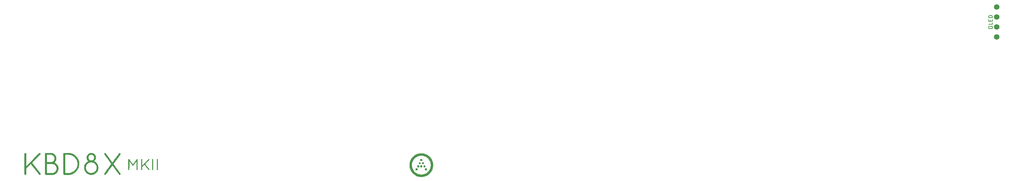
<source format=gto>
G04 #@! TF.GenerationSoftware,KiCad,Pcbnew,(6.0.1-0)*
G04 #@! TF.CreationDate,2022-01-18T02:05:56+01:00*
G04 #@! TF.ProjectId,KBD8X-MK2,4b424438-582d-44d4-9b32-2e6b69636164,rev?*
G04 #@! TF.SameCoordinates,Original*
G04 #@! TF.FileFunction,Legend,Top*
G04 #@! TF.FilePolarity,Positive*
%FSLAX46Y46*%
G04 Gerber Fmt 4.6, Leading zero omitted, Abs format (unit mm)*
G04 Created by KiCad (PCBNEW (6.0.1-0)) date 2022-01-18 02:05:56*
%MOMM*%
%LPD*%
G01*
G04 APERTURE LIST*
G04 Aperture macros list*
%AMRoundRect*
0 Rectangle with rounded corners*
0 $1 Rounding radius*
0 $2 $3 $4 $5 $6 $7 $8 $9 X,Y pos of 4 corners*
0 Add a 4 corners polygon primitive as box body*
4,1,4,$2,$3,$4,$5,$6,$7,$8,$9,$2,$3,0*
0 Add four circle primitives for the rounded corners*
1,1,$1+$1,$2,$3*
1,1,$1+$1,$4,$5*
1,1,$1+$1,$6,$7*
1,1,$1+$1,$8,$9*
0 Add four rect primitives between the rounded corners*
20,1,$1+$1,$2,$3,$4,$5,0*
20,1,$1+$1,$4,$5,$6,$7,0*
20,1,$1+$1,$6,$7,$8,$9,0*
20,1,$1+$1,$8,$9,$2,$3,0*%
G04 Aperture macros list end*
%ADD10C,0.150000*%
%ADD11C,0.010000*%
%ADD12C,1.397000*%
%ADD13C,2.150000*%
%ADD14C,4.387800*%
%ADD15C,2.650000*%
%ADD16C,3.448000*%
%ADD17C,2.305000*%
%ADD18RoundRect,0.200000X-0.952500X-0.952500X0.952500X-0.952500X0.952500X0.952500X-0.952500X0.952500X0*%
%ADD19C,1.050000*%
%ADD20O,1.400000X2.000000*%
%ADD21O,1.400000X2.500000*%
G04 APERTURE END LIST*
D10*
X459412380Y-218312380D02*
X459412380Y-218121904D01*
X459460000Y-218026666D01*
X459555238Y-217931428D01*
X459745714Y-217883809D01*
X460079047Y-217883809D01*
X460269523Y-217931428D01*
X460364761Y-218026666D01*
X460412380Y-218121904D01*
X460412380Y-218312380D01*
X460364761Y-218407619D01*
X460269523Y-218502857D01*
X460079047Y-218550476D01*
X459745714Y-218550476D01*
X459555238Y-218502857D01*
X459460000Y-218407619D01*
X459412380Y-218312380D01*
X460412380Y-216979047D02*
X460412380Y-217455238D01*
X459412380Y-217455238D01*
X459888571Y-216645714D02*
X459888571Y-216312380D01*
X460412380Y-216169523D02*
X460412380Y-216645714D01*
X459412380Y-216645714D01*
X459412380Y-216169523D01*
X460412380Y-215740952D02*
X459412380Y-215740952D01*
X459412380Y-215502857D01*
X459460000Y-215360000D01*
X459555238Y-215264761D01*
X459650476Y-215217142D01*
X459840952Y-215169523D01*
X459983809Y-215169523D01*
X460174285Y-215217142D01*
X460269523Y-215264761D01*
X460364761Y-215360000D01*
X460412380Y-215502857D01*
X460412380Y-215740952D01*
D11*
X240818518Y-251725206D02*
X240826073Y-251728409D01*
X240826073Y-251728409D02*
X240833914Y-251732966D01*
X240833914Y-251732966D02*
X240842974Y-251740106D01*
X240842974Y-251740106D02*
X240854185Y-251751058D01*
X240854185Y-251751058D02*
X240868482Y-251767051D01*
X240868482Y-251767051D02*
X240886796Y-251789314D01*
X240886796Y-251789314D02*
X240910062Y-251819078D01*
X240910062Y-251819078D02*
X240939212Y-251857570D01*
X240939212Y-251857570D02*
X240975179Y-251906020D01*
X240975179Y-251906020D02*
X241018896Y-251965658D01*
X241018896Y-251965658D02*
X241071297Y-252037712D01*
X241071297Y-252037712D02*
X241133315Y-252123412D01*
X241133315Y-252123412D02*
X241205882Y-252223987D01*
X241205882Y-252223987D02*
X241289932Y-252340666D01*
X241289932Y-252340666D02*
X241367515Y-252448444D01*
X241367515Y-252448444D02*
X241443044Y-252553310D01*
X241443044Y-252553310D02*
X241514934Y-252652982D01*
X241514934Y-252652982D02*
X241582062Y-252745914D01*
X241582062Y-252745914D02*
X241643306Y-252830557D01*
X241643306Y-252830557D02*
X241697543Y-252905364D01*
X241697543Y-252905364D02*
X241743649Y-252968787D01*
X241743649Y-252968787D02*
X241780504Y-253019279D01*
X241780504Y-253019279D02*
X241806983Y-253055292D01*
X241806983Y-253055292D02*
X241821963Y-253075278D01*
X241821963Y-253075278D02*
X241824772Y-253078757D01*
X241824772Y-253078757D02*
X241829551Y-253078979D01*
X241829551Y-253078979D02*
X241838397Y-253072601D01*
X241838397Y-253072601D02*
X241852140Y-253058526D01*
X241852140Y-253058526D02*
X241871611Y-253035653D01*
X241871611Y-253035653D02*
X241897640Y-253002883D01*
X241897640Y-253002883D02*
X241931059Y-252959117D01*
X241931059Y-252959117D02*
X241972698Y-252903255D01*
X241972698Y-252903255D02*
X242023386Y-252834197D01*
X242023386Y-252834197D02*
X242083956Y-252750844D01*
X242083956Y-252750844D02*
X242155237Y-252652096D01*
X242155237Y-252652096D02*
X242238060Y-252536855D01*
X242238060Y-252536855D02*
X242310864Y-252435291D01*
X242310864Y-252435291D02*
X242389023Y-252326279D01*
X242389023Y-252326279D02*
X242463827Y-252222172D01*
X242463827Y-252222172D02*
X242534165Y-252124502D01*
X242534165Y-252124502D02*
X242598927Y-252034800D01*
X242598927Y-252034800D02*
X242657001Y-251954598D01*
X242657001Y-251954598D02*
X242707278Y-251885427D01*
X242707278Y-251885427D02*
X242748645Y-251828820D01*
X242748645Y-251828820D02*
X242779994Y-251786308D01*
X242779994Y-251786308D02*
X242800213Y-251759423D01*
X242800213Y-251759423D02*
X242807600Y-251750226D01*
X242807600Y-251750226D02*
X242842927Y-251727687D01*
X242842927Y-251727687D02*
X242884235Y-251722926D01*
X242884235Y-251722926D02*
X242923834Y-251735751D01*
X242923834Y-251735751D02*
X242945234Y-251753678D01*
X242945234Y-251753678D02*
X242971022Y-251783659D01*
X242971022Y-251783659D02*
X242971022Y-254376837D01*
X242971022Y-254376837D02*
X242936289Y-254406063D01*
X242936289Y-254406063D02*
X242910110Y-254424811D01*
X242910110Y-254424811D02*
X242888583Y-254434789D01*
X242888583Y-254434789D02*
X242884929Y-254435288D01*
X242884929Y-254435288D02*
X242856289Y-254428187D01*
X242856289Y-254428187D02*
X242824430Y-254411028D01*
X242824430Y-254411028D02*
X242799912Y-254390033D01*
X242799912Y-254390033D02*
X242794590Y-254382084D01*
X242794590Y-254382084D02*
X242793154Y-254368172D01*
X242793154Y-254368172D02*
X242791669Y-254333237D01*
X242791669Y-254333237D02*
X242790156Y-254278832D01*
X242790156Y-254278832D02*
X242788636Y-254206510D01*
X242788636Y-254206510D02*
X242787131Y-254117825D01*
X242787131Y-254117825D02*
X242785661Y-254014331D01*
X242785661Y-254014331D02*
X242784248Y-253897582D01*
X242784248Y-253897582D02*
X242782912Y-253769131D01*
X242782912Y-253769131D02*
X242781675Y-253630532D01*
X242781675Y-253630532D02*
X242780558Y-253483339D01*
X242780558Y-253483339D02*
X242779582Y-253329106D01*
X242779582Y-253329106D02*
X242779111Y-253241535D01*
X242779111Y-253241535D02*
X242773467Y-252121159D01*
X242773467Y-252121159D02*
X242335437Y-252729729D01*
X242335437Y-252729729D02*
X242260336Y-252833814D01*
X242260336Y-252833814D02*
X242188792Y-252932476D01*
X242188792Y-252932476D02*
X242121936Y-253024183D01*
X242121936Y-253024183D02*
X242060905Y-253107405D01*
X242060905Y-253107405D02*
X242006831Y-253180607D01*
X242006831Y-253180607D02*
X241960848Y-253242259D01*
X241960848Y-253242259D02*
X241924090Y-253290829D01*
X241924090Y-253290829D02*
X241897691Y-253324784D01*
X241897691Y-253324784D02*
X241882785Y-253342592D01*
X241882785Y-253342592D02*
X241880136Y-253344927D01*
X241880136Y-253344927D02*
X241832909Y-253351972D01*
X241832909Y-253351972D02*
X241788237Y-253338525D01*
X241788237Y-253338525D02*
X241764741Y-253320511D01*
X241764741Y-253320511D02*
X241752909Y-253306070D01*
X241752909Y-253306070D02*
X241729115Y-253274937D01*
X241729115Y-253274937D02*
X241694567Y-253228756D01*
X241694567Y-253228756D02*
X241650473Y-253169172D01*
X241650473Y-253169172D02*
X241598041Y-253097830D01*
X241598041Y-253097830D02*
X241538481Y-253016376D01*
X241538481Y-253016376D02*
X241472999Y-252926455D01*
X241472999Y-252926455D02*
X241402805Y-252829711D01*
X241402805Y-252829711D02*
X241329106Y-252727790D01*
X241329106Y-252727790D02*
X241311232Y-252703020D01*
X241311232Y-252703020D02*
X240888222Y-252116573D01*
X240888222Y-252116573D02*
X240882578Y-253247397D01*
X240882578Y-253247397D02*
X240881648Y-253432086D01*
X240881648Y-253432086D02*
X240880790Y-253595526D01*
X240880790Y-253595526D02*
X240879973Y-253739044D01*
X240879973Y-253739044D02*
X240879162Y-253863968D01*
X240879162Y-253863968D02*
X240878327Y-253971627D01*
X240878327Y-253971627D02*
X240877435Y-254063349D01*
X240877435Y-254063349D02*
X240876452Y-254140461D01*
X240876452Y-254140461D02*
X240875347Y-254204292D01*
X240875347Y-254204292D02*
X240874087Y-254256170D01*
X240874087Y-254256170D02*
X240872639Y-254297422D01*
X240872639Y-254297422D02*
X240870971Y-254329377D01*
X240870971Y-254329377D02*
X240869051Y-254353363D01*
X240869051Y-254353363D02*
X240866845Y-254370708D01*
X240866845Y-254370708D02*
X240864322Y-254382739D01*
X240864322Y-254382739D02*
X240861449Y-254390785D01*
X240861449Y-254390785D02*
X240858193Y-254396174D01*
X240858193Y-254396174D02*
X240854523Y-254400234D01*
X240854523Y-254400234D02*
X240854355Y-254400399D01*
X240854355Y-254400399D02*
X240821669Y-254421657D01*
X240821669Y-254421657D02*
X240784254Y-254430822D01*
X240784254Y-254430822D02*
X240758400Y-254427551D01*
X240758400Y-254427551D02*
X240737940Y-254415496D01*
X240737940Y-254415496D02*
X240716067Y-254398017D01*
X240716067Y-254398017D02*
X240690667Y-254374908D01*
X240690667Y-254374908D02*
X240690667Y-253083556D01*
X240690667Y-253083556D02*
X240690749Y-252861656D01*
X240690749Y-252861656D02*
X240690998Y-252661836D01*
X240690998Y-252661836D02*
X240691419Y-252483603D01*
X240691419Y-252483603D02*
X240692017Y-252326459D01*
X240692017Y-252326459D02*
X240692795Y-252189909D01*
X240692795Y-252189909D02*
X240693759Y-252073457D01*
X240693759Y-252073457D02*
X240694914Y-251976608D01*
X240694914Y-251976608D02*
X240696263Y-251898865D01*
X240696263Y-251898865D02*
X240697812Y-251839733D01*
X240697812Y-251839733D02*
X240699564Y-251798716D01*
X240699564Y-251798716D02*
X240701526Y-251775318D01*
X240701526Y-251775318D02*
X240702864Y-251769413D01*
X240702864Y-251769413D02*
X240726843Y-251744518D01*
X240726843Y-251744518D02*
X240762654Y-251727342D01*
X240762654Y-251727342D02*
X240800204Y-251721741D01*
X240800204Y-251721741D02*
X240818518Y-251725206D01*
X240818518Y-251725206D02*
X240818518Y-251725206D01*
G36*
X240818518Y-251725206D02*
G01*
X240826073Y-251728409D01*
X240833914Y-251732966D01*
X240842974Y-251740106D01*
X240854185Y-251751058D01*
X240868482Y-251767051D01*
X240886796Y-251789314D01*
X240910062Y-251819078D01*
X240939212Y-251857570D01*
X240975179Y-251906020D01*
X241018896Y-251965658D01*
X241071297Y-252037712D01*
X241133315Y-252123412D01*
X241205882Y-252223987D01*
X241289932Y-252340666D01*
X241367515Y-252448444D01*
X241443044Y-252553310D01*
X241514934Y-252652982D01*
X241582062Y-252745914D01*
X241643306Y-252830557D01*
X241697543Y-252905364D01*
X241743649Y-252968787D01*
X241780504Y-253019279D01*
X241806983Y-253055292D01*
X241821963Y-253075278D01*
X241824772Y-253078757D01*
X241829551Y-253078979D01*
X241838397Y-253072601D01*
X241852140Y-253058526D01*
X241871611Y-253035653D01*
X241897640Y-253002883D01*
X241931059Y-252959117D01*
X241972698Y-252903255D01*
X242023386Y-252834197D01*
X242083956Y-252750844D01*
X242155237Y-252652096D01*
X242238060Y-252536855D01*
X242310864Y-252435291D01*
X242389023Y-252326279D01*
X242463827Y-252222172D01*
X242534165Y-252124502D01*
X242598927Y-252034800D01*
X242657001Y-251954598D01*
X242707278Y-251885427D01*
X242748645Y-251828820D01*
X242779994Y-251786308D01*
X242800213Y-251759423D01*
X242807600Y-251750226D01*
X242842927Y-251727687D01*
X242884235Y-251722926D01*
X242923834Y-251735751D01*
X242945234Y-251753678D01*
X242971022Y-251783659D01*
X242971022Y-254376837D01*
X242936289Y-254406063D01*
X242910110Y-254424811D01*
X242888583Y-254434789D01*
X242884929Y-254435288D01*
X242856289Y-254428187D01*
X242824430Y-254411028D01*
X242799912Y-254390033D01*
X242794590Y-254382084D01*
X242793154Y-254368172D01*
X242791669Y-254333237D01*
X242790156Y-254278832D01*
X242788636Y-254206510D01*
X242787131Y-254117825D01*
X242785661Y-254014331D01*
X242784248Y-253897582D01*
X242782912Y-253769131D01*
X242781675Y-253630532D01*
X242780558Y-253483339D01*
X242779582Y-253329106D01*
X242779111Y-253241535D01*
X242773467Y-252121159D01*
X242335437Y-252729729D01*
X242260336Y-252833814D01*
X242188792Y-252932476D01*
X242121936Y-253024183D01*
X242060905Y-253107405D01*
X242006831Y-253180607D01*
X241960848Y-253242259D01*
X241924090Y-253290829D01*
X241897691Y-253324784D01*
X241882785Y-253342592D01*
X241880136Y-253344927D01*
X241832909Y-253351972D01*
X241788237Y-253338525D01*
X241764741Y-253320511D01*
X241752909Y-253306070D01*
X241729115Y-253274937D01*
X241694567Y-253228756D01*
X241650473Y-253169172D01*
X241598041Y-253097830D01*
X241538481Y-253016376D01*
X241472999Y-252926455D01*
X241402805Y-252829711D01*
X241329106Y-252727790D01*
X241311232Y-252703020D01*
X240888222Y-252116573D01*
X240882578Y-253247397D01*
X240881648Y-253432086D01*
X240880790Y-253595526D01*
X240879973Y-253739044D01*
X240879162Y-253863968D01*
X240878327Y-253971627D01*
X240877435Y-254063349D01*
X240876452Y-254140461D01*
X240875347Y-254204292D01*
X240874087Y-254256170D01*
X240872639Y-254297422D01*
X240870971Y-254329377D01*
X240869051Y-254353363D01*
X240866845Y-254370708D01*
X240864322Y-254382739D01*
X240861449Y-254390785D01*
X240858193Y-254396174D01*
X240854523Y-254400234D01*
X240854355Y-254400399D01*
X240821669Y-254421657D01*
X240784254Y-254430822D01*
X240758400Y-254427551D01*
X240737940Y-254415496D01*
X240716067Y-254398017D01*
X240690667Y-254374908D01*
X240690667Y-253083556D01*
X240690749Y-252861656D01*
X240690998Y-252661836D01*
X240691419Y-252483603D01*
X240692017Y-252326459D01*
X240692795Y-252189909D01*
X240693759Y-252073457D01*
X240694914Y-251976608D01*
X240696263Y-251898865D01*
X240697812Y-251839733D01*
X240699564Y-251798716D01*
X240701526Y-251775318D01*
X240702864Y-251769413D01*
X240726843Y-251744518D01*
X240762654Y-251727342D01*
X240800204Y-251721741D01*
X240818518Y-251725206D01*
G37*
X240818518Y-251725206D02*
X240826073Y-251728409D01*
X240833914Y-251732966D01*
X240842974Y-251740106D01*
X240854185Y-251751058D01*
X240868482Y-251767051D01*
X240886796Y-251789314D01*
X240910062Y-251819078D01*
X240939212Y-251857570D01*
X240975179Y-251906020D01*
X241018896Y-251965658D01*
X241071297Y-252037712D01*
X241133315Y-252123412D01*
X241205882Y-252223987D01*
X241289932Y-252340666D01*
X241367515Y-252448444D01*
X241443044Y-252553310D01*
X241514934Y-252652982D01*
X241582062Y-252745914D01*
X241643306Y-252830557D01*
X241697543Y-252905364D01*
X241743649Y-252968787D01*
X241780504Y-253019279D01*
X241806983Y-253055292D01*
X241821963Y-253075278D01*
X241824772Y-253078757D01*
X241829551Y-253078979D01*
X241838397Y-253072601D01*
X241852140Y-253058526D01*
X241871611Y-253035653D01*
X241897640Y-253002883D01*
X241931059Y-252959117D01*
X241972698Y-252903255D01*
X242023386Y-252834197D01*
X242083956Y-252750844D01*
X242155237Y-252652096D01*
X242238060Y-252536855D01*
X242310864Y-252435291D01*
X242389023Y-252326279D01*
X242463827Y-252222172D01*
X242534165Y-252124502D01*
X242598927Y-252034800D01*
X242657001Y-251954598D01*
X242707278Y-251885427D01*
X242748645Y-251828820D01*
X242779994Y-251786308D01*
X242800213Y-251759423D01*
X242807600Y-251750226D01*
X242842927Y-251727687D01*
X242884235Y-251722926D01*
X242923834Y-251735751D01*
X242945234Y-251753678D01*
X242971022Y-251783659D01*
X242971022Y-254376837D01*
X242936289Y-254406063D01*
X242910110Y-254424811D01*
X242888583Y-254434789D01*
X242884929Y-254435288D01*
X242856289Y-254428187D01*
X242824430Y-254411028D01*
X242799912Y-254390033D01*
X242794590Y-254382084D01*
X242793154Y-254368172D01*
X242791669Y-254333237D01*
X242790156Y-254278832D01*
X242788636Y-254206510D01*
X242787131Y-254117825D01*
X242785661Y-254014331D01*
X242784248Y-253897582D01*
X242782912Y-253769131D01*
X242781675Y-253630532D01*
X242780558Y-253483339D01*
X242779582Y-253329106D01*
X242779111Y-253241535D01*
X242773467Y-252121159D01*
X242335437Y-252729729D01*
X242260336Y-252833814D01*
X242188792Y-252932476D01*
X242121936Y-253024183D01*
X242060905Y-253107405D01*
X242006831Y-253180607D01*
X241960848Y-253242259D01*
X241924090Y-253290829D01*
X241897691Y-253324784D01*
X241882785Y-253342592D01*
X241880136Y-253344927D01*
X241832909Y-253351972D01*
X241788237Y-253338525D01*
X241764741Y-253320511D01*
X241752909Y-253306070D01*
X241729115Y-253274937D01*
X241694567Y-253228756D01*
X241650473Y-253169172D01*
X241598041Y-253097830D01*
X241538481Y-253016376D01*
X241472999Y-252926455D01*
X241402805Y-252829711D01*
X241329106Y-252727790D01*
X241311232Y-252703020D01*
X240888222Y-252116573D01*
X240882578Y-253247397D01*
X240881648Y-253432086D01*
X240880790Y-253595526D01*
X240879973Y-253739044D01*
X240879162Y-253863968D01*
X240878327Y-253971627D01*
X240877435Y-254063349D01*
X240876452Y-254140461D01*
X240875347Y-254204292D01*
X240874087Y-254256170D01*
X240872639Y-254297422D01*
X240870971Y-254329377D01*
X240869051Y-254353363D01*
X240866845Y-254370708D01*
X240864322Y-254382739D01*
X240861449Y-254390785D01*
X240858193Y-254396174D01*
X240854523Y-254400234D01*
X240854355Y-254400399D01*
X240821669Y-254421657D01*
X240784254Y-254430822D01*
X240758400Y-254427551D01*
X240737940Y-254415496D01*
X240716067Y-254398017D01*
X240690667Y-254374908D01*
X240690667Y-253083556D01*
X240690749Y-252861656D01*
X240690998Y-252661836D01*
X240691419Y-252483603D01*
X240692017Y-252326459D01*
X240692795Y-252189909D01*
X240693759Y-252073457D01*
X240694914Y-251976608D01*
X240696263Y-251898865D01*
X240697812Y-251839733D01*
X240699564Y-251798716D01*
X240701526Y-251775318D01*
X240702864Y-251769413D01*
X240726843Y-251744518D01*
X240762654Y-251727342D01*
X240800204Y-251721741D01*
X240818518Y-251725206D01*
X244109130Y-251734945D02*
X244123357Y-251747664D01*
X244123357Y-251747664D02*
X244156355Y-251780663D01*
X244156355Y-251780663D02*
X244156948Y-252585864D01*
X244156948Y-252585864D02*
X244157540Y-253391066D01*
X244157540Y-253391066D02*
X244983859Y-252559238D01*
X244983859Y-252559238D02*
X245129850Y-252412434D01*
X245129850Y-252412434D02*
X245260609Y-252281295D01*
X245260609Y-252281295D02*
X245376656Y-252165313D01*
X245376656Y-252165313D02*
X245478512Y-252063978D01*
X245478512Y-252063978D02*
X245566699Y-251976781D01*
X245566699Y-251976781D02*
X245641735Y-251903214D01*
X245641735Y-251903214D02*
X245704143Y-251842768D01*
X245704143Y-251842768D02*
X245754442Y-251794933D01*
X245754442Y-251794933D02*
X245793154Y-251759202D01*
X245793154Y-251759202D02*
X245820799Y-251735065D01*
X245820799Y-251735065D02*
X245837898Y-251722012D01*
X245837898Y-251722012D02*
X245843262Y-251719302D01*
X245843262Y-251719302D02*
X245884241Y-251719568D01*
X245884241Y-251719568D02*
X245920634Y-251737497D01*
X245920634Y-251737497D02*
X245947528Y-251768175D01*
X245947528Y-251768175D02*
X245960007Y-251806690D01*
X245960007Y-251806690D02*
X245957969Y-251833982D01*
X245957969Y-251833982D02*
X245950271Y-251847256D01*
X245950271Y-251847256D02*
X245930659Y-251871706D01*
X245930659Y-251871706D02*
X245898590Y-251907905D01*
X245898590Y-251907905D02*
X245853516Y-251956423D01*
X245853516Y-251956423D02*
X245794893Y-252017833D01*
X245794893Y-252017833D02*
X245722175Y-252092708D01*
X245722175Y-252092708D02*
X245634817Y-252181618D01*
X245634817Y-252181618D02*
X245532272Y-252285137D01*
X245532272Y-252285137D02*
X245425655Y-252392159D01*
X245425655Y-252392159D02*
X245335741Y-252482348D01*
X245335741Y-252482348D02*
X245250699Y-252567895D01*
X245250699Y-252567895D02*
X245171850Y-252647456D01*
X245171850Y-252647456D02*
X245100513Y-252719688D01*
X245100513Y-252719688D02*
X245038011Y-252783245D01*
X245038011Y-252783245D02*
X244985664Y-252836783D01*
X244985664Y-252836783D02*
X244944792Y-252878959D01*
X244944792Y-252878959D02*
X244916717Y-252908427D01*
X244916717Y-252908427D02*
X244902758Y-252923843D01*
X244902758Y-252923843D02*
X244901422Y-252925791D01*
X244901422Y-252925791D02*
X244908232Y-252935831D01*
X244908232Y-252935831D02*
X244927937Y-252962195D01*
X244927937Y-252962195D02*
X244959448Y-253003482D01*
X244959448Y-253003482D02*
X245001677Y-253058290D01*
X245001677Y-253058290D02*
X245053536Y-253125217D01*
X245053536Y-253125217D02*
X245113935Y-253202861D01*
X245113935Y-253202861D02*
X245181786Y-253289820D01*
X245181786Y-253289820D02*
X245256001Y-253384694D01*
X245256001Y-253384694D02*
X245335492Y-253486079D01*
X245335492Y-253486079D02*
X245418463Y-253591676D01*
X245418463Y-253591676D02*
X245502661Y-253698769D01*
X245502661Y-253698769D02*
X245583110Y-253801184D01*
X245583110Y-253801184D02*
X245658670Y-253897464D01*
X245658670Y-253897464D02*
X245728198Y-253986150D01*
X245728198Y-253986150D02*
X245790555Y-254065783D01*
X245790555Y-254065783D02*
X245844598Y-254134906D01*
X245844598Y-254134906D02*
X245889186Y-254192059D01*
X245889186Y-254192059D02*
X245923179Y-254235785D01*
X245923179Y-254235785D02*
X245945435Y-254264625D01*
X245945435Y-254264625D02*
X245954685Y-254276934D01*
X245954685Y-254276934D02*
X245972472Y-254319631D01*
X245972472Y-254319631D02*
X245967971Y-254361925D01*
X245967971Y-254361925D02*
X245941409Y-254401746D01*
X245941409Y-254401746D02*
X245940868Y-254402290D01*
X245940868Y-254402290D02*
X245903532Y-254428828D01*
X245903532Y-254428828D02*
X245866503Y-254432839D01*
X245866503Y-254432839D02*
X245828830Y-254414336D01*
X245828830Y-254414336D02*
X245817096Y-254404244D01*
X245817096Y-254404244D02*
X245804812Y-254390387D01*
X245804812Y-254390387D02*
X245779814Y-254360232D01*
X245779814Y-254360232D02*
X245743291Y-254315270D01*
X245743291Y-254315270D02*
X245696432Y-254256995D01*
X245696432Y-254256995D02*
X245640426Y-254186896D01*
X245640426Y-254186896D02*
X245576464Y-254106465D01*
X245576464Y-254106465D02*
X245505733Y-254017194D01*
X245505733Y-254017194D02*
X245429424Y-253920575D01*
X245429424Y-253920575D02*
X245348725Y-253818099D01*
X245348725Y-253818099D02*
X245279316Y-253729733D01*
X245279316Y-253729733D02*
X245196521Y-253624227D01*
X245196521Y-253624227D02*
X245117678Y-253523809D01*
X245117678Y-253523809D02*
X245043913Y-253429910D01*
X245043913Y-253429910D02*
X244976351Y-253343960D01*
X244976351Y-253343960D02*
X244916117Y-253267386D01*
X244916117Y-253267386D02*
X244864335Y-253201619D01*
X244864335Y-253201619D02*
X244822131Y-253148089D01*
X244822131Y-253148089D02*
X244790628Y-253108225D01*
X244790628Y-253108225D02*
X244770954Y-253083456D01*
X244770954Y-253083456D02*
X244764333Y-253075299D01*
X244764333Y-253075299D02*
X244753780Y-253080183D01*
X244753780Y-253080183D02*
X244728528Y-253100544D01*
X244728528Y-253100544D02*
X244689481Y-253135541D01*
X244689481Y-253135541D02*
X244637541Y-253184331D01*
X244637541Y-253184331D02*
X244573614Y-253246074D01*
X244573614Y-253246074D02*
X244498603Y-253319927D01*
X244498603Y-253319927D02*
X244455269Y-253363086D01*
X244455269Y-253363086D02*
X244156355Y-253661840D01*
X244156355Y-253661840D02*
X244156355Y-254014068D01*
X244156355Y-254014068D02*
X244156320Y-254112459D01*
X244156320Y-254112459D02*
X244156103Y-254190798D01*
X244156103Y-254190798D02*
X244155536Y-254251606D01*
X244155536Y-254251606D02*
X244154449Y-254297410D01*
X244154449Y-254297410D02*
X244152676Y-254330733D01*
X244152676Y-254330733D02*
X244150046Y-254354100D01*
X244150046Y-254354100D02*
X244146392Y-254370035D01*
X244146392Y-254370035D02*
X244141545Y-254381062D01*
X244141545Y-254381062D02*
X244135337Y-254389705D01*
X244135337Y-254389705D02*
X244130955Y-254394723D01*
X244130955Y-254394723D02*
X244094142Y-254422115D01*
X244094142Y-254422115D02*
X244052705Y-254430443D01*
X244052705Y-254430443D02*
X244024919Y-254424338D01*
X244024919Y-254424338D02*
X244015755Y-254420942D01*
X244015755Y-254420942D02*
X244007564Y-254417942D01*
X244007564Y-254417942D02*
X244000291Y-254414119D01*
X244000291Y-254414119D02*
X243993883Y-254408257D01*
X243993883Y-254408257D02*
X243988284Y-254399137D01*
X243988284Y-254399137D02*
X243983440Y-254385542D01*
X243983440Y-254385542D02*
X243979297Y-254366255D01*
X243979297Y-254366255D02*
X243975801Y-254340058D01*
X243975801Y-254340058D02*
X243972896Y-254305733D01*
X243972896Y-254305733D02*
X243970529Y-254262064D01*
X243970529Y-254262064D02*
X243968645Y-254207832D01*
X243968645Y-254207832D02*
X243967189Y-254141821D01*
X243967189Y-254141821D02*
X243966108Y-254062812D01*
X243966108Y-254062812D02*
X243965346Y-253969588D01*
X243965346Y-253969588D02*
X243964850Y-253860932D01*
X243964850Y-253860932D02*
X243964565Y-253735625D01*
X243964565Y-253735625D02*
X243964436Y-253592452D01*
X243964436Y-253592452D02*
X243964409Y-253430193D01*
X243964409Y-253430193D02*
X243964430Y-253247632D01*
X243964430Y-253247632D02*
X243964444Y-253071597D01*
X243964444Y-253071597D02*
X243964444Y-251780663D01*
X243964444Y-251780663D02*
X243997443Y-251747664D01*
X243997443Y-251747664D02*
X244034953Y-251720886D01*
X244034953Y-251720886D02*
X244071918Y-251716647D01*
X244071918Y-251716647D02*
X244109130Y-251734945D01*
X244109130Y-251734945D02*
X244109130Y-251734945D01*
G36*
X244109130Y-251734945D02*
G01*
X244123357Y-251747664D01*
X244156355Y-251780663D01*
X244156948Y-252585864D01*
X244157540Y-253391066D01*
X244983859Y-252559238D01*
X245129850Y-252412434D01*
X245260609Y-252281295D01*
X245376656Y-252165313D01*
X245478512Y-252063978D01*
X245566699Y-251976781D01*
X245641735Y-251903214D01*
X245704143Y-251842768D01*
X245754442Y-251794933D01*
X245793154Y-251759202D01*
X245820799Y-251735065D01*
X245837898Y-251722012D01*
X245843262Y-251719302D01*
X245884241Y-251719568D01*
X245920634Y-251737497D01*
X245947528Y-251768175D01*
X245960007Y-251806690D01*
X245957969Y-251833982D01*
X245950271Y-251847256D01*
X245930659Y-251871706D01*
X245898590Y-251907905D01*
X245853516Y-251956423D01*
X245794893Y-252017833D01*
X245722175Y-252092708D01*
X245634817Y-252181618D01*
X245532272Y-252285137D01*
X245425655Y-252392159D01*
X245335741Y-252482348D01*
X245250699Y-252567895D01*
X245171850Y-252647456D01*
X245100513Y-252719688D01*
X245038011Y-252783245D01*
X244985664Y-252836783D01*
X244944792Y-252878959D01*
X244916717Y-252908427D01*
X244902758Y-252923843D01*
X244901422Y-252925791D01*
X244908232Y-252935831D01*
X244927937Y-252962195D01*
X244959448Y-253003482D01*
X245001677Y-253058290D01*
X245053536Y-253125217D01*
X245113935Y-253202861D01*
X245181786Y-253289820D01*
X245256001Y-253384694D01*
X245335492Y-253486079D01*
X245418463Y-253591676D01*
X245502661Y-253698769D01*
X245583110Y-253801184D01*
X245658670Y-253897464D01*
X245728198Y-253986150D01*
X245790555Y-254065783D01*
X245844598Y-254134906D01*
X245889186Y-254192059D01*
X245923179Y-254235785D01*
X245945435Y-254264625D01*
X245954685Y-254276934D01*
X245972472Y-254319631D01*
X245967971Y-254361925D01*
X245941409Y-254401746D01*
X245940868Y-254402290D01*
X245903532Y-254428828D01*
X245866503Y-254432839D01*
X245828830Y-254414336D01*
X245817096Y-254404244D01*
X245804812Y-254390387D01*
X245779814Y-254360232D01*
X245743291Y-254315270D01*
X245696432Y-254256995D01*
X245640426Y-254186896D01*
X245576464Y-254106465D01*
X245505733Y-254017194D01*
X245429424Y-253920575D01*
X245348725Y-253818099D01*
X245279316Y-253729733D01*
X245196521Y-253624227D01*
X245117678Y-253523809D01*
X245043913Y-253429910D01*
X244976351Y-253343960D01*
X244916117Y-253267386D01*
X244864335Y-253201619D01*
X244822131Y-253148089D01*
X244790628Y-253108225D01*
X244770954Y-253083456D01*
X244764333Y-253075299D01*
X244753780Y-253080183D01*
X244728528Y-253100544D01*
X244689481Y-253135541D01*
X244637541Y-253184331D01*
X244573614Y-253246074D01*
X244498603Y-253319927D01*
X244455269Y-253363086D01*
X244156355Y-253661840D01*
X244156355Y-254014068D01*
X244156320Y-254112459D01*
X244156103Y-254190798D01*
X244155536Y-254251606D01*
X244154449Y-254297410D01*
X244152676Y-254330733D01*
X244150046Y-254354100D01*
X244146392Y-254370035D01*
X244141545Y-254381062D01*
X244135337Y-254389705D01*
X244130955Y-254394723D01*
X244094142Y-254422115D01*
X244052705Y-254430443D01*
X244024919Y-254424338D01*
X244015755Y-254420942D01*
X244007564Y-254417942D01*
X244000291Y-254414119D01*
X243993883Y-254408257D01*
X243988284Y-254399137D01*
X243983440Y-254385542D01*
X243979297Y-254366255D01*
X243975801Y-254340058D01*
X243972896Y-254305733D01*
X243970529Y-254262064D01*
X243968645Y-254207832D01*
X243967189Y-254141821D01*
X243966108Y-254062812D01*
X243965346Y-253969588D01*
X243964850Y-253860932D01*
X243964565Y-253735625D01*
X243964436Y-253592452D01*
X243964409Y-253430193D01*
X243964430Y-253247632D01*
X243964444Y-253071597D01*
X243964444Y-251780663D01*
X243997443Y-251747664D01*
X244034953Y-251720886D01*
X244071918Y-251716647D01*
X244109130Y-251734945D01*
G37*
X244109130Y-251734945D02*
X244123357Y-251747664D01*
X244156355Y-251780663D01*
X244156948Y-252585864D01*
X244157540Y-253391066D01*
X244983859Y-252559238D01*
X245129850Y-252412434D01*
X245260609Y-252281295D01*
X245376656Y-252165313D01*
X245478512Y-252063978D01*
X245566699Y-251976781D01*
X245641735Y-251903214D01*
X245704143Y-251842768D01*
X245754442Y-251794933D01*
X245793154Y-251759202D01*
X245820799Y-251735065D01*
X245837898Y-251722012D01*
X245843262Y-251719302D01*
X245884241Y-251719568D01*
X245920634Y-251737497D01*
X245947528Y-251768175D01*
X245960007Y-251806690D01*
X245957969Y-251833982D01*
X245950271Y-251847256D01*
X245930659Y-251871706D01*
X245898590Y-251907905D01*
X245853516Y-251956423D01*
X245794893Y-252017833D01*
X245722175Y-252092708D01*
X245634817Y-252181618D01*
X245532272Y-252285137D01*
X245425655Y-252392159D01*
X245335741Y-252482348D01*
X245250699Y-252567895D01*
X245171850Y-252647456D01*
X245100513Y-252719688D01*
X245038011Y-252783245D01*
X244985664Y-252836783D01*
X244944792Y-252878959D01*
X244916717Y-252908427D01*
X244902758Y-252923843D01*
X244901422Y-252925791D01*
X244908232Y-252935831D01*
X244927937Y-252962195D01*
X244959448Y-253003482D01*
X245001677Y-253058290D01*
X245053536Y-253125217D01*
X245113935Y-253202861D01*
X245181786Y-253289820D01*
X245256001Y-253384694D01*
X245335492Y-253486079D01*
X245418463Y-253591676D01*
X245502661Y-253698769D01*
X245583110Y-253801184D01*
X245658670Y-253897464D01*
X245728198Y-253986150D01*
X245790555Y-254065783D01*
X245844598Y-254134906D01*
X245889186Y-254192059D01*
X245923179Y-254235785D01*
X245945435Y-254264625D01*
X245954685Y-254276934D01*
X245972472Y-254319631D01*
X245967971Y-254361925D01*
X245941409Y-254401746D01*
X245940868Y-254402290D01*
X245903532Y-254428828D01*
X245866503Y-254432839D01*
X245828830Y-254414336D01*
X245817096Y-254404244D01*
X245804812Y-254390387D01*
X245779814Y-254360232D01*
X245743291Y-254315270D01*
X245696432Y-254256995D01*
X245640426Y-254186896D01*
X245576464Y-254106465D01*
X245505733Y-254017194D01*
X245429424Y-253920575D01*
X245348725Y-253818099D01*
X245279316Y-253729733D01*
X245196521Y-253624227D01*
X245117678Y-253523809D01*
X245043913Y-253429910D01*
X244976351Y-253343960D01*
X244916117Y-253267386D01*
X244864335Y-253201619D01*
X244822131Y-253148089D01*
X244790628Y-253108225D01*
X244770954Y-253083456D01*
X244764333Y-253075299D01*
X244753780Y-253080183D01*
X244728528Y-253100544D01*
X244689481Y-253135541D01*
X244637541Y-253184331D01*
X244573614Y-253246074D01*
X244498603Y-253319927D01*
X244455269Y-253363086D01*
X244156355Y-253661840D01*
X244156355Y-254014068D01*
X244156320Y-254112459D01*
X244156103Y-254190798D01*
X244155536Y-254251606D01*
X244154449Y-254297410D01*
X244152676Y-254330733D01*
X244150046Y-254354100D01*
X244146392Y-254370035D01*
X244141545Y-254381062D01*
X244135337Y-254389705D01*
X244130955Y-254394723D01*
X244094142Y-254422115D01*
X244052705Y-254430443D01*
X244024919Y-254424338D01*
X244015755Y-254420942D01*
X244007564Y-254417942D01*
X244000291Y-254414119D01*
X243993883Y-254408257D01*
X243988284Y-254399137D01*
X243983440Y-254385542D01*
X243979297Y-254366255D01*
X243975801Y-254340058D01*
X243972896Y-254305733D01*
X243970529Y-254262064D01*
X243968645Y-254207832D01*
X243967189Y-254141821D01*
X243966108Y-254062812D01*
X243965346Y-253969588D01*
X243964850Y-253860932D01*
X243964565Y-253735625D01*
X243964436Y-253592452D01*
X243964409Y-253430193D01*
X243964430Y-253247632D01*
X243964444Y-253071597D01*
X243964444Y-251780663D01*
X243997443Y-251747664D01*
X244034953Y-251720886D01*
X244071918Y-251716647D01*
X244109130Y-251734945D01*
X220807504Y-250158864D02*
X220917090Y-250159938D01*
X220917090Y-250159938D02*
X221004895Y-250161585D01*
X221004895Y-250161585D02*
X221071118Y-250163806D01*
X221071118Y-250163806D02*
X221115956Y-250166605D01*
X221115956Y-250166605D02*
X221130370Y-250168215D01*
X221130370Y-250168215D02*
X221300928Y-250203584D01*
X221300928Y-250203584D02*
X221463751Y-250259314D01*
X221463751Y-250259314D02*
X221617170Y-250334227D01*
X221617170Y-250334227D02*
X221759513Y-250427142D01*
X221759513Y-250427142D02*
X221889110Y-250536879D01*
X221889110Y-250536879D02*
X222004291Y-250662258D01*
X222004291Y-250662258D02*
X222103384Y-250802100D01*
X222103384Y-250802100D02*
X222153704Y-250891063D01*
X222153704Y-250891063D02*
X222225566Y-251053389D01*
X222225566Y-251053389D02*
X222275879Y-251219402D01*
X222275879Y-251219402D02*
X222304608Y-251387566D01*
X222304608Y-251387566D02*
X222311717Y-251556348D01*
X222311717Y-251556348D02*
X222297171Y-251724212D01*
X222297171Y-251724212D02*
X222260934Y-251889623D01*
X222260934Y-251889623D02*
X222202970Y-252051047D01*
X222202970Y-252051047D02*
X222181676Y-252097764D01*
X222181676Y-252097764D02*
X222132267Y-252193730D01*
X222132267Y-252193730D02*
X222080352Y-252278332D01*
X222080352Y-252278332D02*
X222021212Y-252358235D01*
X222021212Y-252358235D02*
X221950128Y-252440103D01*
X221950128Y-252440103D02*
X221907394Y-252485133D01*
X221907394Y-252485133D02*
X221867611Y-252527099D01*
X221867611Y-252527099D02*
X221835667Y-252562785D01*
X221835667Y-252562785D02*
X221813865Y-252589449D01*
X221813865Y-252589449D02*
X221804510Y-252604351D01*
X221804510Y-252604351D02*
X221805390Y-252606543D01*
X221805390Y-252606543D02*
X221821777Y-252611004D01*
X221821777Y-252611004D02*
X221853618Y-252623019D01*
X221853618Y-252623019D02*
X221895900Y-252640611D01*
X221895900Y-252640611D02*
X221931611Y-252656349D01*
X221931611Y-252656349D02*
X222089924Y-252739745D01*
X222089924Y-252739745D02*
X222238634Y-252841943D01*
X222238634Y-252841943D02*
X222375784Y-252960749D01*
X222375784Y-252960749D02*
X222499416Y-253093970D01*
X222499416Y-253093970D02*
X222607573Y-253239413D01*
X222607573Y-253239413D02*
X222698298Y-253394886D01*
X222698298Y-253394886D02*
X222769634Y-253558194D01*
X222769634Y-253558194D02*
X222790158Y-253618374D01*
X222790158Y-253618374D02*
X222827746Y-253766320D01*
X222827746Y-253766320D02*
X222851259Y-253924019D01*
X222851259Y-253924019D02*
X222860245Y-254084618D01*
X222860245Y-254084618D02*
X222854252Y-254241268D01*
X222854252Y-254241268D02*
X222838894Y-254356266D01*
X222838894Y-254356266D02*
X222794870Y-254537452D01*
X222794870Y-254537452D02*
X222730934Y-254710037D01*
X222730934Y-254710037D02*
X222648348Y-254872615D01*
X222648348Y-254872615D02*
X222548374Y-255023779D01*
X222548374Y-255023779D02*
X222432271Y-255162120D01*
X222432271Y-255162120D02*
X222301302Y-255286233D01*
X222301302Y-255286233D02*
X222156729Y-255394708D01*
X222156729Y-255394708D02*
X221999812Y-255486140D01*
X221999812Y-255486140D02*
X221831813Y-255559121D01*
X221831813Y-255559121D02*
X221731314Y-255592001D01*
X221731314Y-255592001D02*
X221693008Y-255602965D01*
X221693008Y-255602965D02*
X221657567Y-255612563D01*
X221657567Y-255612563D02*
X221623265Y-255620886D01*
X221623265Y-255620886D02*
X221588375Y-255628026D01*
X221588375Y-255628026D02*
X221551170Y-255634073D01*
X221551170Y-255634073D02*
X221509923Y-255639118D01*
X221509923Y-255639118D02*
X221462907Y-255643252D01*
X221462907Y-255643252D02*
X221408396Y-255646565D01*
X221408396Y-255646565D02*
X221344661Y-255649149D01*
X221344661Y-255649149D02*
X221269977Y-255651095D01*
X221269977Y-255651095D02*
X221182617Y-255652492D01*
X221182617Y-255652492D02*
X221080853Y-255653433D01*
X221080853Y-255653433D02*
X220962958Y-255654008D01*
X220962958Y-255654008D02*
X220827207Y-255654308D01*
X220827207Y-255654308D02*
X220671871Y-255654423D01*
X220671871Y-255654423D02*
X220544491Y-255654443D01*
X220544491Y-255654443D02*
X219662805Y-255654488D01*
X219662805Y-255654488D02*
X219624716Y-255628820D01*
X219624716Y-255628820D02*
X219591838Y-255601056D01*
X219591838Y-255601056D02*
X219562948Y-255567932D01*
X219562948Y-255567932D02*
X219560957Y-255565061D01*
X219560957Y-255565061D02*
X219535289Y-255526972D01*
X219535289Y-255526972D02*
X219535289Y-255270666D01*
X219535289Y-255270666D02*
X219919111Y-255270666D01*
X219919111Y-255270666D02*
X220621844Y-255270634D01*
X220621844Y-255270634D02*
X220783459Y-255270407D01*
X220783459Y-255270407D02*
X220929878Y-255269752D01*
X220929878Y-255269752D02*
X221060025Y-255268685D01*
X221060025Y-255268685D02*
X221172828Y-255267224D01*
X221172828Y-255267224D02*
X221267213Y-255265385D01*
X221267213Y-255265385D02*
X221342106Y-255263184D01*
X221342106Y-255263184D02*
X221396433Y-255260639D01*
X221396433Y-255260639D02*
X221426178Y-255258152D01*
X221426178Y-255258152D02*
X221587648Y-255227504D01*
X221587648Y-255227504D02*
X221739668Y-255176902D01*
X221739668Y-255176902D02*
X221881051Y-255107401D01*
X221881051Y-255107401D02*
X222010613Y-255020057D01*
X222010613Y-255020057D02*
X222127166Y-254915927D01*
X222127166Y-254915927D02*
X222229526Y-254796066D01*
X222229526Y-254796066D02*
X222316506Y-254661532D01*
X222316506Y-254661532D02*
X222386919Y-254513379D01*
X222386919Y-254513379D02*
X222438546Y-254356614D01*
X222438546Y-254356614D02*
X222456019Y-254267086D01*
X222456019Y-254267086D02*
X222466003Y-254164701D01*
X222466003Y-254164701D02*
X222468295Y-254057973D01*
X222468295Y-254057973D02*
X222462693Y-253955414D01*
X222462693Y-253955414D02*
X222450136Y-253870844D01*
X222450136Y-253870844D02*
X222405061Y-253707991D01*
X222405061Y-253707991D02*
X222341353Y-253556413D01*
X222341353Y-253556413D02*
X222260112Y-253417297D01*
X222260112Y-253417297D02*
X222162441Y-253291833D01*
X222162441Y-253291833D02*
X222049441Y-253181209D01*
X222049441Y-253181209D02*
X221922216Y-253086613D01*
X221922216Y-253086613D02*
X221781867Y-253009234D01*
X221781867Y-253009234D02*
X221629497Y-252950261D01*
X221629497Y-252950261D02*
X221584222Y-252937044D01*
X221584222Y-252937044D02*
X221471333Y-252906369D01*
X221471333Y-252906369D02*
X220695222Y-252902610D01*
X220695222Y-252902610D02*
X219919111Y-252898852D01*
X219919111Y-252898852D02*
X219919111Y-255270666D01*
X219919111Y-255270666D02*
X219535289Y-255270666D01*
X219535289Y-255270666D02*
X219535289Y-252504888D01*
X219535289Y-252504888D02*
X219919111Y-252504888D01*
X219919111Y-252504888D02*
X220454516Y-252504888D01*
X220454516Y-252504888D02*
X220579356Y-252504623D01*
X220579356Y-252504623D02*
X220695468Y-252503853D01*
X220695468Y-252503853D02*
X220800677Y-252502622D01*
X220800677Y-252502622D02*
X220892806Y-252500971D01*
X220892806Y-252500971D02*
X220969681Y-252498943D01*
X220969681Y-252498943D02*
X221029127Y-252496578D01*
X221029127Y-252496578D02*
X221068969Y-252493919D01*
X221068969Y-252493919D02*
X221078227Y-252492879D01*
X221078227Y-252492879D02*
X221216882Y-252462913D01*
X221216882Y-252462913D02*
X221351296Y-252412151D01*
X221351296Y-252412151D02*
X221477766Y-252342370D01*
X221477766Y-252342370D02*
X221592593Y-252255345D01*
X221592593Y-252255345D02*
X221614051Y-252235824D01*
X221614051Y-252235824D02*
X221714749Y-252126470D01*
X221714749Y-252126470D02*
X221796164Y-252006313D01*
X221796164Y-252006313D02*
X221857814Y-251877052D01*
X221857814Y-251877052D02*
X221899215Y-251740387D01*
X221899215Y-251740387D02*
X221919884Y-251598017D01*
X221919884Y-251598017D02*
X221919339Y-251451641D01*
X221919339Y-251451641D02*
X221897095Y-251302961D01*
X221897095Y-251302961D02*
X221888895Y-251268755D01*
X221888895Y-251268755D02*
X221870677Y-251212171D01*
X221870677Y-251212171D02*
X221843438Y-251144927D01*
X221843438Y-251144927D02*
X221810874Y-251075015D01*
X221810874Y-251075015D02*
X221776682Y-251010430D01*
X221776682Y-251010430D02*
X221747992Y-250964073D01*
X221747992Y-250964073D02*
X221658875Y-250854090D01*
X221658875Y-250854090D02*
X221553097Y-250757623D01*
X221553097Y-250757623D02*
X221433317Y-250676510D01*
X221433317Y-250676510D02*
X221302194Y-250612586D01*
X221302194Y-250612586D02*
X221180372Y-250572229D01*
X221180372Y-250572229D02*
X221158695Y-250566783D01*
X221158695Y-250566783D02*
X221137235Y-250562187D01*
X221137235Y-250562187D02*
X221113873Y-250558353D01*
X221113873Y-250558353D02*
X221086489Y-250555189D01*
X221086489Y-250555189D02*
X221052966Y-250552607D01*
X221052966Y-250552607D02*
X221011185Y-250550516D01*
X221011185Y-250550516D02*
X220959025Y-250548826D01*
X220959025Y-250548826D02*
X220894370Y-250547448D01*
X220894370Y-250547448D02*
X220815100Y-250546292D01*
X220815100Y-250546292D02*
X220719096Y-250545267D01*
X220719096Y-250545267D02*
X220604239Y-250544284D01*
X220604239Y-250544284D02*
X220503311Y-250543512D01*
X220503311Y-250543512D02*
X219919111Y-250539162D01*
X219919111Y-250539162D02*
X219919111Y-252504888D01*
X219919111Y-252504888D02*
X219535289Y-252504888D01*
X219535289Y-252504888D02*
X219535289Y-250284316D01*
X219535289Y-250284316D02*
X219560689Y-250246996D01*
X219560689Y-250246996D02*
X219586485Y-250215310D01*
X219586485Y-250215310D02*
X219615355Y-250188043D01*
X219615355Y-250188043D02*
X219617954Y-250186060D01*
X219617954Y-250186060D02*
X219624927Y-250181221D01*
X219624927Y-250181221D02*
X219632942Y-250177082D01*
X219632942Y-250177082D02*
X219643737Y-250173579D01*
X219643737Y-250173579D02*
X219659047Y-250170647D01*
X219659047Y-250170647D02*
X219680611Y-250168222D01*
X219680611Y-250168222D02*
X219710165Y-250166240D01*
X219710165Y-250166240D02*
X219749446Y-250164636D01*
X219749446Y-250164636D02*
X219800190Y-250163346D01*
X219800190Y-250163346D02*
X219864136Y-250162305D01*
X219864136Y-250162305D02*
X219943020Y-250161449D01*
X219943020Y-250161449D02*
X220038578Y-250160713D01*
X220038578Y-250160713D02*
X220152549Y-250160033D01*
X220152549Y-250160033D02*
X220286668Y-250159345D01*
X220286668Y-250159345D02*
X220346087Y-250159054D01*
X220346087Y-250159054D02*
X220522200Y-250158424D01*
X220522200Y-250158424D02*
X220675939Y-250158360D01*
X220675939Y-250158360D02*
X220807504Y-250158864D01*
X220807504Y-250158864D02*
X220807504Y-250158864D01*
G36*
X219560689Y-250246996D02*
G01*
X219586485Y-250215310D01*
X219615355Y-250188043D01*
X219617954Y-250186060D01*
X219624927Y-250181221D01*
X219632942Y-250177082D01*
X219643737Y-250173579D01*
X219659047Y-250170647D01*
X219680611Y-250168222D01*
X219710165Y-250166240D01*
X219749446Y-250164636D01*
X219800190Y-250163346D01*
X219864136Y-250162305D01*
X219943020Y-250161449D01*
X220038578Y-250160713D01*
X220152549Y-250160033D01*
X220286668Y-250159345D01*
X220346087Y-250159054D01*
X220522200Y-250158424D01*
X220675939Y-250158360D01*
X220807504Y-250158864D01*
X220917090Y-250159938D01*
X221004895Y-250161585D01*
X221071118Y-250163806D01*
X221115956Y-250166605D01*
X221130370Y-250168215D01*
X221300928Y-250203584D01*
X221463751Y-250259314D01*
X221617170Y-250334227D01*
X221759513Y-250427142D01*
X221889110Y-250536879D01*
X222004291Y-250662258D01*
X222103384Y-250802100D01*
X222153704Y-250891063D01*
X222225566Y-251053389D01*
X222275879Y-251219402D01*
X222304608Y-251387566D01*
X222311717Y-251556348D01*
X222297171Y-251724212D01*
X222260934Y-251889623D01*
X222202970Y-252051047D01*
X222181676Y-252097764D01*
X222132267Y-252193730D01*
X222080352Y-252278332D01*
X222021212Y-252358235D01*
X221950128Y-252440103D01*
X221907394Y-252485133D01*
X221867611Y-252527099D01*
X221835667Y-252562785D01*
X221813865Y-252589449D01*
X221804510Y-252604351D01*
X221805390Y-252606543D01*
X221821777Y-252611004D01*
X221853618Y-252623019D01*
X221895900Y-252640611D01*
X221931611Y-252656349D01*
X222089924Y-252739745D01*
X222238634Y-252841943D01*
X222375784Y-252960749D01*
X222499416Y-253093970D01*
X222607573Y-253239413D01*
X222698298Y-253394886D01*
X222769634Y-253558194D01*
X222790158Y-253618374D01*
X222827746Y-253766320D01*
X222851259Y-253924019D01*
X222860245Y-254084618D01*
X222854252Y-254241268D01*
X222838894Y-254356266D01*
X222794870Y-254537452D01*
X222730934Y-254710037D01*
X222648348Y-254872615D01*
X222548374Y-255023779D01*
X222432271Y-255162120D01*
X222301302Y-255286233D01*
X222156729Y-255394708D01*
X221999812Y-255486140D01*
X221831813Y-255559121D01*
X221731314Y-255592001D01*
X221693008Y-255602965D01*
X221657567Y-255612563D01*
X221623265Y-255620886D01*
X221588375Y-255628026D01*
X221551170Y-255634073D01*
X221509923Y-255639118D01*
X221462907Y-255643252D01*
X221408396Y-255646565D01*
X221344661Y-255649149D01*
X221269977Y-255651095D01*
X221182617Y-255652492D01*
X221080853Y-255653433D01*
X220962958Y-255654008D01*
X220827207Y-255654308D01*
X220671871Y-255654423D01*
X220544491Y-255654443D01*
X219662805Y-255654488D01*
X219624716Y-255628820D01*
X219591838Y-255601056D01*
X219562948Y-255567932D01*
X219560957Y-255565061D01*
X219535289Y-255526972D01*
X219535289Y-255270666D01*
X219919111Y-255270666D01*
X220621844Y-255270634D01*
X220783459Y-255270407D01*
X220929878Y-255269752D01*
X221060025Y-255268685D01*
X221172828Y-255267224D01*
X221267213Y-255265385D01*
X221342106Y-255263184D01*
X221396433Y-255260639D01*
X221426178Y-255258152D01*
X221587648Y-255227504D01*
X221739668Y-255176902D01*
X221881051Y-255107401D01*
X222010613Y-255020057D01*
X222127166Y-254915927D01*
X222229526Y-254796066D01*
X222316506Y-254661532D01*
X222386919Y-254513379D01*
X222438546Y-254356614D01*
X222456019Y-254267086D01*
X222466003Y-254164701D01*
X222468295Y-254057973D01*
X222462693Y-253955414D01*
X222450136Y-253870844D01*
X222405061Y-253707991D01*
X222341353Y-253556413D01*
X222260112Y-253417297D01*
X222162441Y-253291833D01*
X222049441Y-253181209D01*
X221922216Y-253086613D01*
X221781867Y-253009234D01*
X221629497Y-252950261D01*
X221584222Y-252937044D01*
X221471333Y-252906369D01*
X220695222Y-252902610D01*
X219919111Y-252898852D01*
X219919111Y-255270666D01*
X219535289Y-255270666D01*
X219535289Y-252504888D01*
X219919111Y-252504888D01*
X220454516Y-252504888D01*
X220579356Y-252504623D01*
X220695468Y-252503853D01*
X220800677Y-252502622D01*
X220892806Y-252500971D01*
X220969681Y-252498943D01*
X221029127Y-252496578D01*
X221068969Y-252493919D01*
X221078227Y-252492879D01*
X221216882Y-252462913D01*
X221351296Y-252412151D01*
X221477766Y-252342370D01*
X221592593Y-252255345D01*
X221614051Y-252235824D01*
X221714749Y-252126470D01*
X221796164Y-252006313D01*
X221857814Y-251877052D01*
X221899215Y-251740387D01*
X221919884Y-251598017D01*
X221919339Y-251451641D01*
X221897095Y-251302961D01*
X221888895Y-251268755D01*
X221870677Y-251212171D01*
X221843438Y-251144927D01*
X221810874Y-251075015D01*
X221776682Y-251010430D01*
X221747992Y-250964073D01*
X221658875Y-250854090D01*
X221553097Y-250757623D01*
X221433317Y-250676510D01*
X221302194Y-250612586D01*
X221180372Y-250572229D01*
X221158695Y-250566783D01*
X221137235Y-250562187D01*
X221113873Y-250558353D01*
X221086489Y-250555189D01*
X221052966Y-250552607D01*
X221011185Y-250550516D01*
X220959025Y-250548826D01*
X220894370Y-250547448D01*
X220815100Y-250546292D01*
X220719096Y-250545267D01*
X220604239Y-250544284D01*
X220503311Y-250543512D01*
X219919111Y-250539162D01*
X219919111Y-252504888D01*
X219535289Y-252504888D01*
X219535289Y-250284316D01*
X219560689Y-250246996D01*
G37*
X219560689Y-250246996D02*
X219586485Y-250215310D01*
X219615355Y-250188043D01*
X219617954Y-250186060D01*
X219624927Y-250181221D01*
X219632942Y-250177082D01*
X219643737Y-250173579D01*
X219659047Y-250170647D01*
X219680611Y-250168222D01*
X219710165Y-250166240D01*
X219749446Y-250164636D01*
X219800190Y-250163346D01*
X219864136Y-250162305D01*
X219943020Y-250161449D01*
X220038578Y-250160713D01*
X220152549Y-250160033D01*
X220286668Y-250159345D01*
X220346087Y-250159054D01*
X220522200Y-250158424D01*
X220675939Y-250158360D01*
X220807504Y-250158864D01*
X220917090Y-250159938D01*
X221004895Y-250161585D01*
X221071118Y-250163806D01*
X221115956Y-250166605D01*
X221130370Y-250168215D01*
X221300928Y-250203584D01*
X221463751Y-250259314D01*
X221617170Y-250334227D01*
X221759513Y-250427142D01*
X221889110Y-250536879D01*
X222004291Y-250662258D01*
X222103384Y-250802100D01*
X222153704Y-250891063D01*
X222225566Y-251053389D01*
X222275879Y-251219402D01*
X222304608Y-251387566D01*
X222311717Y-251556348D01*
X222297171Y-251724212D01*
X222260934Y-251889623D01*
X222202970Y-252051047D01*
X222181676Y-252097764D01*
X222132267Y-252193730D01*
X222080352Y-252278332D01*
X222021212Y-252358235D01*
X221950128Y-252440103D01*
X221907394Y-252485133D01*
X221867611Y-252527099D01*
X221835667Y-252562785D01*
X221813865Y-252589449D01*
X221804510Y-252604351D01*
X221805390Y-252606543D01*
X221821777Y-252611004D01*
X221853618Y-252623019D01*
X221895900Y-252640611D01*
X221931611Y-252656349D01*
X222089924Y-252739745D01*
X222238634Y-252841943D01*
X222375784Y-252960749D01*
X222499416Y-253093970D01*
X222607573Y-253239413D01*
X222698298Y-253394886D01*
X222769634Y-253558194D01*
X222790158Y-253618374D01*
X222827746Y-253766320D01*
X222851259Y-253924019D01*
X222860245Y-254084618D01*
X222854252Y-254241268D01*
X222838894Y-254356266D01*
X222794870Y-254537452D01*
X222730934Y-254710037D01*
X222648348Y-254872615D01*
X222548374Y-255023779D01*
X222432271Y-255162120D01*
X222301302Y-255286233D01*
X222156729Y-255394708D01*
X221999812Y-255486140D01*
X221831813Y-255559121D01*
X221731314Y-255592001D01*
X221693008Y-255602965D01*
X221657567Y-255612563D01*
X221623265Y-255620886D01*
X221588375Y-255628026D01*
X221551170Y-255634073D01*
X221509923Y-255639118D01*
X221462907Y-255643252D01*
X221408396Y-255646565D01*
X221344661Y-255649149D01*
X221269977Y-255651095D01*
X221182617Y-255652492D01*
X221080853Y-255653433D01*
X220962958Y-255654008D01*
X220827207Y-255654308D01*
X220671871Y-255654423D01*
X220544491Y-255654443D01*
X219662805Y-255654488D01*
X219624716Y-255628820D01*
X219591838Y-255601056D01*
X219562948Y-255567932D01*
X219560957Y-255565061D01*
X219535289Y-255526972D01*
X219535289Y-255270666D01*
X219919111Y-255270666D01*
X220621844Y-255270634D01*
X220783459Y-255270407D01*
X220929878Y-255269752D01*
X221060025Y-255268685D01*
X221172828Y-255267224D01*
X221267213Y-255265385D01*
X221342106Y-255263184D01*
X221396433Y-255260639D01*
X221426178Y-255258152D01*
X221587648Y-255227504D01*
X221739668Y-255176902D01*
X221881051Y-255107401D01*
X222010613Y-255020057D01*
X222127166Y-254915927D01*
X222229526Y-254796066D01*
X222316506Y-254661532D01*
X222386919Y-254513379D01*
X222438546Y-254356614D01*
X222456019Y-254267086D01*
X222466003Y-254164701D01*
X222468295Y-254057973D01*
X222462693Y-253955414D01*
X222450136Y-253870844D01*
X222405061Y-253707991D01*
X222341353Y-253556413D01*
X222260112Y-253417297D01*
X222162441Y-253291833D01*
X222049441Y-253181209D01*
X221922216Y-253086613D01*
X221781867Y-253009234D01*
X221629497Y-252950261D01*
X221584222Y-252937044D01*
X221471333Y-252906369D01*
X220695222Y-252902610D01*
X219919111Y-252898852D01*
X219919111Y-255270666D01*
X219535289Y-255270666D01*
X219535289Y-252504888D01*
X219919111Y-252504888D01*
X220454516Y-252504888D01*
X220579356Y-252504623D01*
X220695468Y-252503853D01*
X220800677Y-252502622D01*
X220892806Y-252500971D01*
X220969681Y-252498943D01*
X221029127Y-252496578D01*
X221068969Y-252493919D01*
X221078227Y-252492879D01*
X221216882Y-252462913D01*
X221351296Y-252412151D01*
X221477766Y-252342370D01*
X221592593Y-252255345D01*
X221614051Y-252235824D01*
X221714749Y-252126470D01*
X221796164Y-252006313D01*
X221857814Y-251877052D01*
X221899215Y-251740387D01*
X221919884Y-251598017D01*
X221919339Y-251451641D01*
X221897095Y-251302961D01*
X221888895Y-251268755D01*
X221870677Y-251212171D01*
X221843438Y-251144927D01*
X221810874Y-251075015D01*
X221776682Y-251010430D01*
X221747992Y-250964073D01*
X221658875Y-250854090D01*
X221553097Y-250757623D01*
X221433317Y-250676510D01*
X221302194Y-250612586D01*
X221180372Y-250572229D01*
X221158695Y-250566783D01*
X221137235Y-250562187D01*
X221113873Y-250558353D01*
X221086489Y-250555189D01*
X221052966Y-250552607D01*
X221011185Y-250550516D01*
X220959025Y-250548826D01*
X220894370Y-250547448D01*
X220815100Y-250546292D01*
X220719096Y-250545267D01*
X220604239Y-250544284D01*
X220503311Y-250543512D01*
X219919111Y-250539162D01*
X219919111Y-252504888D01*
X219535289Y-252504888D01*
X219535289Y-250284316D01*
X219560689Y-250246996D01*
X248090802Y-251722303D02*
X248115545Y-251742389D01*
X248115545Y-251742389D02*
X248141333Y-251772370D01*
X248141333Y-251772370D02*
X248141333Y-254366296D01*
X248141333Y-254366296D02*
X248115933Y-254394723D01*
X248115933Y-254394723D02*
X248079120Y-254422115D01*
X248079120Y-254422115D02*
X248037683Y-254430443D01*
X248037683Y-254430443D02*
X248009897Y-254424338D01*
X248009897Y-254424338D02*
X248000746Y-254420949D01*
X248000746Y-254420949D02*
X247992566Y-254417958D01*
X247992566Y-254417958D02*
X247985301Y-254414150D01*
X247985301Y-254414150D02*
X247978898Y-254408308D01*
X247978898Y-254408308D02*
X247973302Y-254399218D01*
X247973302Y-254399218D02*
X247968460Y-254385663D01*
X247968460Y-254385663D02*
X247964316Y-254366429D01*
X247964316Y-254366429D02*
X247960818Y-254340300D01*
X247960818Y-254340300D02*
X247957910Y-254306059D01*
X247957910Y-254306059D02*
X247955539Y-254262492D01*
X247955539Y-254262492D02*
X247953651Y-254208384D01*
X247953651Y-254208384D02*
X247952190Y-254142518D01*
X247952190Y-254142518D02*
X247951104Y-254063679D01*
X247951104Y-254063679D02*
X247950337Y-253970652D01*
X247950337Y-253970652D02*
X247949836Y-253862221D01*
X247949836Y-253862221D02*
X247949547Y-253737170D01*
X247949547Y-253737170D02*
X247949415Y-253594284D01*
X247949415Y-253594284D02*
X247949386Y-253432348D01*
X247949386Y-253432348D02*
X247949407Y-253250146D01*
X247949407Y-253250146D02*
X247949422Y-253067450D01*
X247949422Y-253067450D02*
X247949422Y-251772370D01*
X247949422Y-251772370D02*
X247975210Y-251742389D01*
X247975210Y-251742389D02*
X248009869Y-251717593D01*
X248009869Y-251717593D02*
X248050805Y-251710897D01*
X248050805Y-251710897D02*
X248090802Y-251722303D01*
X248090802Y-251722303D02*
X248090802Y-251722303D01*
G36*
X248090802Y-251722303D02*
G01*
X248115545Y-251742389D01*
X248141333Y-251772370D01*
X248141333Y-254366296D01*
X248115933Y-254394723D01*
X248079120Y-254422115D01*
X248037683Y-254430443D01*
X248009897Y-254424338D01*
X248000746Y-254420949D01*
X247992566Y-254417958D01*
X247985301Y-254414150D01*
X247978898Y-254408308D01*
X247973302Y-254399218D01*
X247968460Y-254385663D01*
X247964316Y-254366429D01*
X247960818Y-254340300D01*
X247957910Y-254306059D01*
X247955539Y-254262492D01*
X247953651Y-254208384D01*
X247952190Y-254142518D01*
X247951104Y-254063679D01*
X247950337Y-253970652D01*
X247949836Y-253862221D01*
X247949547Y-253737170D01*
X247949415Y-253594284D01*
X247949386Y-253432348D01*
X247949407Y-253250146D01*
X247949422Y-253067450D01*
X247949422Y-251772370D01*
X247975210Y-251742389D01*
X248009869Y-251717593D01*
X248050805Y-251710897D01*
X248090802Y-251722303D01*
G37*
X248090802Y-251722303D02*
X248115545Y-251742389D01*
X248141333Y-251772370D01*
X248141333Y-254366296D01*
X248115933Y-254394723D01*
X248079120Y-254422115D01*
X248037683Y-254430443D01*
X248009897Y-254424338D01*
X248000746Y-254420949D01*
X247992566Y-254417958D01*
X247985301Y-254414150D01*
X247978898Y-254408308D01*
X247973302Y-254399218D01*
X247968460Y-254385663D01*
X247964316Y-254366429D01*
X247960818Y-254340300D01*
X247957910Y-254306059D01*
X247955539Y-254262492D01*
X247953651Y-254208384D01*
X247952190Y-254142518D01*
X247951104Y-254063679D01*
X247950337Y-253970652D01*
X247949836Y-253862221D01*
X247949547Y-253737170D01*
X247949415Y-253594284D01*
X247949386Y-253432348D01*
X247949407Y-253250146D01*
X247949422Y-253067450D01*
X247949422Y-251772370D01*
X247975210Y-251742389D01*
X248009869Y-251717593D01*
X248050805Y-251710897D01*
X248090802Y-251722303D01*
X246912528Y-251726114D02*
X246929109Y-251738495D01*
X246929109Y-251738495D02*
X246956000Y-251763757D01*
X246956000Y-251763757D02*
X246956000Y-254376837D01*
X246956000Y-254376837D02*
X246921267Y-254406063D01*
X246921267Y-254406063D02*
X246887511Y-254428833D01*
X246887511Y-254428833D02*
X246857227Y-254433561D01*
X246857227Y-254433561D02*
X246822106Y-254421467D01*
X246822106Y-254421467D02*
X246820756Y-254420788D01*
X246820756Y-254420788D02*
X246793841Y-254399480D01*
X246793841Y-254399480D02*
X246778589Y-254378621D01*
X246778589Y-254378621D02*
X246776595Y-254363557D01*
X246776595Y-254363557D02*
X246774730Y-254327665D01*
X246774730Y-254327665D02*
X246772998Y-254272695D01*
X246772998Y-254272695D02*
X246771400Y-254200395D01*
X246771400Y-254200395D02*
X246769939Y-254112515D01*
X246769939Y-254112515D02*
X246768617Y-254010804D01*
X246768617Y-254010804D02*
X246767438Y-253897013D01*
X246767438Y-253897013D02*
X246766403Y-253772890D01*
X246766403Y-253772890D02*
X246765514Y-253640184D01*
X246765514Y-253640184D02*
X246764776Y-253500646D01*
X246764776Y-253500646D02*
X246764189Y-253356024D01*
X246764189Y-253356024D02*
X246763758Y-253208067D01*
X246763758Y-253208067D02*
X246763483Y-253058527D01*
X246763483Y-253058527D02*
X246763367Y-252909150D01*
X246763367Y-252909150D02*
X246763414Y-252761688D01*
X246763414Y-252761688D02*
X246763626Y-252617889D01*
X246763626Y-252617889D02*
X246764004Y-252479502D01*
X246764004Y-252479502D02*
X246764552Y-252348278D01*
X246764552Y-252348278D02*
X246765273Y-252225966D01*
X246765273Y-252225966D02*
X246766168Y-252114314D01*
X246766168Y-252114314D02*
X246767240Y-252015073D01*
X246767240Y-252015073D02*
X246768492Y-251929991D01*
X246768492Y-251929991D02*
X246769926Y-251860819D01*
X246769926Y-251860819D02*
X246771545Y-251809305D01*
X246771545Y-251809305D02*
X246773351Y-251777198D01*
X246773351Y-251777198D02*
X246774837Y-251766887D01*
X246774837Y-251766887D02*
X246797738Y-251734915D01*
X246797738Y-251734915D02*
X246832777Y-251716642D01*
X246832777Y-251716642D02*
X246873269Y-251713298D01*
X246873269Y-251713298D02*
X246912528Y-251726114D01*
X246912528Y-251726114D02*
X246912528Y-251726114D01*
G36*
X246912528Y-251726114D02*
G01*
X246929109Y-251738495D01*
X246956000Y-251763757D01*
X246956000Y-254376837D01*
X246921267Y-254406063D01*
X246887511Y-254428833D01*
X246857227Y-254433561D01*
X246822106Y-254421467D01*
X246820756Y-254420788D01*
X246793841Y-254399480D01*
X246778589Y-254378621D01*
X246776595Y-254363557D01*
X246774730Y-254327665D01*
X246772998Y-254272695D01*
X246771400Y-254200395D01*
X246769939Y-254112515D01*
X246768617Y-254010804D01*
X246767438Y-253897013D01*
X246766403Y-253772890D01*
X246765514Y-253640184D01*
X246764776Y-253500646D01*
X246764189Y-253356024D01*
X246763758Y-253208067D01*
X246763483Y-253058527D01*
X246763367Y-252909150D01*
X246763414Y-252761688D01*
X246763626Y-252617889D01*
X246764004Y-252479502D01*
X246764552Y-252348278D01*
X246765273Y-252225966D01*
X246766168Y-252114314D01*
X246767240Y-252015073D01*
X246768492Y-251929991D01*
X246769926Y-251860819D01*
X246771545Y-251809305D01*
X246773351Y-251777198D01*
X246774837Y-251766887D01*
X246797738Y-251734915D01*
X246832777Y-251716642D01*
X246873269Y-251713298D01*
X246912528Y-251726114D01*
G37*
X246912528Y-251726114D02*
X246929109Y-251738495D01*
X246956000Y-251763757D01*
X246956000Y-254376837D01*
X246921267Y-254406063D01*
X246887511Y-254428833D01*
X246857227Y-254433561D01*
X246822106Y-254421467D01*
X246820756Y-254420788D01*
X246793841Y-254399480D01*
X246778589Y-254378621D01*
X246776595Y-254363557D01*
X246774730Y-254327665D01*
X246772998Y-254272695D01*
X246771400Y-254200395D01*
X246769939Y-254112515D01*
X246768617Y-254010804D01*
X246767438Y-253897013D01*
X246766403Y-253772890D01*
X246765514Y-253640184D01*
X246764776Y-253500646D01*
X246764189Y-253356024D01*
X246763758Y-253208067D01*
X246763483Y-253058527D01*
X246763367Y-252909150D01*
X246763414Y-252761688D01*
X246763626Y-252617889D01*
X246764004Y-252479502D01*
X246764552Y-252348278D01*
X246765273Y-252225966D01*
X246766168Y-252114314D01*
X246767240Y-252015073D01*
X246768492Y-251929991D01*
X246769926Y-251860819D01*
X246771545Y-251809305D01*
X246773351Y-251777198D01*
X246774837Y-251766887D01*
X246797738Y-251734915D01*
X246832777Y-251716642D01*
X246873269Y-251713298D01*
X246912528Y-251726114D01*
X231331995Y-250165161D02*
X231423341Y-250172895D01*
X231423341Y-250172895D02*
X231505437Y-250187680D01*
X231505437Y-250187680D02*
X231584748Y-250210937D01*
X231584748Y-250210937D02*
X231667739Y-250244084D01*
X231667739Y-250244084D02*
X231732933Y-250274642D01*
X231732933Y-250274642D02*
X231872166Y-250355190D01*
X231872166Y-250355190D02*
X231997500Y-250452839D01*
X231997500Y-250452839D02*
X232107602Y-250565964D01*
X232107602Y-250565964D02*
X232201142Y-250692939D01*
X232201142Y-250692939D02*
X232276788Y-250832140D01*
X232276788Y-250832140D02*
X232333208Y-250981942D01*
X232333208Y-250981942D02*
X232344032Y-251020400D01*
X232344032Y-251020400D02*
X232356509Y-251071038D01*
X232356509Y-251071038D02*
X232364984Y-251115609D01*
X232364984Y-251115609D02*
X232370190Y-251160925D01*
X232370190Y-251160925D02*
X232372858Y-251213799D01*
X232372858Y-251213799D02*
X232373719Y-251281043D01*
X232373719Y-251281043D02*
X232373739Y-251296977D01*
X232373739Y-251296977D02*
X232373139Y-251368245D01*
X232373139Y-251368245D02*
X232370863Y-251423690D01*
X232370863Y-251423690D02*
X232366198Y-251470045D01*
X232366198Y-251470045D02*
X232358431Y-251514045D01*
X232358431Y-251514045D02*
X232346848Y-251562424D01*
X232346848Y-251562424D02*
X232344802Y-251570234D01*
X232344802Y-251570234D02*
X232297560Y-251715511D01*
X232297560Y-251715511D02*
X232235310Y-251847237D01*
X232235310Y-251847237D02*
X232155747Y-251969357D01*
X232155747Y-251969357D02*
X232056567Y-252085814D01*
X232056567Y-252085814D02*
X232024781Y-252118129D01*
X232024781Y-252118129D02*
X231919193Y-252222436D01*
X231919193Y-252222436D02*
X232023446Y-252274795D01*
X232023446Y-252274795D02*
X232198831Y-252375128D01*
X232198831Y-252375128D02*
X232359333Y-252492136D01*
X232359333Y-252492136D02*
X232504308Y-252624972D01*
X232504308Y-252624972D02*
X232633110Y-252772787D01*
X232633110Y-252772787D02*
X232745094Y-252934734D01*
X232745094Y-252934734D02*
X232839615Y-253109965D01*
X232839615Y-253109965D02*
X232916028Y-253297632D01*
X232916028Y-253297632D02*
X232973688Y-253496888D01*
X232973688Y-253496888D02*
X232982201Y-253534735D01*
X232982201Y-253534735D02*
X232994372Y-253609737D01*
X232994372Y-253609737D02*
X233002914Y-253700793D01*
X233002914Y-253700793D02*
X233007764Y-253801663D01*
X233007764Y-253801663D02*
X233008863Y-253906108D01*
X233008863Y-253906108D02*
X233006150Y-254007886D01*
X233006150Y-254007886D02*
X232999562Y-254100759D01*
X232999562Y-254100759D02*
X232989040Y-254178487D01*
X232989040Y-254178487D02*
X232988519Y-254181288D01*
X232988519Y-254181288D02*
X232940872Y-254380137D01*
X232940872Y-254380137D02*
X232875156Y-254565844D01*
X232875156Y-254565844D02*
X232790704Y-254739649D01*
X232790704Y-254739649D02*
X232686850Y-254902794D01*
X232686850Y-254902794D02*
X232562926Y-255056520D01*
X232562926Y-255056520D02*
X232462846Y-255160189D01*
X232462846Y-255160189D02*
X232312058Y-255290810D01*
X232312058Y-255290810D02*
X232150281Y-255401827D01*
X232150281Y-255401827D02*
X231977163Y-255493423D01*
X231977163Y-255493423D02*
X231792354Y-255565782D01*
X231792354Y-255565782D02*
X231595504Y-255619088D01*
X231595504Y-255619088D02*
X231580533Y-255622263D01*
X231580533Y-255622263D02*
X231509493Y-255633653D01*
X231509493Y-255633653D02*
X231422780Y-255642268D01*
X231422780Y-255642268D02*
X231326625Y-255647952D01*
X231326625Y-255647952D02*
X231227258Y-255650552D01*
X231227258Y-255650552D02*
X231130910Y-255649914D01*
X231130910Y-255649914D02*
X231043811Y-255645884D01*
X231043811Y-255645884D02*
X230972193Y-255638307D01*
X230972193Y-255638307D02*
X230966729Y-255637448D01*
X230966729Y-255637448D02*
X230768080Y-255594153D01*
X230768080Y-255594153D02*
X230578985Y-255531049D01*
X230578985Y-255531049D02*
X230400530Y-255449181D01*
X230400530Y-255449181D02*
X230233806Y-255349596D01*
X230233806Y-255349596D02*
X230079899Y-255233340D01*
X230079899Y-255233340D02*
X229939898Y-255101461D01*
X229939898Y-255101461D02*
X229814892Y-254955004D01*
X229814892Y-254955004D02*
X229705969Y-254795017D01*
X229705969Y-254795017D02*
X229614217Y-254622544D01*
X229614217Y-254622544D02*
X229540724Y-254438634D01*
X229540724Y-254438634D02*
X229486578Y-254244333D01*
X229486578Y-254244333D02*
X229478590Y-254206437D01*
X229478590Y-254206437D02*
X229464240Y-254112017D01*
X229464240Y-254112017D02*
X229455297Y-254003619D01*
X229455297Y-254003619D02*
X229451752Y-253887927D01*
X229451752Y-253887927D02*
X229452894Y-253815922D01*
X229452894Y-253815922D02*
X229834264Y-253815922D01*
X229834264Y-253815922D02*
X229834615Y-253927288D01*
X229834615Y-253927288D02*
X229851440Y-254106355D01*
X229851440Y-254106355D02*
X229888240Y-254275085D01*
X229888240Y-254275085D02*
X229945356Y-254434278D01*
X229945356Y-254434278D02*
X230023130Y-254584734D01*
X230023130Y-254584734D02*
X230121904Y-254727255D01*
X230121904Y-254727255D02*
X230227483Y-254847795D01*
X230227483Y-254847795D02*
X230358905Y-254968214D01*
X230358905Y-254968214D02*
X230501198Y-255068903D01*
X230501198Y-255068903D02*
X230654680Y-255150036D01*
X230654680Y-255150036D02*
X230819671Y-255211785D01*
X230819671Y-255211785D02*
X230965289Y-255248381D01*
X230965289Y-255248381D02*
X231044945Y-255260122D01*
X231044945Y-255260122D02*
X231138872Y-255267241D01*
X231138872Y-255267241D02*
X231239228Y-255269654D01*
X231239228Y-255269654D02*
X231338164Y-255267277D01*
X231338164Y-255267277D02*
X231427838Y-255260024D01*
X231427838Y-255260024D02*
X231470917Y-255253831D01*
X231470917Y-255253831D02*
X231643022Y-255212852D01*
X231643022Y-255212852D02*
X231805154Y-255152454D01*
X231805154Y-255152454D02*
X231956174Y-255073994D01*
X231956174Y-255073994D02*
X232094944Y-254978828D01*
X232094944Y-254978828D02*
X232220327Y-254868315D01*
X232220327Y-254868315D02*
X232331185Y-254743812D01*
X232331185Y-254743812D02*
X232426379Y-254606676D01*
X232426379Y-254606676D02*
X232504771Y-254458265D01*
X232504771Y-254458265D02*
X232565223Y-254299936D01*
X232565223Y-254299936D02*
X232606598Y-254133047D01*
X232606598Y-254133047D02*
X232627757Y-253958954D01*
X232627757Y-253958954D02*
X232630400Y-253870844D01*
X232630400Y-253870844D02*
X232619598Y-253691422D01*
X232619598Y-253691422D02*
X232587404Y-253518966D01*
X232587404Y-253518966D02*
X232534137Y-253354242D01*
X232534137Y-253354242D02*
X232460115Y-253198018D01*
X232460115Y-253198018D02*
X232365656Y-253051059D01*
X232365656Y-253051059D02*
X232251080Y-252914133D01*
X232251080Y-252914133D02*
X232219787Y-252882015D01*
X232219787Y-252882015D02*
X232083921Y-252761214D01*
X232083921Y-252761214D02*
X231939786Y-252661420D01*
X231939786Y-252661420D02*
X231787315Y-252582606D01*
X231787315Y-252582606D02*
X231626443Y-252524745D01*
X231626443Y-252524745D02*
X231457105Y-252487810D01*
X231457105Y-252487810D02*
X231279235Y-252471772D01*
X231279235Y-252471772D02*
X231230067Y-252471022D01*
X231230067Y-252471022D02*
X231051494Y-252481878D01*
X231051494Y-252481878D02*
X230879548Y-252514204D01*
X230879548Y-252514204D02*
X230715104Y-252567640D01*
X230715104Y-252567640D02*
X230559036Y-252641822D01*
X230559036Y-252641822D02*
X230412218Y-252736388D01*
X230412218Y-252736388D02*
X230275525Y-252850977D01*
X230275525Y-252850977D02*
X230248318Y-252877422D01*
X230248318Y-252877422D02*
X230126787Y-253013182D01*
X230126787Y-253013182D02*
X230026227Y-253157302D01*
X230026227Y-253157302D02*
X229946666Y-253309709D01*
X229946666Y-253309709D02*
X229888132Y-253470330D01*
X229888132Y-253470330D02*
X229850656Y-253639092D01*
X229850656Y-253639092D02*
X229834264Y-253815922D01*
X229834264Y-253815922D02*
X229452894Y-253815922D01*
X229452894Y-253815922D02*
X229453597Y-253771624D01*
X229453597Y-253771624D02*
X229460823Y-253661394D01*
X229460823Y-253661394D02*
X229473420Y-253563920D01*
X229473420Y-253563920D02*
X229479493Y-253532177D01*
X229479493Y-253532177D02*
X229532319Y-253335069D01*
X229532319Y-253335069D02*
X229604323Y-253147674D01*
X229604323Y-253147674D02*
X229694537Y-252971280D01*
X229694537Y-252971280D02*
X229801988Y-252807176D01*
X229801988Y-252807176D02*
X229925705Y-252656650D01*
X229925705Y-252656650D02*
X230064719Y-252520990D01*
X230064719Y-252520990D02*
X230218058Y-252401486D01*
X230218058Y-252401486D02*
X230384752Y-252299426D01*
X230384752Y-252299426D02*
X230423479Y-252279260D01*
X230423479Y-252279260D02*
X230536424Y-252222253D01*
X230536424Y-252222253D02*
X230434342Y-252118037D01*
X230434342Y-252118037D02*
X230390297Y-252071235D01*
X230390297Y-252071235D02*
X230347568Y-252022622D01*
X230347568Y-252022622D02*
X230311266Y-251978198D01*
X230311266Y-251978198D02*
X230287991Y-251946263D01*
X230287991Y-251946263D02*
X230208627Y-251805813D01*
X230208627Y-251805813D02*
X230149806Y-251659546D01*
X230149806Y-251659546D02*
X230111354Y-251509437D01*
X230111354Y-251509437D02*
X230093097Y-251357461D01*
X230093097Y-251357461D02*
X230093800Y-251296977D01*
X230093800Y-251296977D02*
X230480432Y-251296977D01*
X230480432Y-251296977D02*
X230480623Y-251360610D01*
X230480623Y-251360610D02*
X230482154Y-251407888D01*
X230482154Y-251407888D02*
X230485879Y-251445030D01*
X230485879Y-251445030D02*
X230492655Y-251478254D01*
X230492655Y-251478254D02*
X230503337Y-251513778D01*
X230503337Y-251513778D02*
X230514779Y-251546662D01*
X230514779Y-251546662D02*
X230569855Y-251668846D01*
X230569855Y-251668846D02*
X230642435Y-251777805D01*
X230642435Y-251777805D02*
X230731020Y-251872058D01*
X230731020Y-251872058D02*
X230834114Y-251950123D01*
X230834114Y-251950123D02*
X230950218Y-252010522D01*
X230950218Y-252010522D02*
X231004800Y-252031039D01*
X231004800Y-252031039D02*
X231123105Y-252059986D01*
X231123105Y-252059986D02*
X231242595Y-252067446D01*
X231242595Y-252067446D02*
X231365798Y-252053478D01*
X231365798Y-252053478D02*
X231421980Y-252040520D01*
X231421980Y-252040520D02*
X231544175Y-251996857D01*
X231544175Y-251996857D02*
X231655804Y-251934119D01*
X231655804Y-251934119D02*
X231755100Y-251854026D01*
X231755100Y-251854026D02*
X231840293Y-251758297D01*
X231840293Y-251758297D02*
X231909615Y-251648652D01*
X231909615Y-251648652D02*
X231961298Y-251526808D01*
X231961298Y-251526808D02*
X231966225Y-251511466D01*
X231966225Y-251511466D02*
X231985478Y-251423537D01*
X231985478Y-251423537D02*
X231993854Y-251324593D01*
X231993854Y-251324593D02*
X231991355Y-251223323D01*
X231991355Y-251223323D02*
X231977982Y-251128418D01*
X231977982Y-251128418D02*
X231966120Y-251082488D01*
X231966120Y-251082488D02*
X231934612Y-250994779D01*
X231934612Y-250994779D02*
X231897419Y-250920241D01*
X231897419Y-250920241D02*
X231850067Y-250851545D01*
X231850067Y-250851545D02*
X231788080Y-250781363D01*
X231788080Y-250781363D02*
X231772647Y-250765611D01*
X231772647Y-250765611D02*
X231677375Y-250681886D01*
X231677375Y-250681886D02*
X231577503Y-250618782D01*
X231577503Y-250618782D02*
X231469635Y-250574372D01*
X231469635Y-250574372D02*
X231404870Y-250557039D01*
X231404870Y-250557039D02*
X231315936Y-250544020D01*
X231315936Y-250544020D02*
X231218300Y-250541107D01*
X231218300Y-250541107D02*
X231120207Y-250547898D01*
X231120207Y-250547898D02*
X231029904Y-250563992D01*
X231029904Y-250563992D02*
X230984089Y-250577523D01*
X230984089Y-250577523D02*
X230864923Y-250630980D01*
X230864923Y-250630980D02*
X230758110Y-250702037D01*
X230758110Y-250702037D02*
X230665503Y-250788832D01*
X230665503Y-250788832D02*
X230588957Y-250889503D01*
X230588957Y-250889503D02*
X230530327Y-251002187D01*
X230530327Y-251002187D02*
X230511758Y-251051845D01*
X230511758Y-251051845D02*
X230498748Y-251093273D01*
X230498748Y-251093273D02*
X230489934Y-251129562D01*
X230489934Y-251129562D02*
X230484505Y-251167069D01*
X230484505Y-251167069D02*
X230481649Y-251212149D01*
X230481649Y-251212149D02*
X230480552Y-251271157D01*
X230480552Y-251271157D02*
X230480432Y-251296977D01*
X230480432Y-251296977D02*
X230093800Y-251296977D01*
X230093800Y-251296977D02*
X230094864Y-251205593D01*
X230094864Y-251205593D02*
X230116480Y-251055808D01*
X230116480Y-251055808D02*
X230157772Y-250910083D01*
X230157772Y-250910083D02*
X230218567Y-250770393D01*
X230218567Y-250770393D02*
X230298693Y-250638713D01*
X230298693Y-250638713D02*
X230397974Y-250517018D01*
X230397974Y-250517018D02*
X230414868Y-250499379D01*
X230414868Y-250499379D02*
X230519116Y-250404655D01*
X230519116Y-250404655D02*
X230632438Y-250325705D01*
X230632438Y-250325705D02*
X230746832Y-250264673D01*
X230746832Y-250264673D02*
X230831960Y-250227059D01*
X230831960Y-250227059D02*
X230908882Y-250199583D01*
X230908882Y-250199583D02*
X230984151Y-250180851D01*
X230984151Y-250180851D02*
X231064321Y-250169470D01*
X231064321Y-250169470D02*
X231155946Y-250164047D01*
X231155946Y-250164047D02*
X231224933Y-250163057D01*
X231224933Y-250163057D02*
X231331995Y-250165161D01*
X231331995Y-250165161D02*
X231331995Y-250165161D01*
G36*
X229460823Y-253661394D02*
G01*
X229473420Y-253563920D01*
X229479493Y-253532177D01*
X229532319Y-253335069D01*
X229604323Y-253147674D01*
X229694537Y-252971280D01*
X229801988Y-252807176D01*
X229925705Y-252656650D01*
X230064719Y-252520990D01*
X230218058Y-252401486D01*
X230384752Y-252299426D01*
X230423479Y-252279260D01*
X230536424Y-252222253D01*
X230434342Y-252118037D01*
X230390297Y-252071235D01*
X230347568Y-252022622D01*
X230311266Y-251978198D01*
X230287991Y-251946263D01*
X230208627Y-251805813D01*
X230149806Y-251659546D01*
X230111354Y-251509437D01*
X230093097Y-251357461D01*
X230093800Y-251296977D01*
X230480432Y-251296977D01*
X230480623Y-251360610D01*
X230482154Y-251407888D01*
X230485879Y-251445030D01*
X230492655Y-251478254D01*
X230503337Y-251513778D01*
X230514779Y-251546662D01*
X230569855Y-251668846D01*
X230642435Y-251777805D01*
X230731020Y-251872058D01*
X230834114Y-251950123D01*
X230950218Y-252010522D01*
X231004800Y-252031039D01*
X231123105Y-252059986D01*
X231242595Y-252067446D01*
X231365798Y-252053478D01*
X231421980Y-252040520D01*
X231544175Y-251996857D01*
X231655804Y-251934119D01*
X231755100Y-251854026D01*
X231840293Y-251758297D01*
X231909615Y-251648652D01*
X231961298Y-251526808D01*
X231966225Y-251511466D01*
X231985478Y-251423537D01*
X231993854Y-251324593D01*
X231991355Y-251223323D01*
X231977982Y-251128418D01*
X231966120Y-251082488D01*
X231934612Y-250994779D01*
X231897419Y-250920241D01*
X231850067Y-250851545D01*
X231788080Y-250781363D01*
X231772647Y-250765611D01*
X231677375Y-250681886D01*
X231577503Y-250618782D01*
X231469635Y-250574372D01*
X231404870Y-250557039D01*
X231315936Y-250544020D01*
X231218300Y-250541107D01*
X231120207Y-250547898D01*
X231029904Y-250563992D01*
X230984089Y-250577523D01*
X230864923Y-250630980D01*
X230758110Y-250702037D01*
X230665503Y-250788832D01*
X230588957Y-250889503D01*
X230530327Y-251002187D01*
X230511758Y-251051845D01*
X230498748Y-251093273D01*
X230489934Y-251129562D01*
X230484505Y-251167069D01*
X230481649Y-251212149D01*
X230480552Y-251271157D01*
X230480432Y-251296977D01*
X230093800Y-251296977D01*
X230094864Y-251205593D01*
X230116480Y-251055808D01*
X230157772Y-250910083D01*
X230218567Y-250770393D01*
X230298693Y-250638713D01*
X230397974Y-250517018D01*
X230414868Y-250499379D01*
X230519116Y-250404655D01*
X230632438Y-250325705D01*
X230746832Y-250264673D01*
X230831960Y-250227059D01*
X230908882Y-250199583D01*
X230984151Y-250180851D01*
X231064321Y-250169470D01*
X231155946Y-250164047D01*
X231224933Y-250163057D01*
X231331995Y-250165161D01*
X231423341Y-250172895D01*
X231505437Y-250187680D01*
X231584748Y-250210937D01*
X231667739Y-250244084D01*
X231732933Y-250274642D01*
X231872166Y-250355190D01*
X231997500Y-250452839D01*
X232107602Y-250565964D01*
X232201142Y-250692939D01*
X232276788Y-250832140D01*
X232333208Y-250981942D01*
X232344032Y-251020400D01*
X232356509Y-251071038D01*
X232364984Y-251115609D01*
X232370190Y-251160925D01*
X232372858Y-251213799D01*
X232373719Y-251281043D01*
X232373739Y-251296977D01*
X232373139Y-251368245D01*
X232370863Y-251423690D01*
X232366198Y-251470045D01*
X232358431Y-251514045D01*
X232346848Y-251562424D01*
X232344802Y-251570234D01*
X232297560Y-251715511D01*
X232235310Y-251847237D01*
X232155747Y-251969357D01*
X232056567Y-252085814D01*
X232024781Y-252118129D01*
X231919193Y-252222436D01*
X232023446Y-252274795D01*
X232198831Y-252375128D01*
X232359333Y-252492136D01*
X232504308Y-252624972D01*
X232633110Y-252772787D01*
X232745094Y-252934734D01*
X232839615Y-253109965D01*
X232916028Y-253297632D01*
X232973688Y-253496888D01*
X232982201Y-253534735D01*
X232994372Y-253609737D01*
X233002914Y-253700793D01*
X233007764Y-253801663D01*
X233008863Y-253906108D01*
X233006150Y-254007886D01*
X232999562Y-254100759D01*
X232989040Y-254178487D01*
X232988519Y-254181288D01*
X232940872Y-254380137D01*
X232875156Y-254565844D01*
X232790704Y-254739649D01*
X232686850Y-254902794D01*
X232562926Y-255056520D01*
X232462846Y-255160189D01*
X232312058Y-255290810D01*
X232150281Y-255401827D01*
X231977163Y-255493423D01*
X231792354Y-255565782D01*
X231595504Y-255619088D01*
X231580533Y-255622263D01*
X231509493Y-255633653D01*
X231422780Y-255642268D01*
X231326625Y-255647952D01*
X231227258Y-255650552D01*
X231130910Y-255649914D01*
X231043811Y-255645884D01*
X230972193Y-255638307D01*
X230966729Y-255637448D01*
X230768080Y-255594153D01*
X230578985Y-255531049D01*
X230400530Y-255449181D01*
X230233806Y-255349596D01*
X230079899Y-255233340D01*
X229939898Y-255101461D01*
X229814892Y-254955004D01*
X229705969Y-254795017D01*
X229614217Y-254622544D01*
X229540724Y-254438634D01*
X229486578Y-254244333D01*
X229478590Y-254206437D01*
X229464240Y-254112017D01*
X229455297Y-254003619D01*
X229451752Y-253887927D01*
X229452894Y-253815922D01*
X229834264Y-253815922D01*
X229834615Y-253927288D01*
X229851440Y-254106355D01*
X229888240Y-254275085D01*
X229945356Y-254434278D01*
X230023130Y-254584734D01*
X230121904Y-254727255D01*
X230227483Y-254847795D01*
X230358905Y-254968214D01*
X230501198Y-255068903D01*
X230654680Y-255150036D01*
X230819671Y-255211785D01*
X230965289Y-255248381D01*
X231044945Y-255260122D01*
X231138872Y-255267241D01*
X231239228Y-255269654D01*
X231338164Y-255267277D01*
X231427838Y-255260024D01*
X231470917Y-255253831D01*
X231643022Y-255212852D01*
X231805154Y-255152454D01*
X231956174Y-255073994D01*
X232094944Y-254978828D01*
X232220327Y-254868315D01*
X232331185Y-254743812D01*
X232426379Y-254606676D01*
X232504771Y-254458265D01*
X232565223Y-254299936D01*
X232606598Y-254133047D01*
X232627757Y-253958954D01*
X232630400Y-253870844D01*
X232619598Y-253691422D01*
X232587404Y-253518966D01*
X232534137Y-253354242D01*
X232460115Y-253198018D01*
X232365656Y-253051059D01*
X232251080Y-252914133D01*
X232219787Y-252882015D01*
X232083921Y-252761214D01*
X231939786Y-252661420D01*
X231787315Y-252582606D01*
X231626443Y-252524745D01*
X231457105Y-252487810D01*
X231279235Y-252471772D01*
X231230067Y-252471022D01*
X231051494Y-252481878D01*
X230879548Y-252514204D01*
X230715104Y-252567640D01*
X230559036Y-252641822D01*
X230412218Y-252736388D01*
X230275525Y-252850977D01*
X230248318Y-252877422D01*
X230126787Y-253013182D01*
X230026227Y-253157302D01*
X229946666Y-253309709D01*
X229888132Y-253470330D01*
X229850656Y-253639092D01*
X229834264Y-253815922D01*
X229452894Y-253815922D01*
X229453597Y-253771624D01*
X229460823Y-253661394D01*
G37*
X229460823Y-253661394D02*
X229473420Y-253563920D01*
X229479493Y-253532177D01*
X229532319Y-253335069D01*
X229604323Y-253147674D01*
X229694537Y-252971280D01*
X229801988Y-252807176D01*
X229925705Y-252656650D01*
X230064719Y-252520990D01*
X230218058Y-252401486D01*
X230384752Y-252299426D01*
X230423479Y-252279260D01*
X230536424Y-252222253D01*
X230434342Y-252118037D01*
X230390297Y-252071235D01*
X230347568Y-252022622D01*
X230311266Y-251978198D01*
X230287991Y-251946263D01*
X230208627Y-251805813D01*
X230149806Y-251659546D01*
X230111354Y-251509437D01*
X230093097Y-251357461D01*
X230093800Y-251296977D01*
X230480432Y-251296977D01*
X230480623Y-251360610D01*
X230482154Y-251407888D01*
X230485879Y-251445030D01*
X230492655Y-251478254D01*
X230503337Y-251513778D01*
X230514779Y-251546662D01*
X230569855Y-251668846D01*
X230642435Y-251777805D01*
X230731020Y-251872058D01*
X230834114Y-251950123D01*
X230950218Y-252010522D01*
X231004800Y-252031039D01*
X231123105Y-252059986D01*
X231242595Y-252067446D01*
X231365798Y-252053478D01*
X231421980Y-252040520D01*
X231544175Y-251996857D01*
X231655804Y-251934119D01*
X231755100Y-251854026D01*
X231840293Y-251758297D01*
X231909615Y-251648652D01*
X231961298Y-251526808D01*
X231966225Y-251511466D01*
X231985478Y-251423537D01*
X231993854Y-251324593D01*
X231991355Y-251223323D01*
X231977982Y-251128418D01*
X231966120Y-251082488D01*
X231934612Y-250994779D01*
X231897419Y-250920241D01*
X231850067Y-250851545D01*
X231788080Y-250781363D01*
X231772647Y-250765611D01*
X231677375Y-250681886D01*
X231577503Y-250618782D01*
X231469635Y-250574372D01*
X231404870Y-250557039D01*
X231315936Y-250544020D01*
X231218300Y-250541107D01*
X231120207Y-250547898D01*
X231029904Y-250563992D01*
X230984089Y-250577523D01*
X230864923Y-250630980D01*
X230758110Y-250702037D01*
X230665503Y-250788832D01*
X230588957Y-250889503D01*
X230530327Y-251002187D01*
X230511758Y-251051845D01*
X230498748Y-251093273D01*
X230489934Y-251129562D01*
X230484505Y-251167069D01*
X230481649Y-251212149D01*
X230480552Y-251271157D01*
X230480432Y-251296977D01*
X230093800Y-251296977D01*
X230094864Y-251205593D01*
X230116480Y-251055808D01*
X230157772Y-250910083D01*
X230218567Y-250770393D01*
X230298693Y-250638713D01*
X230397974Y-250517018D01*
X230414868Y-250499379D01*
X230519116Y-250404655D01*
X230632438Y-250325705D01*
X230746832Y-250264673D01*
X230831960Y-250227059D01*
X230908882Y-250199583D01*
X230984151Y-250180851D01*
X231064321Y-250169470D01*
X231155946Y-250164047D01*
X231224933Y-250163057D01*
X231331995Y-250165161D01*
X231423341Y-250172895D01*
X231505437Y-250187680D01*
X231584748Y-250210937D01*
X231667739Y-250244084D01*
X231732933Y-250274642D01*
X231872166Y-250355190D01*
X231997500Y-250452839D01*
X232107602Y-250565964D01*
X232201142Y-250692939D01*
X232276788Y-250832140D01*
X232333208Y-250981942D01*
X232344032Y-251020400D01*
X232356509Y-251071038D01*
X232364984Y-251115609D01*
X232370190Y-251160925D01*
X232372858Y-251213799D01*
X232373719Y-251281043D01*
X232373739Y-251296977D01*
X232373139Y-251368245D01*
X232370863Y-251423690D01*
X232366198Y-251470045D01*
X232358431Y-251514045D01*
X232346848Y-251562424D01*
X232344802Y-251570234D01*
X232297560Y-251715511D01*
X232235310Y-251847237D01*
X232155747Y-251969357D01*
X232056567Y-252085814D01*
X232024781Y-252118129D01*
X231919193Y-252222436D01*
X232023446Y-252274795D01*
X232198831Y-252375128D01*
X232359333Y-252492136D01*
X232504308Y-252624972D01*
X232633110Y-252772787D01*
X232745094Y-252934734D01*
X232839615Y-253109965D01*
X232916028Y-253297632D01*
X232973688Y-253496888D01*
X232982201Y-253534735D01*
X232994372Y-253609737D01*
X233002914Y-253700793D01*
X233007764Y-253801663D01*
X233008863Y-253906108D01*
X233006150Y-254007886D01*
X232999562Y-254100759D01*
X232989040Y-254178487D01*
X232988519Y-254181288D01*
X232940872Y-254380137D01*
X232875156Y-254565844D01*
X232790704Y-254739649D01*
X232686850Y-254902794D01*
X232562926Y-255056520D01*
X232462846Y-255160189D01*
X232312058Y-255290810D01*
X232150281Y-255401827D01*
X231977163Y-255493423D01*
X231792354Y-255565782D01*
X231595504Y-255619088D01*
X231580533Y-255622263D01*
X231509493Y-255633653D01*
X231422780Y-255642268D01*
X231326625Y-255647952D01*
X231227258Y-255650552D01*
X231130910Y-255649914D01*
X231043811Y-255645884D01*
X230972193Y-255638307D01*
X230966729Y-255637448D01*
X230768080Y-255594153D01*
X230578985Y-255531049D01*
X230400530Y-255449181D01*
X230233806Y-255349596D01*
X230079899Y-255233340D01*
X229939898Y-255101461D01*
X229814892Y-254955004D01*
X229705969Y-254795017D01*
X229614217Y-254622544D01*
X229540724Y-254438634D01*
X229486578Y-254244333D01*
X229478590Y-254206437D01*
X229464240Y-254112017D01*
X229455297Y-254003619D01*
X229451752Y-253887927D01*
X229452894Y-253815922D01*
X229834264Y-253815922D01*
X229834615Y-253927288D01*
X229851440Y-254106355D01*
X229888240Y-254275085D01*
X229945356Y-254434278D01*
X230023130Y-254584734D01*
X230121904Y-254727255D01*
X230227483Y-254847795D01*
X230358905Y-254968214D01*
X230501198Y-255068903D01*
X230654680Y-255150036D01*
X230819671Y-255211785D01*
X230965289Y-255248381D01*
X231044945Y-255260122D01*
X231138872Y-255267241D01*
X231239228Y-255269654D01*
X231338164Y-255267277D01*
X231427838Y-255260024D01*
X231470917Y-255253831D01*
X231643022Y-255212852D01*
X231805154Y-255152454D01*
X231956174Y-255073994D01*
X232094944Y-254978828D01*
X232220327Y-254868315D01*
X232331185Y-254743812D01*
X232426379Y-254606676D01*
X232504771Y-254458265D01*
X232565223Y-254299936D01*
X232606598Y-254133047D01*
X232627757Y-253958954D01*
X232630400Y-253870844D01*
X232619598Y-253691422D01*
X232587404Y-253518966D01*
X232534137Y-253354242D01*
X232460115Y-253198018D01*
X232365656Y-253051059D01*
X232251080Y-252914133D01*
X232219787Y-252882015D01*
X232083921Y-252761214D01*
X231939786Y-252661420D01*
X231787315Y-252582606D01*
X231626443Y-252524745D01*
X231457105Y-252487810D01*
X231279235Y-252471772D01*
X231230067Y-252471022D01*
X231051494Y-252481878D01*
X230879548Y-252514204D01*
X230715104Y-252567640D01*
X230559036Y-252641822D01*
X230412218Y-252736388D01*
X230275525Y-252850977D01*
X230248318Y-252877422D01*
X230126787Y-253013182D01*
X230026227Y-253157302D01*
X229946666Y-253309709D01*
X229888132Y-253470330D01*
X229850656Y-253639092D01*
X229834264Y-253815922D01*
X229452894Y-253815922D01*
X229453597Y-253771624D01*
X229460823Y-253661394D01*
X225010532Y-250155443D02*
X225123707Y-250156024D01*
X225123707Y-250156024D02*
X225234860Y-250157082D01*
X225234860Y-250157082D02*
X225341531Y-250158617D01*
X225341531Y-250158617D02*
X225441262Y-250160623D01*
X225441262Y-250160623D02*
X225531593Y-250163099D01*
X225531593Y-250163099D02*
X225610064Y-250166042D01*
X225610064Y-250166042D02*
X225674217Y-250169448D01*
X225674217Y-250169448D02*
X225721591Y-250173314D01*
X225721591Y-250173314D02*
X225726574Y-250173872D01*
X225726574Y-250173872D02*
X225970825Y-250213660D01*
X225970825Y-250213660D02*
X226208677Y-250275048D01*
X226208677Y-250275048D02*
X226439690Y-250357858D01*
X226439690Y-250357858D02*
X226663419Y-250461913D01*
X226663419Y-250461913D02*
X226879423Y-250587034D01*
X226879423Y-250587034D02*
X227053689Y-250707626D01*
X227053689Y-250707626D02*
X227124722Y-250764252D01*
X227124722Y-250764252D02*
X227204335Y-250833817D01*
X227204335Y-250833817D02*
X227288245Y-250912073D01*
X227288245Y-250912073D02*
X227372167Y-250994776D01*
X227372167Y-250994776D02*
X227451820Y-251077677D01*
X227451820Y-251077677D02*
X227522920Y-251156531D01*
X227522920Y-251156531D02*
X227581183Y-251227090D01*
X227581183Y-251227090D02*
X227592188Y-251241526D01*
X227592188Y-251241526D02*
X227736478Y-251452354D01*
X227736478Y-251452354D02*
X227859728Y-251671180D01*
X227859728Y-251671180D02*
X227962158Y-251898529D01*
X227962158Y-251898529D02*
X228043987Y-252134927D01*
X228043987Y-252134927D02*
X228105435Y-252380899D01*
X228105435Y-252380899D02*
X228133440Y-252538755D01*
X228133440Y-252538755D02*
X228141657Y-252610070D01*
X228141657Y-252610070D02*
X228147786Y-252697789D01*
X228147786Y-252697789D02*
X228151786Y-252796303D01*
X228151786Y-252796303D02*
X228153612Y-252899999D01*
X228153612Y-252899999D02*
X228153220Y-253003266D01*
X228153220Y-253003266D02*
X228150568Y-253100492D01*
X228150568Y-253100492D02*
X228145612Y-253186067D01*
X228145612Y-253186067D02*
X228138942Y-253249955D01*
X228138942Y-253249955D02*
X228092942Y-253503789D01*
X228092942Y-253503789D02*
X228027373Y-253746385D01*
X228027373Y-253746385D02*
X227942164Y-253977884D01*
X227942164Y-253977884D02*
X227837247Y-254198426D01*
X227837247Y-254198426D02*
X227712552Y-254408152D01*
X227712552Y-254408152D02*
X227568011Y-254607202D01*
X227568011Y-254607202D02*
X227403553Y-254795718D01*
X227403553Y-254795718D02*
X227352959Y-254847603D01*
X227352959Y-254847603D02*
X227168647Y-255016444D01*
X227168647Y-255016444D02*
X226971934Y-255166737D01*
X226971934Y-255166737D02*
X226763885Y-255297962D01*
X226763885Y-255297962D02*
X226545568Y-255409603D01*
X226545568Y-255409603D02*
X226318050Y-255501140D01*
X226318050Y-255501140D02*
X226082398Y-255572056D01*
X226082398Y-255572056D02*
X225839679Y-255621833D01*
X225839679Y-255621833D02*
X225726574Y-255637416D01*
X225726574Y-255637416D02*
X225687010Y-255641432D01*
X225687010Y-255641432D02*
X225641306Y-255644813D01*
X225641306Y-255644813D02*
X225587451Y-255647604D01*
X225587451Y-255647604D02*
X225523432Y-255649849D01*
X225523432Y-255649849D02*
X225447236Y-255651593D01*
X225447236Y-255651593D02*
X225356851Y-255652881D01*
X225356851Y-255652881D02*
X225250264Y-255653755D01*
X225250264Y-255653755D02*
X225125464Y-255654262D01*
X225125464Y-255654262D02*
X224980437Y-255654444D01*
X224980437Y-255654444D02*
X224954025Y-255654446D01*
X224954025Y-255654446D02*
X224818797Y-255654403D01*
X224818797Y-255654403D02*
X224704304Y-255654252D01*
X224704304Y-255654252D02*
X224608704Y-255653937D01*
X224608704Y-255653937D02*
X224530154Y-255653399D01*
X224530154Y-255653399D02*
X224466811Y-255652578D01*
X224466811Y-255652578D02*
X224416833Y-255651417D01*
X224416833Y-255651417D02*
X224378378Y-255649857D01*
X224378378Y-255649857D02*
X224349602Y-255647839D01*
X224349602Y-255647839D02*
X224328662Y-255645306D01*
X224328662Y-255645306D02*
X224313718Y-255642199D01*
X224313718Y-255642199D02*
X224302925Y-255638458D01*
X224302925Y-255638458D02*
X224294442Y-255634026D01*
X224294442Y-255634026D02*
X224293555Y-255633485D01*
X224293555Y-255633485D02*
X224263403Y-255611730D01*
X224263403Y-255611730D02*
X224238860Y-255589119D01*
X224238860Y-255589119D02*
X224233215Y-255583073D01*
X224233215Y-255583073D02*
X224227998Y-255577554D01*
X224227998Y-255577554D02*
X224223191Y-255571692D01*
X224223191Y-255571692D02*
X224218778Y-255564615D01*
X224218778Y-255564615D02*
X224214740Y-255555452D01*
X224214740Y-255555452D02*
X224211062Y-255543332D01*
X224211062Y-255543332D02*
X224207727Y-255527382D01*
X224207727Y-255527382D02*
X224204717Y-255506733D01*
X224204717Y-255506733D02*
X224202016Y-255480511D01*
X224202016Y-255480511D02*
X224199606Y-255447847D01*
X224199606Y-255447847D02*
X224197472Y-255407869D01*
X224197472Y-255407869D02*
X224195595Y-255359705D01*
X224195595Y-255359705D02*
X224193959Y-255302484D01*
X224193959Y-255302484D02*
X224193291Y-255270666D01*
X224193291Y-255270666D02*
X224581422Y-255270666D01*
X224581422Y-255270666D02*
X225007578Y-255270639D01*
X225007578Y-255270639D02*
X225111268Y-255270312D01*
X225111268Y-255270312D02*
X225214499Y-255269394D01*
X225214499Y-255269394D02*
X225313487Y-255267961D01*
X225313487Y-255267961D02*
X225404454Y-255266090D01*
X225404454Y-255266090D02*
X225483616Y-255263855D01*
X225483616Y-255263855D02*
X225547194Y-255261334D01*
X225547194Y-255261334D02*
X225586133Y-255259024D01*
X225586133Y-255259024D02*
X225812599Y-255230866D01*
X225812599Y-255230866D02*
X226032372Y-255181918D01*
X226032372Y-255181918D02*
X226244307Y-255113134D01*
X226244307Y-255113134D02*
X226447260Y-255025468D01*
X226447260Y-255025468D02*
X226640088Y-254919875D01*
X226640088Y-254919875D02*
X226821648Y-254797307D01*
X226821648Y-254797307D02*
X226990795Y-254658721D01*
X226990795Y-254658721D02*
X227146387Y-254505069D01*
X227146387Y-254505069D02*
X227287278Y-254337305D01*
X227287278Y-254337305D02*
X227412326Y-254156384D01*
X227412326Y-254156384D02*
X227520388Y-253963261D01*
X227520388Y-253963261D02*
X227610318Y-253758888D01*
X227610318Y-253758888D02*
X227680974Y-253544220D01*
X227680974Y-253544220D02*
X227692201Y-253502052D01*
X227692201Y-253502052D02*
X227720557Y-253381769D01*
X227720557Y-253381769D02*
X227741063Y-253270151D01*
X227741063Y-253270151D02*
X227754445Y-253160357D01*
X227754445Y-253160357D02*
X227761430Y-253045547D01*
X227761430Y-253045547D02*
X227762743Y-252918878D01*
X227762743Y-252918878D02*
X227761506Y-252849200D01*
X227761506Y-252849200D02*
X227757701Y-252740342D01*
X227757701Y-252740342D02*
X227751669Y-252647314D01*
X227751669Y-252647314D02*
X227742485Y-252563403D01*
X227742485Y-252563403D02*
X227729226Y-252481899D01*
X227729226Y-252481899D02*
X227710970Y-252396090D01*
X227710970Y-252396090D02*
X227686794Y-252299265D01*
X227686794Y-252299265D02*
X227684832Y-252291813D01*
X227684832Y-252291813D02*
X227617103Y-252078658D01*
X227617103Y-252078658D02*
X227529368Y-251874466D01*
X227529368Y-251874466D02*
X227422811Y-251680403D01*
X227422811Y-251680403D02*
X227298614Y-251497636D01*
X227298614Y-251497636D02*
X227157961Y-251327330D01*
X227157961Y-251327330D02*
X227002035Y-251170654D01*
X227002035Y-251170654D02*
X226832020Y-251028772D01*
X226832020Y-251028772D02*
X226649099Y-250902853D01*
X226649099Y-250902853D02*
X226454455Y-250794063D01*
X226454455Y-250794063D02*
X226249271Y-250703568D01*
X226249271Y-250703568D02*
X226034732Y-250632535D01*
X226034732Y-250632535D02*
X225989608Y-250620458D01*
X225989608Y-250620458D02*
X225926622Y-250604661D01*
X225926622Y-250604661D02*
X225869043Y-250591333D01*
X225869043Y-250591333D02*
X225814164Y-250580240D01*
X225814164Y-250580240D02*
X225759279Y-250571149D01*
X225759279Y-250571149D02*
X225701685Y-250563825D01*
X225701685Y-250563825D02*
X225638675Y-250558036D01*
X225638675Y-250558036D02*
X225567544Y-250553547D01*
X225567544Y-250553547D02*
X225485587Y-250550124D01*
X225485587Y-250550124D02*
X225390099Y-250547535D01*
X225390099Y-250547535D02*
X225278374Y-250545544D01*
X225278374Y-250545544D02*
X225147708Y-250543918D01*
X225147708Y-250543918D02*
X225097889Y-250543401D01*
X225097889Y-250543401D02*
X224581422Y-250538226D01*
X224581422Y-250538226D02*
X224581422Y-255270666D01*
X224581422Y-255270666D02*
X224193291Y-255270666D01*
X224193291Y-255270666D02*
X224192548Y-255235335D01*
X224192548Y-255235335D02*
X224191343Y-255157386D01*
X224191343Y-255157386D02*
X224190329Y-255067766D01*
X224190329Y-255067766D02*
X224189488Y-254965604D01*
X224189488Y-254965604D02*
X224188804Y-254850029D01*
X224188804Y-254850029D02*
X224188259Y-254720168D01*
X224188259Y-254720168D02*
X224187837Y-254575151D01*
X224187837Y-254575151D02*
X224187520Y-254414107D01*
X224187520Y-254414107D02*
X224187293Y-254236164D01*
X224187293Y-254236164D02*
X224187137Y-254040451D01*
X224187137Y-254040451D02*
X224187036Y-253826095D01*
X224187036Y-253826095D02*
X224186973Y-253592227D01*
X224186973Y-253592227D02*
X224186931Y-253337975D01*
X224186931Y-253337975D02*
X224186893Y-253062467D01*
X224186893Y-253062467D02*
X224186869Y-252911288D01*
X224186869Y-252911288D02*
X224186863Y-252583438D01*
X224186863Y-252583438D02*
X224186957Y-252278057D01*
X224186957Y-252278057D02*
X224187153Y-251995040D01*
X224187153Y-251995040D02*
X224187451Y-251734278D01*
X224187451Y-251734278D02*
X224187851Y-251495664D01*
X224187851Y-251495664D02*
X224188354Y-251279092D01*
X224188354Y-251279092D02*
X224188961Y-251084454D01*
X224188961Y-251084454D02*
X224189671Y-250911642D01*
X224189671Y-250911642D02*
X224190486Y-250760550D01*
X224190486Y-250760550D02*
X224191405Y-250631070D01*
X224191405Y-250631070D02*
X224192430Y-250523094D01*
X224192430Y-250523094D02*
X224193560Y-250436516D01*
X224193560Y-250436516D02*
X224194796Y-250371229D01*
X224194796Y-250371229D02*
X224196139Y-250327124D01*
X224196139Y-250327124D02*
X224197589Y-250304095D01*
X224197589Y-250304095D02*
X224198097Y-250301083D01*
X224198097Y-250301083D02*
X224221582Y-250249511D01*
X224221582Y-250249511D02*
X224258668Y-250204566D01*
X224258668Y-250204566D02*
X224302903Y-250173897D01*
X224302903Y-250173897D02*
X224306777Y-250172198D01*
X224306777Y-250172198D02*
X224327475Y-250168347D01*
X224327475Y-250168347D02*
X224368287Y-250165000D01*
X224368287Y-250165000D02*
X224426751Y-250162154D01*
X224426751Y-250162154D02*
X224500410Y-250159806D01*
X224500410Y-250159806D02*
X224586803Y-250157954D01*
X224586803Y-250157954D02*
X224683471Y-250156596D01*
X224683471Y-250156596D02*
X224787955Y-250155726D01*
X224787955Y-250155726D02*
X224897795Y-250155342D01*
X224897795Y-250155342D02*
X225010532Y-250155443D01*
X225010532Y-250155443D02*
X225010532Y-250155443D01*
G36*
X224191343Y-255157386D02*
G01*
X224190329Y-255067766D01*
X224189488Y-254965604D01*
X224188804Y-254850029D01*
X224188259Y-254720168D01*
X224187837Y-254575151D01*
X224187520Y-254414107D01*
X224187293Y-254236164D01*
X224187137Y-254040451D01*
X224187036Y-253826095D01*
X224186973Y-253592227D01*
X224186931Y-253337975D01*
X224186893Y-253062467D01*
X224186869Y-252911288D01*
X224186863Y-252583438D01*
X224186957Y-252278057D01*
X224187153Y-251995040D01*
X224187451Y-251734278D01*
X224187851Y-251495664D01*
X224188354Y-251279092D01*
X224188961Y-251084454D01*
X224189671Y-250911642D01*
X224190486Y-250760550D01*
X224191405Y-250631070D01*
X224192430Y-250523094D01*
X224193560Y-250436516D01*
X224194796Y-250371229D01*
X224196139Y-250327124D01*
X224197589Y-250304095D01*
X224198097Y-250301083D01*
X224221582Y-250249511D01*
X224258668Y-250204566D01*
X224302903Y-250173897D01*
X224306777Y-250172198D01*
X224327475Y-250168347D01*
X224368287Y-250165000D01*
X224426751Y-250162154D01*
X224500410Y-250159806D01*
X224586803Y-250157954D01*
X224683471Y-250156596D01*
X224787955Y-250155726D01*
X224897795Y-250155342D01*
X225010532Y-250155443D01*
X225123707Y-250156024D01*
X225234860Y-250157082D01*
X225341531Y-250158617D01*
X225441262Y-250160623D01*
X225531593Y-250163099D01*
X225610064Y-250166042D01*
X225674217Y-250169448D01*
X225721591Y-250173314D01*
X225726574Y-250173872D01*
X225970825Y-250213660D01*
X226208677Y-250275048D01*
X226439690Y-250357858D01*
X226663419Y-250461913D01*
X226879423Y-250587034D01*
X227053689Y-250707626D01*
X227124722Y-250764252D01*
X227204335Y-250833817D01*
X227288245Y-250912073D01*
X227372167Y-250994776D01*
X227451820Y-251077677D01*
X227522920Y-251156531D01*
X227581183Y-251227090D01*
X227592188Y-251241526D01*
X227736478Y-251452354D01*
X227859728Y-251671180D01*
X227962158Y-251898529D01*
X228043987Y-252134927D01*
X228105435Y-252380899D01*
X228133440Y-252538755D01*
X228141657Y-252610070D01*
X228147786Y-252697789D01*
X228151786Y-252796303D01*
X228153612Y-252899999D01*
X228153220Y-253003266D01*
X228150568Y-253100492D01*
X228145612Y-253186067D01*
X228138942Y-253249955D01*
X228092942Y-253503789D01*
X228027373Y-253746385D01*
X227942164Y-253977884D01*
X227837247Y-254198426D01*
X227712552Y-254408152D01*
X227568011Y-254607202D01*
X227403553Y-254795718D01*
X227352959Y-254847603D01*
X227168647Y-255016444D01*
X226971934Y-255166737D01*
X226763885Y-255297962D01*
X226545568Y-255409603D01*
X226318050Y-255501140D01*
X226082398Y-255572056D01*
X225839679Y-255621833D01*
X225726574Y-255637416D01*
X225687010Y-255641432D01*
X225641306Y-255644813D01*
X225587451Y-255647604D01*
X225523432Y-255649849D01*
X225447236Y-255651593D01*
X225356851Y-255652881D01*
X225250264Y-255653755D01*
X225125464Y-255654262D01*
X224980437Y-255654444D01*
X224954025Y-255654446D01*
X224818797Y-255654403D01*
X224704304Y-255654252D01*
X224608704Y-255653937D01*
X224530154Y-255653399D01*
X224466811Y-255652578D01*
X224416833Y-255651417D01*
X224378378Y-255649857D01*
X224349602Y-255647839D01*
X224328662Y-255645306D01*
X224313718Y-255642199D01*
X224302925Y-255638458D01*
X224294442Y-255634026D01*
X224293555Y-255633485D01*
X224263403Y-255611730D01*
X224238860Y-255589119D01*
X224233215Y-255583073D01*
X224227998Y-255577554D01*
X224223191Y-255571692D01*
X224218778Y-255564615D01*
X224214740Y-255555452D01*
X224211062Y-255543332D01*
X224207727Y-255527382D01*
X224204717Y-255506733D01*
X224202016Y-255480511D01*
X224199606Y-255447847D01*
X224197472Y-255407869D01*
X224195595Y-255359705D01*
X224193959Y-255302484D01*
X224193291Y-255270666D01*
X224581422Y-255270666D01*
X225007578Y-255270639D01*
X225111268Y-255270312D01*
X225214499Y-255269394D01*
X225313487Y-255267961D01*
X225404454Y-255266090D01*
X225483616Y-255263855D01*
X225547194Y-255261334D01*
X225586133Y-255259024D01*
X225812599Y-255230866D01*
X226032372Y-255181918D01*
X226244307Y-255113134D01*
X226447260Y-255025468D01*
X226640088Y-254919875D01*
X226821648Y-254797307D01*
X226990795Y-254658721D01*
X227146387Y-254505069D01*
X227287278Y-254337305D01*
X227412326Y-254156384D01*
X227520388Y-253963261D01*
X227610318Y-253758888D01*
X227680974Y-253544220D01*
X227692201Y-253502052D01*
X227720557Y-253381769D01*
X227741063Y-253270151D01*
X227754445Y-253160357D01*
X227761430Y-253045547D01*
X227762743Y-252918878D01*
X227761506Y-252849200D01*
X227757701Y-252740342D01*
X227751669Y-252647314D01*
X227742485Y-252563403D01*
X227729226Y-252481899D01*
X227710970Y-252396090D01*
X227686794Y-252299265D01*
X227684832Y-252291813D01*
X227617103Y-252078658D01*
X227529368Y-251874466D01*
X227422811Y-251680403D01*
X227298614Y-251497636D01*
X227157961Y-251327330D01*
X227002035Y-251170654D01*
X226832020Y-251028772D01*
X226649099Y-250902853D01*
X226454455Y-250794063D01*
X226249271Y-250703568D01*
X226034732Y-250632535D01*
X225989608Y-250620458D01*
X225926622Y-250604661D01*
X225869043Y-250591333D01*
X225814164Y-250580240D01*
X225759279Y-250571149D01*
X225701685Y-250563825D01*
X225638675Y-250558036D01*
X225567544Y-250553547D01*
X225485587Y-250550124D01*
X225390099Y-250547535D01*
X225278374Y-250545544D01*
X225147708Y-250543918D01*
X225097889Y-250543401D01*
X224581422Y-250538226D01*
X224581422Y-255270666D01*
X224193291Y-255270666D01*
X224192548Y-255235335D01*
X224191343Y-255157386D01*
G37*
X224191343Y-255157386D02*
X224190329Y-255067766D01*
X224189488Y-254965604D01*
X224188804Y-254850029D01*
X224188259Y-254720168D01*
X224187837Y-254575151D01*
X224187520Y-254414107D01*
X224187293Y-254236164D01*
X224187137Y-254040451D01*
X224187036Y-253826095D01*
X224186973Y-253592227D01*
X224186931Y-253337975D01*
X224186893Y-253062467D01*
X224186869Y-252911288D01*
X224186863Y-252583438D01*
X224186957Y-252278057D01*
X224187153Y-251995040D01*
X224187451Y-251734278D01*
X224187851Y-251495664D01*
X224188354Y-251279092D01*
X224188961Y-251084454D01*
X224189671Y-250911642D01*
X224190486Y-250760550D01*
X224191405Y-250631070D01*
X224192430Y-250523094D01*
X224193560Y-250436516D01*
X224194796Y-250371229D01*
X224196139Y-250327124D01*
X224197589Y-250304095D01*
X224198097Y-250301083D01*
X224221582Y-250249511D01*
X224258668Y-250204566D01*
X224302903Y-250173897D01*
X224306777Y-250172198D01*
X224327475Y-250168347D01*
X224368287Y-250165000D01*
X224426751Y-250162154D01*
X224500410Y-250159806D01*
X224586803Y-250157954D01*
X224683471Y-250156596D01*
X224787955Y-250155726D01*
X224897795Y-250155342D01*
X225010532Y-250155443D01*
X225123707Y-250156024D01*
X225234860Y-250157082D01*
X225341531Y-250158617D01*
X225441262Y-250160623D01*
X225531593Y-250163099D01*
X225610064Y-250166042D01*
X225674217Y-250169448D01*
X225721591Y-250173314D01*
X225726574Y-250173872D01*
X225970825Y-250213660D01*
X226208677Y-250275048D01*
X226439690Y-250357858D01*
X226663419Y-250461913D01*
X226879423Y-250587034D01*
X227053689Y-250707626D01*
X227124722Y-250764252D01*
X227204335Y-250833817D01*
X227288245Y-250912073D01*
X227372167Y-250994776D01*
X227451820Y-251077677D01*
X227522920Y-251156531D01*
X227581183Y-251227090D01*
X227592188Y-251241526D01*
X227736478Y-251452354D01*
X227859728Y-251671180D01*
X227962158Y-251898529D01*
X228043987Y-252134927D01*
X228105435Y-252380899D01*
X228133440Y-252538755D01*
X228141657Y-252610070D01*
X228147786Y-252697789D01*
X228151786Y-252796303D01*
X228153612Y-252899999D01*
X228153220Y-253003266D01*
X228150568Y-253100492D01*
X228145612Y-253186067D01*
X228138942Y-253249955D01*
X228092942Y-253503789D01*
X228027373Y-253746385D01*
X227942164Y-253977884D01*
X227837247Y-254198426D01*
X227712552Y-254408152D01*
X227568011Y-254607202D01*
X227403553Y-254795718D01*
X227352959Y-254847603D01*
X227168647Y-255016444D01*
X226971934Y-255166737D01*
X226763885Y-255297962D01*
X226545568Y-255409603D01*
X226318050Y-255501140D01*
X226082398Y-255572056D01*
X225839679Y-255621833D01*
X225726574Y-255637416D01*
X225687010Y-255641432D01*
X225641306Y-255644813D01*
X225587451Y-255647604D01*
X225523432Y-255649849D01*
X225447236Y-255651593D01*
X225356851Y-255652881D01*
X225250264Y-255653755D01*
X225125464Y-255654262D01*
X224980437Y-255654444D01*
X224954025Y-255654446D01*
X224818797Y-255654403D01*
X224704304Y-255654252D01*
X224608704Y-255653937D01*
X224530154Y-255653399D01*
X224466811Y-255652578D01*
X224416833Y-255651417D01*
X224378378Y-255649857D01*
X224349602Y-255647839D01*
X224328662Y-255645306D01*
X224313718Y-255642199D01*
X224302925Y-255638458D01*
X224294442Y-255634026D01*
X224293555Y-255633485D01*
X224263403Y-255611730D01*
X224238860Y-255589119D01*
X224233215Y-255583073D01*
X224227998Y-255577554D01*
X224223191Y-255571692D01*
X224218778Y-255564615D01*
X224214740Y-255555452D01*
X224211062Y-255543332D01*
X224207727Y-255527382D01*
X224204717Y-255506733D01*
X224202016Y-255480511D01*
X224199606Y-255447847D01*
X224197472Y-255407869D01*
X224195595Y-255359705D01*
X224193959Y-255302484D01*
X224193291Y-255270666D01*
X224581422Y-255270666D01*
X225007578Y-255270639D01*
X225111268Y-255270312D01*
X225214499Y-255269394D01*
X225313487Y-255267961D01*
X225404454Y-255266090D01*
X225483616Y-255263855D01*
X225547194Y-255261334D01*
X225586133Y-255259024D01*
X225812599Y-255230866D01*
X226032372Y-255181918D01*
X226244307Y-255113134D01*
X226447260Y-255025468D01*
X226640088Y-254919875D01*
X226821648Y-254797307D01*
X226990795Y-254658721D01*
X227146387Y-254505069D01*
X227287278Y-254337305D01*
X227412326Y-254156384D01*
X227520388Y-253963261D01*
X227610318Y-253758888D01*
X227680974Y-253544220D01*
X227692201Y-253502052D01*
X227720557Y-253381769D01*
X227741063Y-253270151D01*
X227754445Y-253160357D01*
X227761430Y-253045547D01*
X227762743Y-252918878D01*
X227761506Y-252849200D01*
X227757701Y-252740342D01*
X227751669Y-252647314D01*
X227742485Y-252563403D01*
X227729226Y-252481899D01*
X227710970Y-252396090D01*
X227686794Y-252299265D01*
X227684832Y-252291813D01*
X227617103Y-252078658D01*
X227529368Y-251874466D01*
X227422811Y-251680403D01*
X227298614Y-251497636D01*
X227157961Y-251327330D01*
X227002035Y-251170654D01*
X226832020Y-251028772D01*
X226649099Y-250902853D01*
X226454455Y-250794063D01*
X226249271Y-250703568D01*
X226034732Y-250632535D01*
X225989608Y-250620458D01*
X225926622Y-250604661D01*
X225869043Y-250591333D01*
X225814164Y-250580240D01*
X225759279Y-250571149D01*
X225701685Y-250563825D01*
X225638675Y-250558036D01*
X225567544Y-250553547D01*
X225485587Y-250550124D01*
X225390099Y-250547535D01*
X225278374Y-250545544D01*
X225147708Y-250543918D01*
X225097889Y-250543401D01*
X224581422Y-250538226D01*
X224581422Y-255270666D01*
X224193291Y-255270666D01*
X224192548Y-255235335D01*
X224191343Y-255157386D01*
X238510881Y-250188850D02*
X238561711Y-250212942D01*
X238561711Y-250212942D02*
X238607574Y-250247540D01*
X238607574Y-250247540D02*
X238620928Y-250261359D01*
X238620928Y-250261359D02*
X238653830Y-250314357D01*
X238653830Y-250314357D02*
X238665773Y-250372652D01*
X238665773Y-250372652D02*
X238656400Y-250431353D01*
X238656400Y-250431353D02*
X238648047Y-250445513D01*
X238648047Y-250445513D02*
X238627119Y-250476771D01*
X238627119Y-250476771D02*
X238594408Y-250524026D01*
X238594408Y-250524026D02*
X238550703Y-250586181D01*
X238550703Y-250586181D02*
X238496794Y-250662134D01*
X238496794Y-250662134D02*
X238433471Y-250750785D01*
X238433471Y-250750785D02*
X238361524Y-250851036D01*
X238361524Y-250851036D02*
X238281743Y-250961786D01*
X238281743Y-250961786D02*
X238194917Y-251081935D01*
X238194917Y-251081935D02*
X238101838Y-251210384D01*
X238101838Y-251210384D02*
X238003295Y-251346033D01*
X238003295Y-251346033D02*
X237900077Y-251487781D01*
X237900077Y-251487781D02*
X237792976Y-251634530D01*
X237792976Y-251634530D02*
X237746807Y-251697688D01*
X237746807Y-251697688D02*
X236851882Y-252921366D01*
X236851882Y-252921366D02*
X237746116Y-254143994D01*
X237746116Y-254143994D02*
X237854633Y-254292534D01*
X237854633Y-254292534D02*
X237959630Y-254436589D01*
X237959630Y-254436589D02*
X238060313Y-254575056D01*
X238060313Y-254575056D02*
X238155889Y-254706829D01*
X238155889Y-254706829D02*
X238245565Y-254830803D01*
X238245565Y-254830803D02*
X238328548Y-254945874D01*
X238328548Y-254945874D02*
X238404044Y-255050936D01*
X238404044Y-255050936D02*
X238471260Y-255144886D01*
X238471260Y-255144886D02*
X238529403Y-255226618D01*
X238529403Y-255226618D02*
X238577680Y-255295028D01*
X238577680Y-255295028D02*
X238615298Y-255349010D01*
X238615298Y-255349010D02*
X238641463Y-255387461D01*
X238641463Y-255387461D02*
X238655382Y-255409275D01*
X238655382Y-255409275D02*
X238657370Y-255413164D01*
X238657370Y-255413164D02*
X238667652Y-255449955D01*
X238667652Y-255449955D02*
X238666675Y-255481881D01*
X238666675Y-255481881D02*
X238660888Y-255504769D01*
X238660888Y-255504769D02*
X238632939Y-255563802D01*
X238632939Y-255563802D02*
X238590257Y-255610652D01*
X238590257Y-255610652D02*
X238537058Y-255641971D01*
X238537058Y-255641971D02*
X238477558Y-255654409D01*
X238477558Y-255654409D02*
X238472400Y-255654488D01*
X238472400Y-255654488D02*
X238459024Y-255654620D01*
X238459024Y-255654620D02*
X238446739Y-255654409D01*
X238446739Y-255654409D02*
X238434814Y-255652951D01*
X238434814Y-255652951D02*
X238422516Y-255649340D01*
X238422516Y-255649340D02*
X238409115Y-255642671D01*
X238409115Y-255642671D02*
X238393880Y-255632037D01*
X238393880Y-255632037D02*
X238376079Y-255616532D01*
X238376079Y-255616532D02*
X238354982Y-255595252D01*
X238354982Y-255595252D02*
X238329857Y-255567290D01*
X238329857Y-255567290D02*
X238299972Y-255531741D01*
X238299972Y-255531741D02*
X238264597Y-255487698D01*
X238264597Y-255487698D02*
X238223000Y-255434257D01*
X238223000Y-255434257D02*
X238174451Y-255370510D01*
X238174451Y-255370510D02*
X238118217Y-255295554D01*
X238118217Y-255295554D02*
X238053568Y-255208481D01*
X238053568Y-255208481D02*
X237979773Y-255108387D01*
X237979773Y-255108387D02*
X237896100Y-254994365D01*
X237896100Y-254994365D02*
X237801818Y-254865510D01*
X237801818Y-254865510D02*
X237696196Y-254720915D01*
X237696196Y-254720915D02*
X237578503Y-254559676D01*
X237578503Y-254559676D02*
X237483951Y-254430129D01*
X237483951Y-254430129D02*
X237377933Y-254284967D01*
X237377933Y-254284967D02*
X237275538Y-254144935D01*
X237275538Y-254144935D02*
X237177560Y-254011106D01*
X237177560Y-254011106D02*
X237084789Y-253884556D01*
X237084789Y-253884556D02*
X236998017Y-253766358D01*
X236998017Y-253766358D02*
X236918037Y-253657587D01*
X236918037Y-253657587D02*
X236845638Y-253559317D01*
X236845638Y-253559317D02*
X236781614Y-253472621D01*
X236781614Y-253472621D02*
X236726755Y-253398576D01*
X236726755Y-253398576D02*
X236681853Y-253338253D01*
X236681853Y-253338253D02*
X236647700Y-253292729D01*
X236647700Y-253292729D02*
X236625087Y-253263076D01*
X236625087Y-253263076D02*
X236614806Y-253250370D01*
X236614806Y-253250370D02*
X236614284Y-253249955D01*
X236614284Y-253249955D02*
X236606741Y-253258900D01*
X236606741Y-253258900D02*
X236586693Y-253285021D01*
X236586693Y-253285021D02*
X236554931Y-253327246D01*
X236554931Y-253327246D02*
X236512244Y-253384502D01*
X236512244Y-253384502D02*
X236459424Y-253455716D01*
X236459424Y-253455716D02*
X236397261Y-253539817D01*
X236397261Y-253539817D02*
X236326544Y-253635732D01*
X236326544Y-253635732D02*
X236248066Y-253742389D01*
X236248066Y-253742389D02*
X236162615Y-253858715D01*
X236162615Y-253858715D02*
X236070982Y-253983639D01*
X236070982Y-253983639D02*
X235973958Y-254116087D01*
X235973958Y-254116087D02*
X235872333Y-254254988D01*
X235872333Y-254254988D02*
X235766898Y-254399270D01*
X235766898Y-254399270D02*
X235741572Y-254433952D01*
X235741572Y-254433952D02*
X235611892Y-254611471D01*
X235611892Y-254611471D02*
X235494826Y-254771515D01*
X235494826Y-254771515D02*
X235389757Y-254914905D01*
X235389757Y-254914905D02*
X235296068Y-255042461D01*
X235296068Y-255042461D02*
X235213144Y-255155004D01*
X235213144Y-255155004D02*
X235140367Y-255253354D01*
X235140367Y-255253354D02*
X235077121Y-255338333D01*
X235077121Y-255338333D02*
X235022791Y-255410761D01*
X235022791Y-255410761D02*
X234976759Y-255471458D01*
X234976759Y-255471458D02*
X234938409Y-255521246D01*
X234938409Y-255521246D02*
X234907126Y-255560945D01*
X234907126Y-255560945D02*
X234882292Y-255591375D01*
X234882292Y-255591375D02*
X234863291Y-255613358D01*
X234863291Y-255613358D02*
X234849507Y-255627714D01*
X234849507Y-255627714D02*
X234840323Y-255635263D01*
X234840323Y-255635263D02*
X234838599Y-255636219D01*
X234838599Y-255636219D02*
X234779973Y-255652202D01*
X234779973Y-255652202D02*
X234718253Y-255648545D01*
X234718253Y-255648545D02*
X234671885Y-255631664D01*
X234671885Y-255631664D02*
X234620754Y-255593807D01*
X234620754Y-255593807D02*
X234585562Y-255544853D01*
X234585562Y-255544853D02*
X234568411Y-255489173D01*
X234568411Y-255489173D02*
X234571404Y-255431140D01*
X234571404Y-255431140D02*
X234572812Y-255425664D01*
X234572812Y-255425664D02*
X234581251Y-255410180D01*
X234581251Y-255410180D02*
X234602751Y-255377028D01*
X234602751Y-255377028D02*
X234636961Y-255326700D01*
X234636961Y-255326700D02*
X234683530Y-255259690D01*
X234683530Y-255259690D02*
X234742107Y-255176490D01*
X234742107Y-255176490D02*
X234812339Y-255077594D01*
X234812339Y-255077594D02*
X234893875Y-254963495D01*
X234893875Y-254963495D02*
X234986363Y-254834685D01*
X234986363Y-254834685D02*
X235089453Y-254691659D01*
X235089453Y-254691659D02*
X235202793Y-254534908D01*
X235202793Y-254534908D02*
X235326031Y-254364927D01*
X235326031Y-254364927D02*
X235458815Y-254182208D01*
X235458815Y-254182208D02*
X235480438Y-254152489D01*
X235480438Y-254152489D02*
X236376511Y-252921160D01*
X236376511Y-252921160D02*
X235487478Y-251699846D01*
X235487478Y-251699846D02*
X235379599Y-251551594D01*
X235379599Y-251551594D02*
X235275255Y-251408096D01*
X235275255Y-251408096D02*
X235175233Y-251270440D01*
X235175233Y-251270440D02*
X235080321Y-251139714D01*
X235080321Y-251139714D02*
X234991303Y-251017003D01*
X234991303Y-251017003D02*
X234908968Y-250903395D01*
X234908968Y-250903395D02*
X234834102Y-250799977D01*
X234834102Y-250799977D02*
X234767491Y-250707837D01*
X234767491Y-250707837D02*
X234709923Y-250628060D01*
X234709923Y-250628060D02*
X234662183Y-250561734D01*
X234662183Y-250561734D02*
X234625060Y-250509947D01*
X234625060Y-250509947D02*
X234599339Y-250473785D01*
X234599339Y-250473785D02*
X234585807Y-250454334D01*
X234585807Y-250454334D02*
X234583965Y-250451441D01*
X234583965Y-250451441D02*
X234571359Y-250408789D01*
X234571359Y-250408789D02*
X234570378Y-250357110D01*
X234570378Y-250357110D02*
X234580453Y-250306377D01*
X234580453Y-250306377D02*
X234593948Y-250276495D01*
X234593948Y-250276495D02*
X234628371Y-250238509D01*
X234628371Y-250238509D02*
X234676574Y-250207501D01*
X234676574Y-250207501D02*
X234730439Y-250187378D01*
X234730439Y-250187378D02*
X234781849Y-250182048D01*
X234781849Y-250182048D02*
X234788682Y-250182743D01*
X234788682Y-250182743D02*
X234826580Y-250192218D01*
X234826580Y-250192218D02*
X234859939Y-250207512D01*
X234859939Y-250207512D02*
X234864622Y-250210695D01*
X234864622Y-250210695D02*
X234874769Y-250222362D01*
X234874769Y-250222362D02*
X234897357Y-250251204D01*
X234897357Y-250251204D02*
X234931572Y-250296117D01*
X234931572Y-250296117D02*
X234976599Y-250356000D01*
X234976599Y-250356000D02*
X235031624Y-250429749D01*
X235031624Y-250429749D02*
X235095832Y-250516263D01*
X235095832Y-250516263D02*
X235168408Y-250614438D01*
X235168408Y-250614438D02*
X235248537Y-250723173D01*
X235248537Y-250723173D02*
X235335405Y-250841366D01*
X235335405Y-250841366D02*
X235428197Y-250967912D01*
X235428197Y-250967912D02*
X235526098Y-251101711D01*
X235526098Y-251101711D02*
X235628295Y-251241660D01*
X235628295Y-251241660D02*
X235733971Y-251386657D01*
X235733971Y-251386657D02*
X235753818Y-251413920D01*
X235753818Y-251413920D02*
X236613814Y-252595463D01*
X236613814Y-252595463D02*
X236838435Y-252287709D01*
X236838435Y-252287709D02*
X236879265Y-252231719D01*
X236879265Y-252231719D02*
X236931937Y-252159411D01*
X236931937Y-252159411D02*
X236995030Y-252072739D01*
X236995030Y-252072739D02*
X237067123Y-251973657D01*
X237067123Y-251973657D02*
X237146796Y-251864119D01*
X237146796Y-251864119D02*
X237232627Y-251746080D01*
X237232627Y-251746080D02*
X237323196Y-251621492D01*
X237323196Y-251621492D02*
X237417081Y-251492311D01*
X237417081Y-251492311D02*
X237512863Y-251360490D01*
X237512863Y-251360490D02*
X237609119Y-251227982D01*
X237609119Y-251227982D02*
X237681991Y-251127644D01*
X237681991Y-251127644D02*
X237771933Y-251003851D01*
X237771933Y-251003851D02*
X237858451Y-250884897D01*
X237858451Y-250884897D02*
X237940578Y-250772101D01*
X237940578Y-250772101D02*
X238017351Y-250666783D01*
X238017351Y-250666783D02*
X238087802Y-250570264D01*
X238087802Y-250570264D02*
X238150968Y-250483863D01*
X238150968Y-250483863D02*
X238205882Y-250408901D01*
X238205882Y-250408901D02*
X238251580Y-250346698D01*
X238251580Y-250346698D02*
X238287097Y-250298574D01*
X238287097Y-250298574D02*
X238311466Y-250265849D01*
X238311466Y-250265849D02*
X238323723Y-250249844D01*
X238323723Y-250249844D02*
X238324573Y-250248834D01*
X238324573Y-250248834D02*
X238359460Y-250219354D01*
X238359460Y-250219354D02*
X238403158Y-250195270D01*
X238403158Y-250195270D02*
X238446150Y-250181327D01*
X238446150Y-250181327D02*
X238463483Y-250179625D01*
X238463483Y-250179625D02*
X238510881Y-250188850D01*
X238510881Y-250188850D02*
X238510881Y-250188850D01*
G36*
X238510881Y-250188850D02*
G01*
X238561711Y-250212942D01*
X238607574Y-250247540D01*
X238620928Y-250261359D01*
X238653830Y-250314357D01*
X238665773Y-250372652D01*
X238656400Y-250431353D01*
X238648047Y-250445513D01*
X238627119Y-250476771D01*
X238594408Y-250524026D01*
X238550703Y-250586181D01*
X238496794Y-250662134D01*
X238433471Y-250750785D01*
X238361524Y-250851036D01*
X238281743Y-250961786D01*
X238194917Y-251081935D01*
X238101838Y-251210384D01*
X238003295Y-251346033D01*
X237900077Y-251487781D01*
X237792976Y-251634530D01*
X237746807Y-251697688D01*
X236851882Y-252921366D01*
X237746116Y-254143994D01*
X237854633Y-254292534D01*
X237959630Y-254436589D01*
X238060313Y-254575056D01*
X238155889Y-254706829D01*
X238245565Y-254830803D01*
X238328548Y-254945874D01*
X238404044Y-255050936D01*
X238471260Y-255144886D01*
X238529403Y-255226618D01*
X238577680Y-255295028D01*
X238615298Y-255349010D01*
X238641463Y-255387461D01*
X238655382Y-255409275D01*
X238657370Y-255413164D01*
X238667652Y-255449955D01*
X238666675Y-255481881D01*
X238660888Y-255504769D01*
X238632939Y-255563802D01*
X238590257Y-255610652D01*
X238537058Y-255641971D01*
X238477558Y-255654409D01*
X238472400Y-255654488D01*
X238459024Y-255654620D01*
X238446739Y-255654409D01*
X238434814Y-255652951D01*
X238422516Y-255649340D01*
X238409115Y-255642671D01*
X238393880Y-255632037D01*
X238376079Y-255616532D01*
X238354982Y-255595252D01*
X238329857Y-255567290D01*
X238299972Y-255531741D01*
X238264597Y-255487698D01*
X238223000Y-255434257D01*
X238174451Y-255370510D01*
X238118217Y-255295554D01*
X238053568Y-255208481D01*
X237979773Y-255108387D01*
X237896100Y-254994365D01*
X237801818Y-254865510D01*
X237696196Y-254720915D01*
X237578503Y-254559676D01*
X237483951Y-254430129D01*
X237377933Y-254284967D01*
X237275538Y-254144935D01*
X237177560Y-254011106D01*
X237084789Y-253884556D01*
X236998017Y-253766358D01*
X236918037Y-253657587D01*
X236845638Y-253559317D01*
X236781614Y-253472621D01*
X236726755Y-253398576D01*
X236681853Y-253338253D01*
X236647700Y-253292729D01*
X236625087Y-253263076D01*
X236614806Y-253250370D01*
X236614284Y-253249955D01*
X236606741Y-253258900D01*
X236586693Y-253285021D01*
X236554931Y-253327246D01*
X236512244Y-253384502D01*
X236459424Y-253455716D01*
X236397261Y-253539817D01*
X236326544Y-253635732D01*
X236248066Y-253742389D01*
X236162615Y-253858715D01*
X236070982Y-253983639D01*
X235973958Y-254116087D01*
X235872333Y-254254988D01*
X235766898Y-254399270D01*
X235741572Y-254433952D01*
X235611892Y-254611471D01*
X235494826Y-254771515D01*
X235389757Y-254914905D01*
X235296068Y-255042461D01*
X235213144Y-255155004D01*
X235140367Y-255253354D01*
X235077121Y-255338333D01*
X235022791Y-255410761D01*
X234976759Y-255471458D01*
X234938409Y-255521246D01*
X234907126Y-255560945D01*
X234882292Y-255591375D01*
X234863291Y-255613358D01*
X234849507Y-255627714D01*
X234840323Y-255635263D01*
X234838599Y-255636219D01*
X234779973Y-255652202D01*
X234718253Y-255648545D01*
X234671885Y-255631664D01*
X234620754Y-255593807D01*
X234585562Y-255544853D01*
X234568411Y-255489173D01*
X234571404Y-255431140D01*
X234572812Y-255425664D01*
X234581251Y-255410180D01*
X234602751Y-255377028D01*
X234636961Y-255326700D01*
X234683530Y-255259690D01*
X234742107Y-255176490D01*
X234812339Y-255077594D01*
X234893875Y-254963495D01*
X234986363Y-254834685D01*
X235089453Y-254691659D01*
X235202793Y-254534908D01*
X235326031Y-254364927D01*
X235458815Y-254182208D01*
X235480438Y-254152489D01*
X236376511Y-252921160D01*
X235487478Y-251699846D01*
X235379599Y-251551594D01*
X235275255Y-251408096D01*
X235175233Y-251270440D01*
X235080321Y-251139714D01*
X234991303Y-251017003D01*
X234908968Y-250903395D01*
X234834102Y-250799977D01*
X234767491Y-250707837D01*
X234709923Y-250628060D01*
X234662183Y-250561734D01*
X234625060Y-250509947D01*
X234599339Y-250473785D01*
X234585807Y-250454334D01*
X234583965Y-250451441D01*
X234571359Y-250408789D01*
X234570378Y-250357110D01*
X234580453Y-250306377D01*
X234593948Y-250276495D01*
X234628371Y-250238509D01*
X234676574Y-250207501D01*
X234730439Y-250187378D01*
X234781849Y-250182048D01*
X234788682Y-250182743D01*
X234826580Y-250192218D01*
X234859939Y-250207512D01*
X234864622Y-250210695D01*
X234874769Y-250222362D01*
X234897357Y-250251204D01*
X234931572Y-250296117D01*
X234976599Y-250356000D01*
X235031624Y-250429749D01*
X235095832Y-250516263D01*
X235168408Y-250614438D01*
X235248537Y-250723173D01*
X235335405Y-250841366D01*
X235428197Y-250967912D01*
X235526098Y-251101711D01*
X235628295Y-251241660D01*
X235733971Y-251386657D01*
X235753818Y-251413920D01*
X236613814Y-252595463D01*
X236838435Y-252287709D01*
X236879265Y-252231719D01*
X236931937Y-252159411D01*
X236995030Y-252072739D01*
X237067123Y-251973657D01*
X237146796Y-251864119D01*
X237232627Y-251746080D01*
X237323196Y-251621492D01*
X237417081Y-251492311D01*
X237512863Y-251360490D01*
X237609119Y-251227982D01*
X237681991Y-251127644D01*
X237771933Y-251003851D01*
X237858451Y-250884897D01*
X237940578Y-250772101D01*
X238017351Y-250666783D01*
X238087802Y-250570264D01*
X238150968Y-250483863D01*
X238205882Y-250408901D01*
X238251580Y-250346698D01*
X238287097Y-250298574D01*
X238311466Y-250265849D01*
X238323723Y-250249844D01*
X238324573Y-250248834D01*
X238359460Y-250219354D01*
X238403158Y-250195270D01*
X238446150Y-250181327D01*
X238463483Y-250179625D01*
X238510881Y-250188850D01*
G37*
X238510881Y-250188850D02*
X238561711Y-250212942D01*
X238607574Y-250247540D01*
X238620928Y-250261359D01*
X238653830Y-250314357D01*
X238665773Y-250372652D01*
X238656400Y-250431353D01*
X238648047Y-250445513D01*
X238627119Y-250476771D01*
X238594408Y-250524026D01*
X238550703Y-250586181D01*
X238496794Y-250662134D01*
X238433471Y-250750785D01*
X238361524Y-250851036D01*
X238281743Y-250961786D01*
X238194917Y-251081935D01*
X238101838Y-251210384D01*
X238003295Y-251346033D01*
X237900077Y-251487781D01*
X237792976Y-251634530D01*
X237746807Y-251697688D01*
X236851882Y-252921366D01*
X237746116Y-254143994D01*
X237854633Y-254292534D01*
X237959630Y-254436589D01*
X238060313Y-254575056D01*
X238155889Y-254706829D01*
X238245565Y-254830803D01*
X238328548Y-254945874D01*
X238404044Y-255050936D01*
X238471260Y-255144886D01*
X238529403Y-255226618D01*
X238577680Y-255295028D01*
X238615298Y-255349010D01*
X238641463Y-255387461D01*
X238655382Y-255409275D01*
X238657370Y-255413164D01*
X238667652Y-255449955D01*
X238666675Y-255481881D01*
X238660888Y-255504769D01*
X238632939Y-255563802D01*
X238590257Y-255610652D01*
X238537058Y-255641971D01*
X238477558Y-255654409D01*
X238472400Y-255654488D01*
X238459024Y-255654620D01*
X238446739Y-255654409D01*
X238434814Y-255652951D01*
X238422516Y-255649340D01*
X238409115Y-255642671D01*
X238393880Y-255632037D01*
X238376079Y-255616532D01*
X238354982Y-255595252D01*
X238329857Y-255567290D01*
X238299972Y-255531741D01*
X238264597Y-255487698D01*
X238223000Y-255434257D01*
X238174451Y-255370510D01*
X238118217Y-255295554D01*
X238053568Y-255208481D01*
X237979773Y-255108387D01*
X237896100Y-254994365D01*
X237801818Y-254865510D01*
X237696196Y-254720915D01*
X237578503Y-254559676D01*
X237483951Y-254430129D01*
X237377933Y-254284967D01*
X237275538Y-254144935D01*
X237177560Y-254011106D01*
X237084789Y-253884556D01*
X236998017Y-253766358D01*
X236918037Y-253657587D01*
X236845638Y-253559317D01*
X236781614Y-253472621D01*
X236726755Y-253398576D01*
X236681853Y-253338253D01*
X236647700Y-253292729D01*
X236625087Y-253263076D01*
X236614806Y-253250370D01*
X236614284Y-253249955D01*
X236606741Y-253258900D01*
X236586693Y-253285021D01*
X236554931Y-253327246D01*
X236512244Y-253384502D01*
X236459424Y-253455716D01*
X236397261Y-253539817D01*
X236326544Y-253635732D01*
X236248066Y-253742389D01*
X236162615Y-253858715D01*
X236070982Y-253983639D01*
X235973958Y-254116087D01*
X235872333Y-254254988D01*
X235766898Y-254399270D01*
X235741572Y-254433952D01*
X235611892Y-254611471D01*
X235494826Y-254771515D01*
X235389757Y-254914905D01*
X235296068Y-255042461D01*
X235213144Y-255155004D01*
X235140367Y-255253354D01*
X235077121Y-255338333D01*
X235022791Y-255410761D01*
X234976759Y-255471458D01*
X234938409Y-255521246D01*
X234907126Y-255560945D01*
X234882292Y-255591375D01*
X234863291Y-255613358D01*
X234849507Y-255627714D01*
X234840323Y-255635263D01*
X234838599Y-255636219D01*
X234779973Y-255652202D01*
X234718253Y-255648545D01*
X234671885Y-255631664D01*
X234620754Y-255593807D01*
X234585562Y-255544853D01*
X234568411Y-255489173D01*
X234571404Y-255431140D01*
X234572812Y-255425664D01*
X234581251Y-255410180D01*
X234602751Y-255377028D01*
X234636961Y-255326700D01*
X234683530Y-255259690D01*
X234742107Y-255176490D01*
X234812339Y-255077594D01*
X234893875Y-254963495D01*
X234986363Y-254834685D01*
X235089453Y-254691659D01*
X235202793Y-254534908D01*
X235326031Y-254364927D01*
X235458815Y-254182208D01*
X235480438Y-254152489D01*
X236376511Y-252921160D01*
X235487478Y-251699846D01*
X235379599Y-251551594D01*
X235275255Y-251408096D01*
X235175233Y-251270440D01*
X235080321Y-251139714D01*
X234991303Y-251017003D01*
X234908968Y-250903395D01*
X234834102Y-250799977D01*
X234767491Y-250707837D01*
X234709923Y-250628060D01*
X234662183Y-250561734D01*
X234625060Y-250509947D01*
X234599339Y-250473785D01*
X234585807Y-250454334D01*
X234583965Y-250451441D01*
X234571359Y-250408789D01*
X234570378Y-250357110D01*
X234580453Y-250306377D01*
X234593948Y-250276495D01*
X234628371Y-250238509D01*
X234676574Y-250207501D01*
X234730439Y-250187378D01*
X234781849Y-250182048D01*
X234788682Y-250182743D01*
X234826580Y-250192218D01*
X234859939Y-250207512D01*
X234864622Y-250210695D01*
X234874769Y-250222362D01*
X234897357Y-250251204D01*
X234931572Y-250296117D01*
X234976599Y-250356000D01*
X235031624Y-250429749D01*
X235095832Y-250516263D01*
X235168408Y-250614438D01*
X235248537Y-250723173D01*
X235335405Y-250841366D01*
X235428197Y-250967912D01*
X235526098Y-251101711D01*
X235628295Y-251241660D01*
X235733971Y-251386657D01*
X235753818Y-251413920D01*
X236613814Y-252595463D01*
X236838435Y-252287709D01*
X236879265Y-252231719D01*
X236931937Y-252159411D01*
X236995030Y-252072739D01*
X237067123Y-251973657D01*
X237146796Y-251864119D01*
X237232627Y-251746080D01*
X237323196Y-251621492D01*
X237417081Y-251492311D01*
X237512863Y-251360490D01*
X237609119Y-251227982D01*
X237681991Y-251127644D01*
X237771933Y-251003851D01*
X237858451Y-250884897D01*
X237940578Y-250772101D01*
X238017351Y-250666783D01*
X238087802Y-250570264D01*
X238150968Y-250483863D01*
X238205882Y-250408901D01*
X238251580Y-250346698D01*
X238287097Y-250298574D01*
X238311466Y-250265849D01*
X238323723Y-250249844D01*
X238324573Y-250248834D01*
X238359460Y-250219354D01*
X238403158Y-250195270D01*
X238446150Y-250181327D01*
X238463483Y-250179625D01*
X238510881Y-250188850D01*
X214516804Y-250179764D02*
X214574188Y-250207012D01*
X214574188Y-250207012D02*
X214600523Y-250227894D01*
X214600523Y-250227894D02*
X214608427Y-250234846D01*
X214608427Y-250234846D02*
X214615580Y-250241174D01*
X214615580Y-250241174D02*
X214622018Y-250247982D01*
X214622018Y-250247982D02*
X214627780Y-250256376D01*
X214627780Y-250256376D02*
X214632902Y-250267460D01*
X214632902Y-250267460D02*
X214637423Y-250282340D01*
X214637423Y-250282340D02*
X214641379Y-250302122D01*
X214641379Y-250302122D02*
X214644808Y-250327909D01*
X214644808Y-250327909D02*
X214647748Y-250360808D01*
X214647748Y-250360808D02*
X214650236Y-250401924D01*
X214650236Y-250401924D02*
X214652310Y-250452361D01*
X214652310Y-250452361D02*
X214654007Y-250513225D01*
X214654007Y-250513225D02*
X214655364Y-250585621D01*
X214655364Y-250585621D02*
X214656420Y-250670655D01*
X214656420Y-250670655D02*
X214657210Y-250769430D01*
X214657210Y-250769430D02*
X214657774Y-250883054D01*
X214657774Y-250883054D02*
X214658149Y-251012630D01*
X214658149Y-251012630D02*
X214658371Y-251159264D01*
X214658371Y-251159264D02*
X214658478Y-251324060D01*
X214658478Y-251324060D02*
X214658509Y-251508126D01*
X214658509Y-251508126D02*
X214658500Y-251712564D01*
X214658500Y-251712564D02*
X214658489Y-251937207D01*
X214658489Y-251937207D02*
X214658489Y-253549007D01*
X214658489Y-253549007D02*
X216337711Y-251870471D01*
X216337711Y-251870471D02*
X216541935Y-251666390D01*
X216541935Y-251666390D02*
X216730737Y-251477851D01*
X216730737Y-251477851D02*
X216904601Y-251304376D01*
X216904601Y-251304376D02*
X217064015Y-251145487D01*
X217064015Y-251145487D02*
X217209464Y-251000705D01*
X217209464Y-251000705D02*
X217341435Y-250869552D01*
X217341435Y-250869552D02*
X217460412Y-250751549D01*
X217460412Y-250751549D02*
X217566884Y-250646218D01*
X217566884Y-250646218D02*
X217661334Y-250553081D01*
X217661334Y-250553081D02*
X217744251Y-250471659D01*
X217744251Y-250471659D02*
X217816119Y-250401474D01*
X217816119Y-250401474D02*
X217877425Y-250342048D01*
X217877425Y-250342048D02*
X217928655Y-250292902D01*
X217928655Y-250292902D02*
X217970295Y-250253559D01*
X217970295Y-250253559D02*
X218002831Y-250223538D01*
X218002831Y-250223538D02*
X218026749Y-250202363D01*
X218026749Y-250202363D02*
X218042535Y-250189555D01*
X218042535Y-250189555D02*
X218050676Y-250184636D01*
X218050676Y-250184636D02*
X218050800Y-250184606D01*
X218050800Y-250184606D02*
X218080862Y-250177917D01*
X218080862Y-250177917D02*
X218101600Y-250173032D01*
X218101600Y-250173032D02*
X218143290Y-250173044D01*
X218143290Y-250173044D02*
X218189640Y-250189500D01*
X218189640Y-250189500D02*
X218234714Y-250218907D01*
X218234714Y-250218907D02*
X218272576Y-250257773D01*
X218272576Y-250257773D02*
X218288874Y-250283239D01*
X218288874Y-250283239D02*
X218301424Y-250324975D01*
X218301424Y-250324975D02*
X218303994Y-250376032D01*
X218303994Y-250376032D02*
X218296288Y-250425334D01*
X218296288Y-250425334D02*
X218292955Y-250435465D01*
X218292955Y-250435465D02*
X218283589Y-250447335D01*
X218283589Y-250447335D02*
X218259097Y-250474238D01*
X218259097Y-250474238D02*
X218220358Y-250515278D01*
X218220358Y-250515278D02*
X218168251Y-250569561D01*
X218168251Y-250569561D02*
X218103653Y-250636193D01*
X218103653Y-250636193D02*
X218027442Y-250714278D01*
X218027442Y-250714278D02*
X217940495Y-250802921D01*
X217940495Y-250802921D02*
X217843692Y-250901229D01*
X217843692Y-250901229D02*
X217737909Y-251008307D01*
X217737909Y-251008307D02*
X217624026Y-251123259D01*
X217624026Y-251123259D02*
X217502919Y-251245192D01*
X217502919Y-251245192D02*
X217375467Y-251373210D01*
X217375467Y-251373210D02*
X217242548Y-251506419D01*
X217242548Y-251506419D02*
X217212868Y-251536123D01*
X217212868Y-251536123D02*
X217052650Y-251696527D01*
X217052650Y-251696527D02*
X216907879Y-251841667D01*
X216907879Y-251841667D02*
X216777952Y-251972160D01*
X216777952Y-251972160D02*
X216662268Y-252088623D01*
X216662268Y-252088623D02*
X216560226Y-252191673D01*
X216560226Y-252191673D02*
X216471224Y-252281927D01*
X216471224Y-252281927D02*
X216394660Y-252360003D01*
X216394660Y-252360003D02*
X216329932Y-252426517D01*
X216329932Y-252426517D02*
X216276439Y-252482087D01*
X216276439Y-252482087D02*
X216233579Y-252527330D01*
X216233579Y-252527330D02*
X216200750Y-252562863D01*
X216200750Y-252562863D02*
X216177352Y-252589302D01*
X216177352Y-252589302D02*
X216162781Y-252607266D01*
X216162781Y-252607266D02*
X216156437Y-252617371D01*
X216156437Y-252617371D02*
X216156275Y-252619857D01*
X216156275Y-252619857D02*
X216164464Y-252630280D01*
X216164464Y-252630280D02*
X216185836Y-252657478D01*
X216185836Y-252657478D02*
X216219626Y-252700476D01*
X216219626Y-252700476D02*
X216265066Y-252758298D01*
X216265066Y-252758298D02*
X216321388Y-252829968D01*
X216321388Y-252829968D02*
X216387827Y-252914510D01*
X216387827Y-252914510D02*
X216463614Y-253010947D01*
X216463614Y-253010947D02*
X216547984Y-253118305D01*
X216547984Y-253118305D02*
X216640169Y-253235606D01*
X216640169Y-253235606D02*
X216739401Y-253361875D01*
X216739401Y-253361875D02*
X216844915Y-253496136D01*
X216844915Y-253496136D02*
X216955942Y-253637413D01*
X216955942Y-253637413D02*
X217071717Y-253784729D01*
X217071717Y-253784729D02*
X217191471Y-253937110D01*
X217191471Y-253937110D02*
X217232548Y-253989377D01*
X217232548Y-253989377D02*
X217353451Y-254143221D01*
X217353451Y-254143221D02*
X217470620Y-254292318D01*
X217470620Y-254292318D02*
X217583289Y-254435692D01*
X217583289Y-254435692D02*
X217690691Y-254572369D01*
X217690691Y-254572369D02*
X217792061Y-254701374D01*
X217792061Y-254701374D02*
X217886633Y-254821731D01*
X217886633Y-254821731D02*
X217973640Y-254932466D01*
X217973640Y-254932466D02*
X218052317Y-255032603D01*
X218052317Y-255032603D02*
X218121897Y-255121169D01*
X218121897Y-255121169D02*
X218181615Y-255197187D01*
X218181615Y-255197187D02*
X218230705Y-255259683D01*
X218230705Y-255259683D02*
X218268400Y-255307683D01*
X218268400Y-255307683D02*
X218293934Y-255340210D01*
X218293934Y-255340210D02*
X218306542Y-255356291D01*
X218306542Y-255356291D02*
X218307746Y-255357835D01*
X218307746Y-255357835D02*
X218317128Y-255377423D01*
X218317128Y-255377423D02*
X218326669Y-255407987D01*
X218326669Y-255407987D02*
X218328204Y-255414279D01*
X218328204Y-255414279D02*
X218331147Y-255473978D01*
X218331147Y-255473978D02*
X218315099Y-255533764D01*
X218315099Y-255533764D02*
X218282867Y-255587839D01*
X218282867Y-255587839D02*
X218237258Y-255630404D01*
X218237258Y-255630404D02*
X218218053Y-255641820D01*
X218218053Y-255641820D02*
X218179421Y-255652487D01*
X218179421Y-255652487D02*
X218130901Y-255653800D01*
X218130901Y-255653800D02*
X218082896Y-255646306D01*
X218082896Y-255646306D02*
X218049470Y-255632942D01*
X218049470Y-255632942D02*
X218038164Y-255621459D01*
X218038164Y-255621459D02*
X218013600Y-255592987D01*
X218013600Y-255592987D02*
X217976421Y-255548329D01*
X217976421Y-255548329D02*
X217927270Y-255488290D01*
X217927270Y-255488290D02*
X217866788Y-255413672D01*
X217866788Y-255413672D02*
X217795618Y-255325277D01*
X217795618Y-255325277D02*
X217714403Y-255223910D01*
X217714403Y-255223910D02*
X217623785Y-255110374D01*
X217623785Y-255110374D02*
X217524407Y-254985471D01*
X217524407Y-254985471D02*
X217416911Y-254850005D01*
X217416911Y-254850005D02*
X217301939Y-254704778D01*
X217301939Y-254704778D02*
X217180135Y-254550595D01*
X217180135Y-254550595D02*
X217052140Y-254388258D01*
X217052140Y-254388258D02*
X216950048Y-254258562D01*
X216950048Y-254258562D02*
X216829158Y-254104888D01*
X216829158Y-254104888D02*
X216712010Y-253955994D01*
X216712010Y-253955994D02*
X216599371Y-253812851D01*
X216599371Y-253812851D02*
X216492007Y-253676432D01*
X216492007Y-253676432D02*
X216390683Y-253547711D01*
X216390683Y-253547711D02*
X216296167Y-253427659D01*
X216296167Y-253427659D02*
X216209224Y-253317250D01*
X216209224Y-253317250D02*
X216130619Y-253217455D01*
X216130619Y-253217455D02*
X216061119Y-253129247D01*
X216061119Y-253129247D02*
X216001490Y-253053600D01*
X216001490Y-253053600D02*
X215952499Y-252991485D01*
X215952499Y-252991485D02*
X215914910Y-252943875D01*
X215914910Y-252943875D02*
X215889489Y-252911743D01*
X215889489Y-252911743D02*
X215877004Y-252896061D01*
X215877004Y-252896061D02*
X215875849Y-252894657D01*
X215875849Y-252894657D02*
X215866091Y-252900437D01*
X215866091Y-252900437D02*
X215841225Y-252921681D01*
X215841225Y-252921681D02*
X215801940Y-252957724D01*
X215801940Y-252957724D02*
X215748925Y-253007899D01*
X215748925Y-253007899D02*
X215682871Y-253071541D01*
X215682871Y-253071541D02*
X215604466Y-253147983D01*
X215604466Y-253147983D02*
X215514401Y-253236561D01*
X215514401Y-253236561D02*
X215413364Y-253336607D01*
X215413364Y-253336607D02*
X215302046Y-253447457D01*
X215302046Y-253447457D02*
X215262421Y-253487045D01*
X215262421Y-253487045D02*
X214658967Y-254090420D01*
X214658967Y-254090420D02*
X214655906Y-254813188D01*
X214655906Y-254813188D02*
X214652844Y-255535955D01*
X214652844Y-255535955D02*
X214626494Y-255572900D01*
X214626494Y-255572900D02*
X214582325Y-255616618D01*
X214582325Y-255616618D02*
X214527053Y-255643771D01*
X214527053Y-255643771D02*
X214466099Y-255653176D01*
X214466099Y-255653176D02*
X214404887Y-255643649D01*
X214404887Y-255643649D02*
X214370852Y-255628673D01*
X214370852Y-255628673D02*
X214334454Y-255600420D01*
X214334454Y-255600420D02*
X214303980Y-255564083D01*
X214303980Y-255564083D02*
X214300482Y-255558303D01*
X214300482Y-255558303D02*
X214275038Y-255513377D01*
X214275038Y-255513377D02*
X214274852Y-252919392D01*
X214274852Y-252919392D02*
X214274814Y-252630936D01*
X214274814Y-252630936D02*
X214274759Y-252364194D01*
X214274759Y-252364194D02*
X214274709Y-252118301D01*
X214274709Y-252118301D02*
X214274686Y-251892395D01*
X214274686Y-251892395D02*
X214274714Y-251685611D01*
X214274714Y-251685611D02*
X214274816Y-251497084D01*
X214274816Y-251497084D02*
X214275013Y-251325952D01*
X214275013Y-251325952D02*
X214275329Y-251171351D01*
X214275329Y-251171351D02*
X214275786Y-251032416D01*
X214275786Y-251032416D02*
X214276407Y-250908283D01*
X214276407Y-250908283D02*
X214277215Y-250798089D01*
X214277215Y-250798089D02*
X214278233Y-250700970D01*
X214278233Y-250700970D02*
X214279483Y-250616061D01*
X214279483Y-250616061D02*
X214280987Y-250542500D01*
X214280987Y-250542500D02*
X214282770Y-250479421D01*
X214282770Y-250479421D02*
X214284852Y-250425961D01*
X214284852Y-250425961D02*
X214287258Y-250381257D01*
X214287258Y-250381257D02*
X214290009Y-250344443D01*
X214290009Y-250344443D02*
X214293128Y-250314657D01*
X214293128Y-250314657D02*
X214296639Y-250291035D01*
X214296639Y-250291035D02*
X214300564Y-250272712D01*
X214300564Y-250272712D02*
X214304925Y-250258824D01*
X214304925Y-250258824D02*
X214309745Y-250248508D01*
X214309745Y-250248508D02*
X214315047Y-250240900D01*
X214315047Y-250240900D02*
X214320854Y-250235136D01*
X214320854Y-250235136D02*
X214327188Y-250230351D01*
X214327188Y-250230351D02*
X214334073Y-250225683D01*
X214334073Y-250225683D02*
X214341530Y-250220266D01*
X214341530Y-250220266D02*
X214345886Y-250216653D01*
X214345886Y-250216653D02*
X214398426Y-250184398D01*
X214398426Y-250184398D02*
X214456807Y-250172164D01*
X214456807Y-250172164D02*
X214516804Y-250179764D01*
X214516804Y-250179764D02*
X214516804Y-250179764D01*
G36*
X214516804Y-250179764D02*
G01*
X214574188Y-250207012D01*
X214600523Y-250227894D01*
X214608427Y-250234846D01*
X214615580Y-250241174D01*
X214622018Y-250247982D01*
X214627780Y-250256376D01*
X214632902Y-250267460D01*
X214637423Y-250282340D01*
X214641379Y-250302122D01*
X214644808Y-250327909D01*
X214647748Y-250360808D01*
X214650236Y-250401924D01*
X214652310Y-250452361D01*
X214654007Y-250513225D01*
X214655364Y-250585621D01*
X214656420Y-250670655D01*
X214657210Y-250769430D01*
X214657774Y-250883054D01*
X214658149Y-251012630D01*
X214658371Y-251159264D01*
X214658478Y-251324060D01*
X214658509Y-251508126D01*
X214658500Y-251712564D01*
X214658489Y-251937207D01*
X214658489Y-253549007D01*
X216337711Y-251870471D01*
X216541935Y-251666390D01*
X216730737Y-251477851D01*
X216904601Y-251304376D01*
X217064015Y-251145487D01*
X217209464Y-251000705D01*
X217341435Y-250869552D01*
X217460412Y-250751549D01*
X217566884Y-250646218D01*
X217661334Y-250553081D01*
X217744251Y-250471659D01*
X217816119Y-250401474D01*
X217877425Y-250342048D01*
X217928655Y-250292902D01*
X217970295Y-250253559D01*
X218002831Y-250223538D01*
X218026749Y-250202363D01*
X218042535Y-250189555D01*
X218050676Y-250184636D01*
X218050800Y-250184606D01*
X218080862Y-250177917D01*
X218101600Y-250173032D01*
X218143290Y-250173044D01*
X218189640Y-250189500D01*
X218234714Y-250218907D01*
X218272576Y-250257773D01*
X218288874Y-250283239D01*
X218301424Y-250324975D01*
X218303994Y-250376032D01*
X218296288Y-250425334D01*
X218292955Y-250435465D01*
X218283589Y-250447335D01*
X218259097Y-250474238D01*
X218220358Y-250515278D01*
X218168251Y-250569561D01*
X218103653Y-250636193D01*
X218027442Y-250714278D01*
X217940495Y-250802921D01*
X217843692Y-250901229D01*
X217737909Y-251008307D01*
X217624026Y-251123259D01*
X217502919Y-251245192D01*
X217375467Y-251373210D01*
X217242548Y-251506419D01*
X217212868Y-251536123D01*
X217052650Y-251696527D01*
X216907879Y-251841667D01*
X216777952Y-251972160D01*
X216662268Y-252088623D01*
X216560226Y-252191673D01*
X216471224Y-252281927D01*
X216394660Y-252360003D01*
X216329932Y-252426517D01*
X216276439Y-252482087D01*
X216233579Y-252527330D01*
X216200750Y-252562863D01*
X216177352Y-252589302D01*
X216162781Y-252607266D01*
X216156437Y-252617371D01*
X216156275Y-252619857D01*
X216164464Y-252630280D01*
X216185836Y-252657478D01*
X216219626Y-252700476D01*
X216265066Y-252758298D01*
X216321388Y-252829968D01*
X216387827Y-252914510D01*
X216463614Y-253010947D01*
X216547984Y-253118305D01*
X216640169Y-253235606D01*
X216739401Y-253361875D01*
X216844915Y-253496136D01*
X216955942Y-253637413D01*
X217071717Y-253784729D01*
X217191471Y-253937110D01*
X217232548Y-253989377D01*
X217353451Y-254143221D01*
X217470620Y-254292318D01*
X217583289Y-254435692D01*
X217690691Y-254572369D01*
X217792061Y-254701374D01*
X217886633Y-254821731D01*
X217973640Y-254932466D01*
X218052317Y-255032603D01*
X218121897Y-255121169D01*
X218181615Y-255197187D01*
X218230705Y-255259683D01*
X218268400Y-255307683D01*
X218293934Y-255340210D01*
X218306542Y-255356291D01*
X218307746Y-255357835D01*
X218317128Y-255377423D01*
X218326669Y-255407987D01*
X218328204Y-255414279D01*
X218331147Y-255473978D01*
X218315099Y-255533764D01*
X218282867Y-255587839D01*
X218237258Y-255630404D01*
X218218053Y-255641820D01*
X218179421Y-255652487D01*
X218130901Y-255653800D01*
X218082896Y-255646306D01*
X218049470Y-255632942D01*
X218038164Y-255621459D01*
X218013600Y-255592987D01*
X217976421Y-255548329D01*
X217927270Y-255488290D01*
X217866788Y-255413672D01*
X217795618Y-255325277D01*
X217714403Y-255223910D01*
X217623785Y-255110374D01*
X217524407Y-254985471D01*
X217416911Y-254850005D01*
X217301939Y-254704778D01*
X217180135Y-254550595D01*
X217052140Y-254388258D01*
X216950048Y-254258562D01*
X216829158Y-254104888D01*
X216712010Y-253955994D01*
X216599371Y-253812851D01*
X216492007Y-253676432D01*
X216390683Y-253547711D01*
X216296167Y-253427659D01*
X216209224Y-253317250D01*
X216130619Y-253217455D01*
X216061119Y-253129247D01*
X216001490Y-253053600D01*
X215952499Y-252991485D01*
X215914910Y-252943875D01*
X215889489Y-252911743D01*
X215877004Y-252896061D01*
X215875849Y-252894657D01*
X215866091Y-252900437D01*
X215841225Y-252921681D01*
X215801940Y-252957724D01*
X215748925Y-253007899D01*
X215682871Y-253071541D01*
X215604466Y-253147983D01*
X215514401Y-253236561D01*
X215413364Y-253336607D01*
X215302046Y-253447457D01*
X215262421Y-253487045D01*
X214658967Y-254090420D01*
X214655906Y-254813188D01*
X214652844Y-255535955D01*
X214626494Y-255572900D01*
X214582325Y-255616618D01*
X214527053Y-255643771D01*
X214466099Y-255653176D01*
X214404887Y-255643649D01*
X214370852Y-255628673D01*
X214334454Y-255600420D01*
X214303980Y-255564083D01*
X214300482Y-255558303D01*
X214275038Y-255513377D01*
X214274852Y-252919392D01*
X214274814Y-252630936D01*
X214274759Y-252364194D01*
X214274709Y-252118301D01*
X214274686Y-251892395D01*
X214274714Y-251685611D01*
X214274816Y-251497084D01*
X214275013Y-251325952D01*
X214275329Y-251171351D01*
X214275786Y-251032416D01*
X214276407Y-250908283D01*
X214277215Y-250798089D01*
X214278233Y-250700970D01*
X214279483Y-250616061D01*
X214280987Y-250542500D01*
X214282770Y-250479421D01*
X214284852Y-250425961D01*
X214287258Y-250381257D01*
X214290009Y-250344443D01*
X214293128Y-250314657D01*
X214296639Y-250291035D01*
X214300564Y-250272712D01*
X214304925Y-250258824D01*
X214309745Y-250248508D01*
X214315047Y-250240900D01*
X214320854Y-250235136D01*
X214327188Y-250230351D01*
X214334073Y-250225683D01*
X214341530Y-250220266D01*
X214345886Y-250216653D01*
X214398426Y-250184398D01*
X214456807Y-250172164D01*
X214516804Y-250179764D01*
G37*
X214516804Y-250179764D02*
X214574188Y-250207012D01*
X214600523Y-250227894D01*
X214608427Y-250234846D01*
X214615580Y-250241174D01*
X214622018Y-250247982D01*
X214627780Y-250256376D01*
X214632902Y-250267460D01*
X214637423Y-250282340D01*
X214641379Y-250302122D01*
X214644808Y-250327909D01*
X214647748Y-250360808D01*
X214650236Y-250401924D01*
X214652310Y-250452361D01*
X214654007Y-250513225D01*
X214655364Y-250585621D01*
X214656420Y-250670655D01*
X214657210Y-250769430D01*
X214657774Y-250883054D01*
X214658149Y-251012630D01*
X214658371Y-251159264D01*
X214658478Y-251324060D01*
X214658509Y-251508126D01*
X214658500Y-251712564D01*
X214658489Y-251937207D01*
X214658489Y-253549007D01*
X216337711Y-251870471D01*
X216541935Y-251666390D01*
X216730737Y-251477851D01*
X216904601Y-251304376D01*
X217064015Y-251145487D01*
X217209464Y-251000705D01*
X217341435Y-250869552D01*
X217460412Y-250751549D01*
X217566884Y-250646218D01*
X217661334Y-250553081D01*
X217744251Y-250471659D01*
X217816119Y-250401474D01*
X217877425Y-250342048D01*
X217928655Y-250292902D01*
X217970295Y-250253559D01*
X218002831Y-250223538D01*
X218026749Y-250202363D01*
X218042535Y-250189555D01*
X218050676Y-250184636D01*
X218050800Y-250184606D01*
X218080862Y-250177917D01*
X218101600Y-250173032D01*
X218143290Y-250173044D01*
X218189640Y-250189500D01*
X218234714Y-250218907D01*
X218272576Y-250257773D01*
X218288874Y-250283239D01*
X218301424Y-250324975D01*
X218303994Y-250376032D01*
X218296288Y-250425334D01*
X218292955Y-250435465D01*
X218283589Y-250447335D01*
X218259097Y-250474238D01*
X218220358Y-250515278D01*
X218168251Y-250569561D01*
X218103653Y-250636193D01*
X218027442Y-250714278D01*
X217940495Y-250802921D01*
X217843692Y-250901229D01*
X217737909Y-251008307D01*
X217624026Y-251123259D01*
X217502919Y-251245192D01*
X217375467Y-251373210D01*
X217242548Y-251506419D01*
X217212868Y-251536123D01*
X217052650Y-251696527D01*
X216907879Y-251841667D01*
X216777952Y-251972160D01*
X216662268Y-252088623D01*
X216560226Y-252191673D01*
X216471224Y-252281927D01*
X216394660Y-252360003D01*
X216329932Y-252426517D01*
X216276439Y-252482087D01*
X216233579Y-252527330D01*
X216200750Y-252562863D01*
X216177352Y-252589302D01*
X216162781Y-252607266D01*
X216156437Y-252617371D01*
X216156275Y-252619857D01*
X216164464Y-252630280D01*
X216185836Y-252657478D01*
X216219626Y-252700476D01*
X216265066Y-252758298D01*
X216321388Y-252829968D01*
X216387827Y-252914510D01*
X216463614Y-253010947D01*
X216547984Y-253118305D01*
X216640169Y-253235606D01*
X216739401Y-253361875D01*
X216844915Y-253496136D01*
X216955942Y-253637413D01*
X217071717Y-253784729D01*
X217191471Y-253937110D01*
X217232548Y-253989377D01*
X217353451Y-254143221D01*
X217470620Y-254292318D01*
X217583289Y-254435692D01*
X217690691Y-254572369D01*
X217792061Y-254701374D01*
X217886633Y-254821731D01*
X217973640Y-254932466D01*
X218052317Y-255032603D01*
X218121897Y-255121169D01*
X218181615Y-255197187D01*
X218230705Y-255259683D01*
X218268400Y-255307683D01*
X218293934Y-255340210D01*
X218306542Y-255356291D01*
X218307746Y-255357835D01*
X218317128Y-255377423D01*
X218326669Y-255407987D01*
X218328204Y-255414279D01*
X218331147Y-255473978D01*
X218315099Y-255533764D01*
X218282867Y-255587839D01*
X218237258Y-255630404D01*
X218218053Y-255641820D01*
X218179421Y-255652487D01*
X218130901Y-255653800D01*
X218082896Y-255646306D01*
X218049470Y-255632942D01*
X218038164Y-255621459D01*
X218013600Y-255592987D01*
X217976421Y-255548329D01*
X217927270Y-255488290D01*
X217866788Y-255413672D01*
X217795618Y-255325277D01*
X217714403Y-255223910D01*
X217623785Y-255110374D01*
X217524407Y-254985471D01*
X217416911Y-254850005D01*
X217301939Y-254704778D01*
X217180135Y-254550595D01*
X217052140Y-254388258D01*
X216950048Y-254258562D01*
X216829158Y-254104888D01*
X216712010Y-253955994D01*
X216599371Y-253812851D01*
X216492007Y-253676432D01*
X216390683Y-253547711D01*
X216296167Y-253427659D01*
X216209224Y-253317250D01*
X216130619Y-253217455D01*
X216061119Y-253129247D01*
X216001490Y-253053600D01*
X215952499Y-252991485D01*
X215914910Y-252943875D01*
X215889489Y-252911743D01*
X215877004Y-252896061D01*
X215875849Y-252894657D01*
X215866091Y-252900437D01*
X215841225Y-252921681D01*
X215801940Y-252957724D01*
X215748925Y-253007899D01*
X215682871Y-253071541D01*
X215604466Y-253147983D01*
X215514401Y-253236561D01*
X215413364Y-253336607D01*
X215302046Y-253447457D01*
X215262421Y-253487045D01*
X214658967Y-254090420D01*
X214655906Y-254813188D01*
X214652844Y-255535955D01*
X214626494Y-255572900D01*
X214582325Y-255616618D01*
X214527053Y-255643771D01*
X214466099Y-255653176D01*
X214404887Y-255643649D01*
X214370852Y-255628673D01*
X214334454Y-255600420D01*
X214303980Y-255564083D01*
X214300482Y-255558303D01*
X214275038Y-255513377D01*
X214274852Y-252919392D01*
X214274814Y-252630936D01*
X214274759Y-252364194D01*
X214274709Y-252118301D01*
X214274686Y-251892395D01*
X214274714Y-251685611D01*
X214274816Y-251497084D01*
X214275013Y-251325952D01*
X214275329Y-251171351D01*
X214275786Y-251032416D01*
X214276407Y-250908283D01*
X214277215Y-250798089D01*
X214278233Y-250700970D01*
X214279483Y-250616061D01*
X214280987Y-250542500D01*
X214282770Y-250479421D01*
X214284852Y-250425961D01*
X214287258Y-250381257D01*
X214290009Y-250344443D01*
X214293128Y-250314657D01*
X214296639Y-250291035D01*
X214300564Y-250272712D01*
X214304925Y-250258824D01*
X214309745Y-250248508D01*
X214315047Y-250240900D01*
X214320854Y-250235136D01*
X214327188Y-250230351D01*
X214334073Y-250225683D01*
X214341530Y-250220266D01*
X214345886Y-250216653D01*
X214398426Y-250184398D01*
X214456807Y-250172164D01*
X214516804Y-250179764D01*
X315750313Y-252923813D02*
X315345500Y-252923813D01*
X315345500Y-252923813D02*
X315345500Y-252542813D01*
X315345500Y-252542813D02*
X315750313Y-252542813D01*
X315750313Y-252542813D02*
X315750313Y-252923813D01*
X315750313Y-252923813D02*
X315750313Y-252923813D01*
G36*
X315750313Y-252923813D02*
G01*
X315345500Y-252923813D01*
X315345500Y-252542813D01*
X315750313Y-252542813D01*
X315750313Y-252923813D01*
G37*
X315750313Y-252923813D02*
X315345500Y-252923813D01*
X315345500Y-252542813D01*
X315750313Y-252542813D01*
X315750313Y-252923813D01*
X316536125Y-254519250D02*
X316131313Y-254519250D01*
X316131313Y-254519250D02*
X316131313Y-254114438D01*
X316131313Y-254114438D02*
X316536125Y-254114438D01*
X316536125Y-254114438D02*
X316536125Y-254519250D01*
X316536125Y-254519250D02*
X316536125Y-254519250D01*
G36*
X316536125Y-254519250D02*
G01*
X316131313Y-254519250D01*
X316131313Y-254114438D01*
X316536125Y-254114438D01*
X316536125Y-254519250D01*
G37*
X316536125Y-254519250D02*
X316131313Y-254519250D01*
X316131313Y-254114438D01*
X316536125Y-254114438D01*
X316536125Y-254519250D01*
X316131313Y-253733438D02*
X315750313Y-253733438D01*
X315750313Y-253733438D02*
X315750313Y-253328625D01*
X315750313Y-253328625D02*
X316131313Y-253328625D01*
X316131313Y-253328625D02*
X316131313Y-253733438D01*
X316131313Y-253733438D02*
X316131313Y-253733438D01*
G36*
X316131313Y-253733438D02*
G01*
X315750313Y-253733438D01*
X315750313Y-253328625D01*
X316131313Y-253328625D01*
X316131313Y-253733438D01*
G37*
X316131313Y-253733438D02*
X315750313Y-253733438D01*
X315750313Y-253328625D01*
X316131313Y-253328625D01*
X316131313Y-253733438D01*
X314940688Y-252923813D02*
X314559688Y-252923813D01*
X314559688Y-252923813D02*
X314559688Y-252542813D01*
X314559688Y-252542813D02*
X314940688Y-252542813D01*
X314940688Y-252542813D02*
X314940688Y-252923813D01*
X314940688Y-252923813D02*
X314940688Y-252923813D01*
G36*
X314940688Y-252923813D02*
G01*
X314559688Y-252923813D01*
X314559688Y-252542813D01*
X314940688Y-252542813D01*
X314940688Y-252923813D01*
G37*
X314940688Y-252923813D02*
X314559688Y-252923813D01*
X314559688Y-252542813D01*
X314940688Y-252542813D01*
X314940688Y-252923813D01*
X314559688Y-253733438D02*
X314154875Y-253733438D01*
X314154875Y-253733438D02*
X314154875Y-253328625D01*
X314154875Y-253328625D02*
X314559688Y-253328625D01*
X314559688Y-253328625D02*
X314559688Y-253733438D01*
X314559688Y-253733438D02*
X314559688Y-253733438D01*
G36*
X314559688Y-253733438D02*
G01*
X314154875Y-253733438D01*
X314154875Y-253328625D01*
X314559688Y-253328625D01*
X314559688Y-253733438D01*
G37*
X314559688Y-253733438D02*
X314154875Y-253733438D01*
X314154875Y-253328625D01*
X314559688Y-253328625D01*
X314559688Y-253733438D01*
X315158969Y-250245545D02*
X315283087Y-250246915D01*
X315283087Y-250246915D02*
X315394799Y-250251072D01*
X315394799Y-250251072D02*
X315497392Y-250258419D01*
X315497392Y-250258419D02*
X315594156Y-250269360D01*
X315594156Y-250269360D02*
X315688378Y-250284298D01*
X315688378Y-250284298D02*
X315783347Y-250303637D01*
X315783347Y-250303637D02*
X315882351Y-250327781D01*
X315882351Y-250327781D02*
X315927630Y-250339918D01*
X315927630Y-250339918D02*
X316136177Y-250405156D01*
X316136177Y-250405156D02*
X316338265Y-250484492D01*
X316338265Y-250484492D02*
X316533128Y-250577528D01*
X316533128Y-250577528D02*
X316719999Y-250683868D01*
X316719999Y-250683868D02*
X316898114Y-250803116D01*
X316898114Y-250803116D02*
X317050260Y-250921117D01*
X317050260Y-250921117D02*
X317207928Y-251061842D01*
X317207928Y-251061842D02*
X317355265Y-251213287D01*
X317355265Y-251213287D02*
X317491586Y-251374385D01*
X317491586Y-251374385D02*
X317616208Y-251544067D01*
X317616208Y-251544067D02*
X317728447Y-251721266D01*
X317728447Y-251721266D02*
X317827620Y-251904916D01*
X317827620Y-251904916D02*
X317913042Y-252093947D01*
X317913042Y-252093947D02*
X317984030Y-252287293D01*
X317984030Y-252287293D02*
X318032784Y-252455303D01*
X318032784Y-252455303D02*
X318065855Y-252595289D01*
X318065855Y-252595289D02*
X318091215Y-252727225D01*
X318091215Y-252727225D02*
X318109607Y-252856497D01*
X318109607Y-252856497D02*
X318121775Y-252988493D01*
X318121775Y-252988493D02*
X318128461Y-253128600D01*
X318128461Y-253128600D02*
X318129114Y-253154000D01*
X318129114Y-253154000D02*
X318126395Y-253372297D01*
X318126395Y-253372297D02*
X318108200Y-253587080D01*
X318108200Y-253587080D02*
X318074535Y-253798321D01*
X318074535Y-253798321D02*
X318025406Y-254005989D01*
X318025406Y-254005989D02*
X317960819Y-254210055D01*
X317960819Y-254210055D02*
X317896622Y-254373987D01*
X317896622Y-254373987D02*
X317868539Y-254439252D01*
X317868539Y-254439252D02*
X317844477Y-254493410D01*
X317844477Y-254493410D02*
X317822608Y-254540113D01*
X317822608Y-254540113D02*
X317801107Y-254583013D01*
X317801107Y-254583013D02*
X317778146Y-254625763D01*
X317778146Y-254625763D02*
X317751900Y-254672015D01*
X317751900Y-254672015D02*
X317722775Y-254721656D01*
X317722775Y-254721656D02*
X317603556Y-254907927D01*
X317603556Y-254907927D02*
X317473452Y-255082653D01*
X317473452Y-255082653D02*
X317332329Y-255245965D01*
X317332329Y-255245965D02*
X317180055Y-255397996D01*
X317180055Y-255397996D02*
X317016497Y-255538880D01*
X317016497Y-255538880D02*
X316841524Y-255668748D01*
X316841524Y-255668748D02*
X316659156Y-255785275D01*
X316659156Y-255785275D02*
X316606327Y-255816244D01*
X316606327Y-255816244D02*
X316560414Y-255842221D01*
X316560414Y-255842221D02*
X316517765Y-255865031D01*
X316517765Y-255865031D02*
X316474728Y-255886501D01*
X316474728Y-255886501D02*
X316427651Y-255908457D01*
X316427651Y-255908457D02*
X316372881Y-255932725D01*
X316372881Y-255932725D02*
X316311487Y-255959122D01*
X316311487Y-255959122D02*
X316215254Y-255998669D01*
X316215254Y-255998669D02*
X316126536Y-256031708D01*
X316126536Y-256031708D02*
X316039422Y-256060195D01*
X316039422Y-256060195D02*
X315947998Y-256086089D01*
X315947998Y-256086089D02*
X315865406Y-256106822D01*
X315865406Y-256106822D02*
X315700890Y-256142376D01*
X315700890Y-256142376D02*
X315543795Y-256168053D01*
X315543795Y-256168053D02*
X315389567Y-256184393D01*
X315389567Y-256184393D02*
X315233649Y-256191936D01*
X315233649Y-256191936D02*
X315143094Y-256192513D01*
X315143094Y-256192513D02*
X315091875Y-256191998D01*
X315091875Y-256191998D02*
X315043754Y-256191293D01*
X315043754Y-256191293D02*
X315001874Y-256190460D01*
X315001874Y-256190460D02*
X314969378Y-256189563D01*
X314969378Y-256189563D02*
X314949410Y-256188665D01*
X314949410Y-256188665D02*
X314948625Y-256188609D01*
X314948625Y-256188609D02*
X314732451Y-256164657D01*
X314732451Y-256164657D02*
X314519694Y-256125670D01*
X314519694Y-256125670D02*
X314311213Y-256071967D01*
X314311213Y-256071967D02*
X314107868Y-256003863D01*
X314107868Y-256003863D02*
X313910516Y-255921676D01*
X313910516Y-255921676D02*
X313720018Y-255825725D01*
X313720018Y-255825725D02*
X313537232Y-255716326D01*
X313537232Y-255716326D02*
X313386276Y-255611296D01*
X313386276Y-255611296D02*
X313213349Y-255472949D01*
X313213349Y-255472949D02*
X313052665Y-255324588D01*
X313052665Y-255324588D02*
X312904451Y-255166539D01*
X312904451Y-255166539D02*
X312768929Y-254999132D01*
X312768929Y-254999132D02*
X312646324Y-254822694D01*
X312646324Y-254822694D02*
X312536861Y-254637552D01*
X312536861Y-254637552D02*
X312440763Y-254444035D01*
X312440763Y-254444035D02*
X312358256Y-254242471D01*
X312358256Y-254242471D02*
X312289563Y-254033188D01*
X312289563Y-254033188D02*
X312277418Y-253990130D01*
X312277418Y-253990130D02*
X312251052Y-253888335D01*
X312251052Y-253888335D02*
X312229667Y-253792011D01*
X312229667Y-253792011D02*
X312212859Y-253697867D01*
X312212859Y-253697867D02*
X312200225Y-253602617D01*
X312200225Y-253602617D02*
X312191360Y-253502970D01*
X312191360Y-253502970D02*
X312185862Y-253395640D01*
X312185862Y-253395640D02*
X312183326Y-253277336D01*
X312183326Y-253277336D02*
X312183045Y-253221469D01*
X312183045Y-253221469D02*
X312183720Y-253166108D01*
X312183720Y-253166108D02*
X312715794Y-253166108D01*
X312715794Y-253166108D02*
X312715897Y-253246246D01*
X312715897Y-253246246D02*
X312717563Y-253325910D01*
X312717563Y-253325910D02*
X312720759Y-253401037D01*
X312720759Y-253401037D02*
X312725456Y-253467560D01*
X312725456Y-253467560D02*
X312729176Y-253503250D01*
X312729176Y-253503250D02*
X312761050Y-253700548D01*
X312761050Y-253700548D02*
X312807701Y-253892163D01*
X312807701Y-253892163D02*
X312868951Y-254077722D01*
X312868951Y-254077722D02*
X312944619Y-254256849D01*
X312944619Y-254256849D02*
X313034527Y-254429169D01*
X313034527Y-254429169D02*
X313138494Y-254594309D01*
X313138494Y-254594309D02*
X313256341Y-254751893D01*
X313256341Y-254751893D02*
X313387888Y-254901547D01*
X313387888Y-254901547D02*
X313410224Y-254924760D01*
X313410224Y-254924760D02*
X313544458Y-255051834D01*
X313544458Y-255051834D02*
X313690160Y-255169770D01*
X313690160Y-255169770D02*
X313844631Y-255276590D01*
X313844631Y-255276590D02*
X314005169Y-255370316D01*
X314005169Y-255370316D02*
X314050958Y-255394004D01*
X314050958Y-255394004D02*
X314125366Y-255430653D01*
X314125366Y-255430653D02*
X314190607Y-255460872D01*
X314190607Y-255460872D02*
X314251104Y-255486440D01*
X314251104Y-255486440D02*
X314311278Y-255509134D01*
X314311278Y-255509134D02*
X314375551Y-255530733D01*
X314375551Y-255530733D02*
X314440625Y-255550727D01*
X314440625Y-255550727D02*
X314629838Y-255600140D01*
X314629838Y-255600140D02*
X314815589Y-255634591D01*
X314815589Y-255634591D02*
X314999327Y-255654214D01*
X314999327Y-255654214D02*
X315182503Y-255659142D01*
X315182503Y-255659142D02*
X315366564Y-255649511D01*
X315366564Y-255649511D02*
X315433106Y-255642531D01*
X315433106Y-255642531D02*
X315620438Y-255613587D01*
X315620438Y-255613587D02*
X315800019Y-255571778D01*
X315800019Y-255571778D02*
X315974357Y-255516354D01*
X315974357Y-255516354D02*
X316145959Y-255446564D01*
X316145959Y-255446564D02*
X316242916Y-255400366D01*
X316242916Y-255400366D02*
X316413548Y-255306947D01*
X316413548Y-255306947D02*
X316572964Y-255203212D01*
X316572964Y-255203212D02*
X316721922Y-255088474D01*
X316721922Y-255088474D02*
X316861179Y-254962050D01*
X316861179Y-254962050D02*
X316991494Y-254823254D01*
X316991494Y-254823254D02*
X317113624Y-254671403D01*
X317113624Y-254671403D02*
X317221892Y-254515759D01*
X317221892Y-254515759D02*
X317247018Y-254474568D01*
X317247018Y-254474568D02*
X317276341Y-254422440D01*
X317276341Y-254422440D02*
X317308041Y-254362996D01*
X317308041Y-254362996D02*
X317340299Y-254299856D01*
X317340299Y-254299856D02*
X317371293Y-254236640D01*
X317371293Y-254236640D02*
X317399206Y-254176967D01*
X317399206Y-254176967D02*
X317422215Y-254124457D01*
X317422215Y-254124457D02*
X317435653Y-254090625D01*
X317435653Y-254090625D02*
X317498520Y-253899084D01*
X317498520Y-253899084D02*
X317545916Y-253706345D01*
X317545916Y-253706345D02*
X317577800Y-253512950D01*
X317577800Y-253512950D02*
X317594130Y-253319440D01*
X317594130Y-253319440D02*
X317594868Y-253126357D01*
X317594868Y-253126357D02*
X317579972Y-252934242D01*
X317579972Y-252934242D02*
X317549402Y-252743636D01*
X317549402Y-252743636D02*
X317539599Y-252697594D01*
X317539599Y-252697594D02*
X317505950Y-252561301D01*
X317505950Y-252561301D02*
X317467642Y-252435118D01*
X317467642Y-252435118D02*
X317422704Y-252313507D01*
X317422704Y-252313507D02*
X317369163Y-252190932D01*
X317369163Y-252190932D02*
X317331504Y-252113458D01*
X317331504Y-252113458D02*
X317237799Y-251944610D01*
X317237799Y-251944610D02*
X317130974Y-251784173D01*
X317130974Y-251784173D02*
X317011798Y-251632868D01*
X317011798Y-251632868D02*
X316881037Y-251491414D01*
X316881037Y-251491414D02*
X316739460Y-251360531D01*
X316739460Y-251360531D02*
X316587834Y-251240940D01*
X316587834Y-251240940D02*
X316426927Y-251133360D01*
X316426927Y-251133360D02*
X316257507Y-251038511D01*
X316257507Y-251038511D02*
X316113325Y-250970980D01*
X316113325Y-250970980D02*
X315941697Y-250904585D01*
X315941697Y-250904585D02*
X315769143Y-250852587D01*
X315769143Y-250852587D02*
X315593656Y-250814578D01*
X315593656Y-250814578D02*
X315413226Y-250790151D01*
X315413226Y-250790151D02*
X315225845Y-250778897D01*
X315225845Y-250778897D02*
X315162938Y-250778007D01*
X315162938Y-250778007D02*
X314964843Y-250784377D01*
X314964843Y-250784377D02*
X314773215Y-250805022D01*
X314773215Y-250805022D02*
X314587281Y-250840173D01*
X314587281Y-250840173D02*
X314406265Y-250890067D01*
X314406265Y-250890067D02*
X314229394Y-250954935D01*
X314229394Y-250954935D02*
X314055894Y-251035013D01*
X314055894Y-251035013D02*
X313884991Y-251130535D01*
X313884991Y-251130535D02*
X313784294Y-251194744D01*
X313784294Y-251194744D02*
X313644861Y-251296272D01*
X313644861Y-251296272D02*
X313510663Y-251410778D01*
X313510663Y-251410778D02*
X313383341Y-251536339D01*
X313383341Y-251536339D02*
X313264535Y-251671031D01*
X313264535Y-251671031D02*
X313155886Y-251812931D01*
X313155886Y-251812931D02*
X313059035Y-251960115D01*
X313059035Y-251960115D02*
X312975622Y-252110661D01*
X312975622Y-252110661D02*
X312940826Y-252183580D01*
X312940826Y-252183580D02*
X312879423Y-252328439D01*
X312879423Y-252328439D02*
X312829192Y-252467678D01*
X312829192Y-252467678D02*
X312788935Y-252605626D01*
X312788935Y-252605626D02*
X312757456Y-252746614D01*
X312757456Y-252746614D02*
X312733556Y-252894971D01*
X312733556Y-252894971D02*
X312725155Y-252963500D01*
X312725155Y-252963500D02*
X312720392Y-253020670D01*
X312720392Y-253020670D02*
X312717282Y-253089561D01*
X312717282Y-253089561D02*
X312715794Y-253166108D01*
X312715794Y-253166108D02*
X312183720Y-253166108D01*
X312183720Y-253166108D02*
X312184790Y-253078473D01*
X312184790Y-253078473D02*
X312190664Y-252947606D01*
X312190664Y-252947606D02*
X312201238Y-252825525D01*
X312201238Y-252825525D02*
X312217085Y-252708885D01*
X312217085Y-252708885D02*
X312238777Y-252594344D01*
X312238777Y-252594344D02*
X312266887Y-252478559D01*
X312266887Y-252478559D02*
X312301986Y-252358187D01*
X312301986Y-252358187D02*
X312344647Y-252229884D01*
X312344647Y-252229884D02*
X312360341Y-252185625D01*
X312360341Y-252185625D02*
X312438726Y-251990906D01*
X312438726Y-251990906D02*
X312531566Y-251802572D01*
X312531566Y-251802572D02*
X312638672Y-251620885D01*
X312638672Y-251620885D02*
X312759852Y-251446108D01*
X312759852Y-251446108D02*
X312894917Y-251278503D01*
X312894917Y-251278503D02*
X313043674Y-251118333D01*
X313043674Y-251118333D02*
X313205933Y-250965860D01*
X313205933Y-250965860D02*
X313312771Y-250875679D01*
X313312771Y-250875679D02*
X313398600Y-250810186D01*
X313398600Y-250810186D02*
X313496139Y-250742860D01*
X313496139Y-250742860D02*
X313601748Y-250675912D01*
X313601748Y-250675912D02*
X313711786Y-250611555D01*
X313711786Y-250611555D02*
X313822613Y-250552000D01*
X313822613Y-250552000D02*
X313930589Y-250499458D01*
X313930589Y-250499458D02*
X313936594Y-250496715D01*
X313936594Y-250496715D02*
X314006554Y-250466842D01*
X314006554Y-250466842D02*
X314087735Y-250435456D01*
X314087735Y-250435456D02*
X314175767Y-250404036D01*
X314175767Y-250404036D02*
X314266279Y-250374062D01*
X314266279Y-250374062D02*
X314354901Y-250347011D01*
X314354901Y-250347011D02*
X314437264Y-250324364D01*
X314437264Y-250324364D02*
X314469150Y-250316471D01*
X314469150Y-250316471D02*
X314562375Y-250295703D01*
X314562375Y-250295703D02*
X314651349Y-250279043D01*
X314651349Y-250279043D02*
X314739353Y-250266152D01*
X314739353Y-250266152D02*
X314829669Y-250256695D01*
X314829669Y-250256695D02*
X314925578Y-250250332D01*
X314925578Y-250250332D02*
X315030360Y-250246728D01*
X315030360Y-250246728D02*
X315147295Y-250245544D01*
X315147295Y-250245544D02*
X315158969Y-250245545D01*
X315158969Y-250245545D02*
X315158969Y-250245545D01*
G36*
X312190664Y-252947606D02*
G01*
X312201238Y-252825525D01*
X312217085Y-252708885D01*
X312238777Y-252594344D01*
X312266887Y-252478559D01*
X312301986Y-252358187D01*
X312344647Y-252229884D01*
X312360341Y-252185625D01*
X312438726Y-251990906D01*
X312531566Y-251802572D01*
X312638672Y-251620885D01*
X312759852Y-251446108D01*
X312894917Y-251278503D01*
X313043674Y-251118333D01*
X313205933Y-250965860D01*
X313312771Y-250875679D01*
X313398600Y-250810186D01*
X313496139Y-250742860D01*
X313601748Y-250675912D01*
X313711786Y-250611555D01*
X313822613Y-250552000D01*
X313930589Y-250499458D01*
X313936594Y-250496715D01*
X314006554Y-250466842D01*
X314087735Y-250435456D01*
X314175767Y-250404036D01*
X314266279Y-250374062D01*
X314354901Y-250347011D01*
X314437264Y-250324364D01*
X314469150Y-250316471D01*
X314562375Y-250295703D01*
X314651349Y-250279043D01*
X314739353Y-250266152D01*
X314829669Y-250256695D01*
X314925578Y-250250332D01*
X315030360Y-250246728D01*
X315147295Y-250245544D01*
X315158969Y-250245545D01*
X315283087Y-250246915D01*
X315394799Y-250251072D01*
X315497392Y-250258419D01*
X315594156Y-250269360D01*
X315688378Y-250284298D01*
X315783347Y-250303637D01*
X315882351Y-250327781D01*
X315927630Y-250339918D01*
X316136177Y-250405156D01*
X316338265Y-250484492D01*
X316533128Y-250577528D01*
X316719999Y-250683868D01*
X316898114Y-250803116D01*
X317050260Y-250921117D01*
X317207928Y-251061842D01*
X317355265Y-251213287D01*
X317491586Y-251374385D01*
X317616208Y-251544067D01*
X317728447Y-251721266D01*
X317827620Y-251904916D01*
X317913042Y-252093947D01*
X317984030Y-252287293D01*
X318032784Y-252455303D01*
X318065855Y-252595289D01*
X318091215Y-252727225D01*
X318109607Y-252856497D01*
X318121775Y-252988493D01*
X318128461Y-253128600D01*
X318129114Y-253154000D01*
X318126395Y-253372297D01*
X318108200Y-253587080D01*
X318074535Y-253798321D01*
X318025406Y-254005989D01*
X317960819Y-254210055D01*
X317896622Y-254373987D01*
X317868539Y-254439252D01*
X317844477Y-254493410D01*
X317822608Y-254540113D01*
X317801107Y-254583013D01*
X317778146Y-254625763D01*
X317751900Y-254672015D01*
X317722775Y-254721656D01*
X317603556Y-254907927D01*
X317473452Y-255082653D01*
X317332329Y-255245965D01*
X317180055Y-255397996D01*
X317016497Y-255538880D01*
X316841524Y-255668748D01*
X316659156Y-255785275D01*
X316606327Y-255816244D01*
X316560414Y-255842221D01*
X316517765Y-255865031D01*
X316474728Y-255886501D01*
X316427651Y-255908457D01*
X316372881Y-255932725D01*
X316311487Y-255959122D01*
X316215254Y-255998669D01*
X316126536Y-256031708D01*
X316039422Y-256060195D01*
X315947998Y-256086089D01*
X315865406Y-256106822D01*
X315700890Y-256142376D01*
X315543795Y-256168053D01*
X315389567Y-256184393D01*
X315233649Y-256191936D01*
X315143094Y-256192513D01*
X315091875Y-256191998D01*
X315043754Y-256191293D01*
X315001874Y-256190460D01*
X314969378Y-256189563D01*
X314949410Y-256188665D01*
X314948625Y-256188609D01*
X314732451Y-256164657D01*
X314519694Y-256125670D01*
X314311213Y-256071967D01*
X314107868Y-256003863D01*
X313910516Y-255921676D01*
X313720018Y-255825725D01*
X313537232Y-255716326D01*
X313386276Y-255611296D01*
X313213349Y-255472949D01*
X313052665Y-255324588D01*
X312904451Y-255166539D01*
X312768929Y-254999132D01*
X312646324Y-254822694D01*
X312536861Y-254637552D01*
X312440763Y-254444035D01*
X312358256Y-254242471D01*
X312289563Y-254033188D01*
X312277418Y-253990130D01*
X312251052Y-253888335D01*
X312229667Y-253792011D01*
X312212859Y-253697867D01*
X312200225Y-253602617D01*
X312191360Y-253502970D01*
X312185862Y-253395640D01*
X312183326Y-253277336D01*
X312183045Y-253221469D01*
X312183720Y-253166108D01*
X312715794Y-253166108D01*
X312715897Y-253246246D01*
X312717563Y-253325910D01*
X312720759Y-253401037D01*
X312725456Y-253467560D01*
X312729176Y-253503250D01*
X312761050Y-253700548D01*
X312807701Y-253892163D01*
X312868951Y-254077722D01*
X312944619Y-254256849D01*
X313034527Y-254429169D01*
X313138494Y-254594309D01*
X313256341Y-254751893D01*
X313387888Y-254901547D01*
X313410224Y-254924760D01*
X313544458Y-255051834D01*
X313690160Y-255169770D01*
X313844631Y-255276590D01*
X314005169Y-255370316D01*
X314050958Y-255394004D01*
X314125366Y-255430653D01*
X314190607Y-255460872D01*
X314251104Y-255486440D01*
X314311278Y-255509134D01*
X314375551Y-255530733D01*
X314440625Y-255550727D01*
X314629838Y-255600140D01*
X314815589Y-255634591D01*
X314999327Y-255654214D01*
X315182503Y-255659142D01*
X315366564Y-255649511D01*
X315433106Y-255642531D01*
X315620438Y-255613587D01*
X315800019Y-255571778D01*
X315974357Y-255516354D01*
X316145959Y-255446564D01*
X316242916Y-255400366D01*
X316413548Y-255306947D01*
X316572964Y-255203212D01*
X316721922Y-255088474D01*
X316861179Y-254962050D01*
X316991494Y-254823254D01*
X317113624Y-254671403D01*
X317221892Y-254515759D01*
X317247018Y-254474568D01*
X317276341Y-254422440D01*
X317308041Y-254362996D01*
X317340299Y-254299856D01*
X317371293Y-254236640D01*
X317399206Y-254176967D01*
X317422215Y-254124457D01*
X317435653Y-254090625D01*
X317498520Y-253899084D01*
X317545916Y-253706345D01*
X317577800Y-253512950D01*
X317594130Y-253319440D01*
X317594868Y-253126357D01*
X317579972Y-252934242D01*
X317549402Y-252743636D01*
X317539599Y-252697594D01*
X317505950Y-252561301D01*
X317467642Y-252435118D01*
X317422704Y-252313507D01*
X317369163Y-252190932D01*
X317331504Y-252113458D01*
X317237799Y-251944610D01*
X317130974Y-251784173D01*
X317011798Y-251632868D01*
X316881037Y-251491414D01*
X316739460Y-251360531D01*
X316587834Y-251240940D01*
X316426927Y-251133360D01*
X316257507Y-251038511D01*
X316113325Y-250970980D01*
X315941697Y-250904585D01*
X315769143Y-250852587D01*
X315593656Y-250814578D01*
X315413226Y-250790151D01*
X315225845Y-250778897D01*
X315162938Y-250778007D01*
X314964843Y-250784377D01*
X314773215Y-250805022D01*
X314587281Y-250840173D01*
X314406265Y-250890067D01*
X314229394Y-250954935D01*
X314055894Y-251035013D01*
X313884991Y-251130535D01*
X313784294Y-251194744D01*
X313644861Y-251296272D01*
X313510663Y-251410778D01*
X313383341Y-251536339D01*
X313264535Y-251671031D01*
X313155886Y-251812931D01*
X313059035Y-251960115D01*
X312975622Y-252110661D01*
X312940826Y-252183580D01*
X312879423Y-252328439D01*
X312829192Y-252467678D01*
X312788935Y-252605626D01*
X312757456Y-252746614D01*
X312733556Y-252894971D01*
X312725155Y-252963500D01*
X312720392Y-253020670D01*
X312717282Y-253089561D01*
X312715794Y-253166108D01*
X312183720Y-253166108D01*
X312184790Y-253078473D01*
X312190664Y-252947606D01*
G37*
X312190664Y-252947606D02*
X312201238Y-252825525D01*
X312217085Y-252708885D01*
X312238777Y-252594344D01*
X312266887Y-252478559D01*
X312301986Y-252358187D01*
X312344647Y-252229884D01*
X312360341Y-252185625D01*
X312438726Y-251990906D01*
X312531566Y-251802572D01*
X312638672Y-251620885D01*
X312759852Y-251446108D01*
X312894917Y-251278503D01*
X313043674Y-251118333D01*
X313205933Y-250965860D01*
X313312771Y-250875679D01*
X313398600Y-250810186D01*
X313496139Y-250742860D01*
X313601748Y-250675912D01*
X313711786Y-250611555D01*
X313822613Y-250552000D01*
X313930589Y-250499458D01*
X313936594Y-250496715D01*
X314006554Y-250466842D01*
X314087735Y-250435456D01*
X314175767Y-250404036D01*
X314266279Y-250374062D01*
X314354901Y-250347011D01*
X314437264Y-250324364D01*
X314469150Y-250316471D01*
X314562375Y-250295703D01*
X314651349Y-250279043D01*
X314739353Y-250266152D01*
X314829669Y-250256695D01*
X314925578Y-250250332D01*
X315030360Y-250246728D01*
X315147295Y-250245544D01*
X315158969Y-250245545D01*
X315283087Y-250246915D01*
X315394799Y-250251072D01*
X315497392Y-250258419D01*
X315594156Y-250269360D01*
X315688378Y-250284298D01*
X315783347Y-250303637D01*
X315882351Y-250327781D01*
X315927630Y-250339918D01*
X316136177Y-250405156D01*
X316338265Y-250484492D01*
X316533128Y-250577528D01*
X316719999Y-250683868D01*
X316898114Y-250803116D01*
X317050260Y-250921117D01*
X317207928Y-251061842D01*
X317355265Y-251213287D01*
X317491586Y-251374385D01*
X317616208Y-251544067D01*
X317728447Y-251721266D01*
X317827620Y-251904916D01*
X317913042Y-252093947D01*
X317984030Y-252287293D01*
X318032784Y-252455303D01*
X318065855Y-252595289D01*
X318091215Y-252727225D01*
X318109607Y-252856497D01*
X318121775Y-252988493D01*
X318128461Y-253128600D01*
X318129114Y-253154000D01*
X318126395Y-253372297D01*
X318108200Y-253587080D01*
X318074535Y-253798321D01*
X318025406Y-254005989D01*
X317960819Y-254210055D01*
X317896622Y-254373987D01*
X317868539Y-254439252D01*
X317844477Y-254493410D01*
X317822608Y-254540113D01*
X317801107Y-254583013D01*
X317778146Y-254625763D01*
X317751900Y-254672015D01*
X317722775Y-254721656D01*
X317603556Y-254907927D01*
X317473452Y-255082653D01*
X317332329Y-255245965D01*
X317180055Y-255397996D01*
X317016497Y-255538880D01*
X316841524Y-255668748D01*
X316659156Y-255785275D01*
X316606327Y-255816244D01*
X316560414Y-255842221D01*
X316517765Y-255865031D01*
X316474728Y-255886501D01*
X316427651Y-255908457D01*
X316372881Y-255932725D01*
X316311487Y-255959122D01*
X316215254Y-255998669D01*
X316126536Y-256031708D01*
X316039422Y-256060195D01*
X315947998Y-256086089D01*
X315865406Y-256106822D01*
X315700890Y-256142376D01*
X315543795Y-256168053D01*
X315389567Y-256184393D01*
X315233649Y-256191936D01*
X315143094Y-256192513D01*
X315091875Y-256191998D01*
X315043754Y-256191293D01*
X315001874Y-256190460D01*
X314969378Y-256189563D01*
X314949410Y-256188665D01*
X314948625Y-256188609D01*
X314732451Y-256164657D01*
X314519694Y-256125670D01*
X314311213Y-256071967D01*
X314107868Y-256003863D01*
X313910516Y-255921676D01*
X313720018Y-255825725D01*
X313537232Y-255716326D01*
X313386276Y-255611296D01*
X313213349Y-255472949D01*
X313052665Y-255324588D01*
X312904451Y-255166539D01*
X312768929Y-254999132D01*
X312646324Y-254822694D01*
X312536861Y-254637552D01*
X312440763Y-254444035D01*
X312358256Y-254242471D01*
X312289563Y-254033188D01*
X312277418Y-253990130D01*
X312251052Y-253888335D01*
X312229667Y-253792011D01*
X312212859Y-253697867D01*
X312200225Y-253602617D01*
X312191360Y-253502970D01*
X312185862Y-253395640D01*
X312183326Y-253277336D01*
X312183045Y-253221469D01*
X312183720Y-253166108D01*
X312715794Y-253166108D01*
X312715897Y-253246246D01*
X312717563Y-253325910D01*
X312720759Y-253401037D01*
X312725456Y-253467560D01*
X312729176Y-253503250D01*
X312761050Y-253700548D01*
X312807701Y-253892163D01*
X312868951Y-254077722D01*
X312944619Y-254256849D01*
X313034527Y-254429169D01*
X313138494Y-254594309D01*
X313256341Y-254751893D01*
X313387888Y-254901547D01*
X313410224Y-254924760D01*
X313544458Y-255051834D01*
X313690160Y-255169770D01*
X313844631Y-255276590D01*
X314005169Y-255370316D01*
X314050958Y-255394004D01*
X314125366Y-255430653D01*
X314190607Y-255460872D01*
X314251104Y-255486440D01*
X314311278Y-255509134D01*
X314375551Y-255530733D01*
X314440625Y-255550727D01*
X314629838Y-255600140D01*
X314815589Y-255634591D01*
X314999327Y-255654214D01*
X315182503Y-255659142D01*
X315366564Y-255649511D01*
X315433106Y-255642531D01*
X315620438Y-255613587D01*
X315800019Y-255571778D01*
X315974357Y-255516354D01*
X316145959Y-255446564D01*
X316242916Y-255400366D01*
X316413548Y-255306947D01*
X316572964Y-255203212D01*
X316721922Y-255088474D01*
X316861179Y-254962050D01*
X316991494Y-254823254D01*
X317113624Y-254671403D01*
X317221892Y-254515759D01*
X317247018Y-254474568D01*
X317276341Y-254422440D01*
X317308041Y-254362996D01*
X317340299Y-254299856D01*
X317371293Y-254236640D01*
X317399206Y-254176967D01*
X317422215Y-254124457D01*
X317435653Y-254090625D01*
X317498520Y-253899084D01*
X317545916Y-253706345D01*
X317577800Y-253512950D01*
X317594130Y-253319440D01*
X317594868Y-253126357D01*
X317579972Y-252934242D01*
X317549402Y-252743636D01*
X317539599Y-252697594D01*
X317505950Y-252561301D01*
X317467642Y-252435118D01*
X317422704Y-252313507D01*
X317369163Y-252190932D01*
X317331504Y-252113458D01*
X317237799Y-251944610D01*
X317130974Y-251784173D01*
X317011798Y-251632868D01*
X316881037Y-251491414D01*
X316739460Y-251360531D01*
X316587834Y-251240940D01*
X316426927Y-251133360D01*
X316257507Y-251038511D01*
X316113325Y-250970980D01*
X315941697Y-250904585D01*
X315769143Y-250852587D01*
X315593656Y-250814578D01*
X315413226Y-250790151D01*
X315225845Y-250778897D01*
X315162938Y-250778007D01*
X314964843Y-250784377D01*
X314773215Y-250805022D01*
X314587281Y-250840173D01*
X314406265Y-250890067D01*
X314229394Y-250954935D01*
X314055894Y-251035013D01*
X313884991Y-251130535D01*
X313784294Y-251194744D01*
X313644861Y-251296272D01*
X313510663Y-251410778D01*
X313383341Y-251536339D01*
X313264535Y-251671031D01*
X313155886Y-251812931D01*
X313059035Y-251960115D01*
X312975622Y-252110661D01*
X312940826Y-252183580D01*
X312879423Y-252328439D01*
X312829192Y-252467678D01*
X312788935Y-252605626D01*
X312757456Y-252746614D01*
X312733556Y-252894971D01*
X312725155Y-252963500D01*
X312720392Y-253020670D01*
X312717282Y-253089561D01*
X312715794Y-253166108D01*
X312183720Y-253166108D01*
X312184790Y-253078473D01*
X312190664Y-252947606D01*
X314154875Y-254519250D02*
X313750063Y-254519250D01*
X313750063Y-254519250D02*
X313750063Y-254114438D01*
X313750063Y-254114438D02*
X314154875Y-254114438D01*
X314154875Y-254114438D02*
X314154875Y-254519250D01*
X314154875Y-254519250D02*
X314154875Y-254519250D01*
G36*
X314154875Y-254519250D02*
G01*
X313750063Y-254519250D01*
X313750063Y-254114438D01*
X314154875Y-254114438D01*
X314154875Y-254519250D01*
G37*
X314154875Y-254519250D02*
X313750063Y-254519250D01*
X313750063Y-254114438D01*
X314154875Y-254114438D01*
X314154875Y-254519250D01*
X315345500Y-253733438D02*
X314940688Y-253733438D01*
X314940688Y-253733438D02*
X314940688Y-253328625D01*
X314940688Y-253328625D02*
X315345500Y-253328625D01*
X315345500Y-253328625D02*
X315345500Y-253733438D01*
X315345500Y-253733438D02*
X315345500Y-253733438D01*
G36*
X315345500Y-253733438D02*
G01*
X314940688Y-253733438D01*
X314940688Y-253328625D01*
X315345500Y-253328625D01*
X315345500Y-253733438D01*
G37*
X315345500Y-253733438D02*
X314940688Y-253733438D01*
X314940688Y-253328625D01*
X315345500Y-253328625D01*
X315345500Y-253733438D01*
X315345500Y-252138000D02*
X314940688Y-252138000D01*
X314940688Y-252138000D02*
X314940688Y-251733188D01*
X314940688Y-251733188D02*
X315345500Y-251733188D01*
X315345500Y-251733188D02*
X315345500Y-252138000D01*
X315345500Y-252138000D02*
X315345500Y-252138000D01*
G36*
X315345500Y-252138000D02*
G01*
X314940688Y-252138000D01*
X314940688Y-251733188D01*
X315345500Y-251733188D01*
X315345500Y-252138000D01*
G37*
X315345500Y-252138000D02*
X314940688Y-252138000D01*
X314940688Y-251733188D01*
X315345500Y-251733188D01*
X315345500Y-252138000D01*
D12*
X461510000Y-220670000D03*
X461510000Y-218130000D03*
X461510000Y-215590000D03*
X461510000Y-213050000D03*
%LPC*%
D13*
X334522500Y-235755000D03*
X324362500Y-235755000D03*
D14*
X329442500Y-235755000D03*
D15*
X325632500Y-233215000D03*
X331982500Y-230675000D03*
D13*
X315472500Y-235755000D03*
X305312500Y-235755000D03*
D14*
X310392500Y-235755000D03*
D15*
X306582500Y-233215000D03*
X312932500Y-230675000D03*
D13*
X148150000Y-178605000D03*
D14*
X153230000Y-178605000D03*
D13*
X158310000Y-178605000D03*
D15*
X149420000Y-176065000D03*
X155770000Y-173525000D03*
D13*
X177360000Y-178605000D03*
X167200000Y-178605000D03*
D14*
X172280000Y-178605000D03*
D15*
X168470000Y-176065000D03*
X174820000Y-173525000D03*
D14*
X191330000Y-178605000D03*
D13*
X196410000Y-178605000D03*
X186250000Y-178605000D03*
D15*
X187520000Y-176065000D03*
X193870000Y-173525000D03*
D13*
X205300000Y-178605000D03*
D14*
X210380000Y-178605000D03*
D13*
X215460000Y-178605000D03*
D15*
X206570000Y-176065000D03*
X212920000Y-173525000D03*
D13*
X224350000Y-178605000D03*
D14*
X229430000Y-178605000D03*
D13*
X234510000Y-178605000D03*
D15*
X225620000Y-176065000D03*
X231970000Y-173525000D03*
D14*
X248480000Y-178605000D03*
D13*
X243400000Y-178605000D03*
X253560000Y-178605000D03*
D15*
X244670000Y-176065000D03*
X251020000Y-173525000D03*
D13*
X262450000Y-178605000D03*
D14*
X267530000Y-178605000D03*
D13*
X272610000Y-178605000D03*
D15*
X263720000Y-176065000D03*
X270070000Y-173525000D03*
D13*
X310710000Y-178605000D03*
D14*
X305630000Y-178605000D03*
D13*
X300550000Y-178605000D03*
D15*
X301820000Y-176065000D03*
X308170000Y-173525000D03*
D13*
X329760000Y-178605000D03*
D14*
X324680000Y-178605000D03*
D13*
X319600000Y-178605000D03*
D15*
X320870000Y-176065000D03*
X327220000Y-173525000D03*
D13*
X363097500Y-216705000D03*
X352937500Y-216705000D03*
D14*
X358017500Y-216705000D03*
D15*
X354207500Y-214165000D03*
X360557500Y-211625000D03*
D13*
X348810000Y-178605000D03*
X338650000Y-178605000D03*
D14*
X343730000Y-178605000D03*
D15*
X339920000Y-176065000D03*
X346270000Y-173525000D03*
D13*
X343412500Y-235755000D03*
D14*
X348492500Y-235755000D03*
D13*
X353572500Y-235755000D03*
D15*
X344682500Y-233215000D03*
X351032500Y-230675000D03*
D13*
X333887500Y-216705000D03*
X344047500Y-216705000D03*
D14*
X338967500Y-216705000D03*
D15*
X335157500Y-214165000D03*
X341507500Y-211625000D03*
D14*
X362780000Y-178605000D03*
D13*
X357700000Y-178605000D03*
X367860000Y-178605000D03*
D15*
X358970000Y-176065000D03*
X365320000Y-173525000D03*
D14*
X353255000Y-197655000D03*
D13*
X348175000Y-197655000D03*
X358335000Y-197655000D03*
D15*
X349445000Y-195115000D03*
X355795000Y-192575000D03*
D14*
X396117500Y-197655000D03*
D13*
X391037500Y-197655000D03*
X401197500Y-197655000D03*
D15*
X392307500Y-195115000D03*
X398657500Y-192575000D03*
D13*
X371987500Y-216705000D03*
X382147500Y-216705000D03*
D14*
X377067500Y-216705000D03*
D15*
X373257500Y-214165000D03*
X379607500Y-211625000D03*
D13*
X367225000Y-197655000D03*
D14*
X372305000Y-197655000D03*
D13*
X377385000Y-197655000D03*
D15*
X368495000Y-195115000D03*
X374845000Y-192575000D03*
D14*
X134180000Y-178605000D03*
D13*
X129100000Y-178605000D03*
X139260000Y-178605000D03*
D15*
X130370000Y-176065000D03*
X136720000Y-173525000D03*
D14*
X167517500Y-216705000D03*
D13*
X172597500Y-216705000D03*
X162437500Y-216705000D03*
D15*
X163707500Y-214165000D03*
X170057500Y-211625000D03*
D13*
X258322500Y-235755000D03*
D14*
X253242500Y-235755000D03*
D13*
X248162500Y-235755000D03*
D15*
X249432500Y-233215000D03*
X255782500Y-230675000D03*
D14*
X391355000Y-178605000D03*
D13*
X386275000Y-178605000D03*
D16*
X379448750Y-171620000D03*
D14*
X379448750Y-186860000D03*
D16*
X403261250Y-171620000D03*
D13*
X396435000Y-178605000D03*
D14*
X403261250Y-186860000D03*
D15*
X387545000Y-176065000D03*
X393895000Y-173525000D03*
D13*
X376750000Y-178605000D03*
X386910000Y-178605000D03*
D14*
X381830000Y-178605000D03*
D15*
X378020000Y-176065000D03*
X384370000Y-173525000D03*
D13*
X395800000Y-178605000D03*
X405960000Y-178605000D03*
D14*
X400880000Y-178605000D03*
D15*
X397070000Y-176065000D03*
X403420000Y-173525000D03*
D14*
X215142500Y-235755000D03*
D13*
X220222500Y-235755000D03*
X210062500Y-235755000D03*
D15*
X211332500Y-233215000D03*
X217682500Y-230675000D03*
D14*
X141323750Y-216705000D03*
D13*
X146403750Y-216705000D03*
X136243750Y-216705000D03*
D15*
X137513750Y-214165000D03*
X143863750Y-211625000D03*
D17*
X140053750Y-221785000D03*
D18*
X142593750Y-221785000D03*
D14*
X136561250Y-216705000D03*
D13*
X141641250Y-216705000D03*
X131481250Y-216705000D03*
D15*
X132751250Y-214165000D03*
X139101250Y-211625000D03*
D17*
X137831250Y-221785000D03*
D18*
X135291250Y-221785000D03*
D13*
X210697500Y-216705000D03*
X200537500Y-216705000D03*
D14*
X205617500Y-216705000D03*
D15*
X201807500Y-214165000D03*
X208157500Y-211625000D03*
D14*
X424692500Y-197655000D03*
D13*
X429772500Y-197655000D03*
X419612500Y-197655000D03*
D15*
X420882500Y-195115000D03*
X427232500Y-192575000D03*
D13*
X438662500Y-254805000D03*
D14*
X443742500Y-254805000D03*
D13*
X448822500Y-254805000D03*
D15*
X439932500Y-252265000D03*
X446282500Y-249725000D03*
D14*
X200855000Y-197655000D03*
D13*
X195775000Y-197655000D03*
X205935000Y-197655000D03*
D15*
X197045000Y-195115000D03*
X203395000Y-192575000D03*
D13*
X129100000Y-154792500D03*
D14*
X134180000Y-154792500D03*
D13*
X139260000Y-154792500D03*
D15*
X130370000Y-152252500D03*
X136720000Y-149712500D03*
D13*
X219587500Y-216705000D03*
X229747500Y-216705000D03*
D14*
X224667500Y-216705000D03*
D15*
X220857500Y-214165000D03*
X227207500Y-211625000D03*
D14*
X172280000Y-154792500D03*
D13*
X177360000Y-154792500D03*
X167200000Y-154792500D03*
D15*
X168470000Y-152252500D03*
X174820000Y-149712500D03*
D14*
X191330000Y-154792500D03*
D13*
X196410000Y-154792500D03*
X186250000Y-154792500D03*
D15*
X187520000Y-152252500D03*
X193870000Y-149712500D03*
D13*
X215460000Y-154792500D03*
D14*
X210380000Y-154792500D03*
D13*
X205300000Y-154792500D03*
D15*
X206570000Y-152252500D03*
X212920000Y-149712500D03*
D13*
X224350000Y-154792500D03*
D14*
X229430000Y-154792500D03*
D13*
X234510000Y-154792500D03*
D15*
X225620000Y-152252500D03*
X231970000Y-149712500D03*
D14*
X258005000Y-154792500D03*
D13*
X252925000Y-154792500D03*
X263085000Y-154792500D03*
D15*
X254195000Y-152252500D03*
X260545000Y-149712500D03*
D14*
X277055000Y-154792500D03*
D13*
X282135000Y-154792500D03*
X271975000Y-154792500D03*
D15*
X273245000Y-152252500D03*
X279595000Y-149712500D03*
D13*
X291025000Y-154792500D03*
D14*
X296105000Y-154792500D03*
D13*
X301185000Y-154792500D03*
D15*
X292295000Y-152252500D03*
X298645000Y-149712500D03*
D13*
X310075000Y-154792500D03*
D14*
X315155000Y-154792500D03*
D13*
X320235000Y-154792500D03*
D15*
X311345000Y-152252500D03*
X317695000Y-149712500D03*
D14*
X343730000Y-154792500D03*
D13*
X338650000Y-154792500D03*
X348810000Y-154792500D03*
D15*
X339920000Y-152252500D03*
X346270000Y-149712500D03*
D13*
X357700000Y-154792500D03*
X367860000Y-154792500D03*
D14*
X362780000Y-154792500D03*
D15*
X358970000Y-152252500D03*
X365320000Y-149712500D03*
D14*
X381830000Y-154792500D03*
D13*
X376750000Y-154792500D03*
X386910000Y-154792500D03*
D15*
X378020000Y-152252500D03*
X384370000Y-149712500D03*
D14*
X400880000Y-154792500D03*
D13*
X405960000Y-154792500D03*
X395800000Y-154792500D03*
D15*
X397070000Y-152252500D03*
X403420000Y-149712500D03*
D13*
X238637500Y-216705000D03*
X248797500Y-216705000D03*
D14*
X243717500Y-216705000D03*
D15*
X239907500Y-214165000D03*
X246257500Y-211625000D03*
D13*
X257687500Y-216705000D03*
X267847500Y-216705000D03*
D14*
X262767500Y-216705000D03*
D15*
X258957500Y-214165000D03*
X265307500Y-211625000D03*
D14*
X443742500Y-178605000D03*
D13*
X438662500Y-178605000D03*
X448822500Y-178605000D03*
D15*
X439932500Y-176065000D03*
X446282500Y-173525000D03*
D14*
X296105000Y-197655000D03*
D13*
X301185000Y-197655000D03*
X291025000Y-197655000D03*
D15*
X292295000Y-195115000D03*
X298645000Y-192575000D03*
D13*
X429772500Y-178605000D03*
X419612500Y-178605000D03*
D14*
X424692500Y-178605000D03*
D15*
X420882500Y-176065000D03*
X427232500Y-173525000D03*
D13*
X286897500Y-216705000D03*
X276737500Y-216705000D03*
D14*
X281817500Y-216705000D03*
D15*
X278007500Y-214165000D03*
X284357500Y-211625000D03*
D13*
X295787500Y-216705000D03*
D14*
X300867500Y-216705000D03*
D13*
X305947500Y-216705000D03*
D15*
X297057500Y-214165000D03*
X303407500Y-211625000D03*
D14*
X319917500Y-216705000D03*
D13*
X314837500Y-216705000D03*
X324997500Y-216705000D03*
D15*
X316107500Y-214165000D03*
X322457500Y-211625000D03*
D13*
X189266250Y-254805000D03*
X179106250Y-254805000D03*
D14*
X184186250Y-254805000D03*
D15*
X180376250Y-252265000D03*
X186726250Y-249725000D03*
D14*
X186567500Y-254805000D03*
D13*
X191647500Y-254805000D03*
X181487500Y-254805000D03*
D15*
X182757500Y-252265000D03*
X189107500Y-249725000D03*
D13*
X141641250Y-254805000D03*
X131481250Y-254805000D03*
D14*
X136561250Y-254805000D03*
D15*
X132751250Y-252265000D03*
X139101250Y-249725000D03*
D14*
X138942500Y-254805000D03*
D13*
X133862500Y-254805000D03*
X144022500Y-254805000D03*
D15*
X135132500Y-252265000D03*
X141482500Y-249725000D03*
D14*
X424692500Y-254805000D03*
D13*
X429772500Y-254805000D03*
X419612500Y-254805000D03*
D15*
X420882500Y-252265000D03*
X427232500Y-249725000D03*
D13*
X165453750Y-254805000D03*
D14*
X160373750Y-254805000D03*
D13*
X155293750Y-254805000D03*
D15*
X156563750Y-252265000D03*
X162913750Y-249725000D03*
D14*
X162755000Y-254805000D03*
D13*
X157675000Y-254805000D03*
X167835000Y-254805000D03*
D15*
X158945000Y-252265000D03*
X165295000Y-249725000D03*
D13*
X141006250Y-235755000D03*
D14*
X134180000Y-244010000D03*
X157992500Y-244010000D03*
D16*
X134180000Y-228770000D03*
D13*
X151166250Y-235755000D03*
D16*
X157992500Y-228770000D03*
D14*
X146086250Y-235755000D03*
D15*
X142276250Y-233215000D03*
X148626250Y-230675000D03*
D13*
X131481250Y-235755000D03*
D14*
X136561250Y-235755000D03*
D13*
X141641250Y-235755000D03*
D15*
X132751250Y-233215000D03*
X139101250Y-230675000D03*
D13*
X152912500Y-235755000D03*
D14*
X157992500Y-235755000D03*
D13*
X163072500Y-235755000D03*
D15*
X154182500Y-233215000D03*
X160532500Y-230675000D03*
D13*
X296422500Y-235755000D03*
X286262500Y-235755000D03*
D14*
X291342500Y-235755000D03*
D15*
X287532500Y-233215000D03*
X293882500Y-230675000D03*
D13*
X277372500Y-235755000D03*
X267212500Y-235755000D03*
D14*
X272292500Y-235755000D03*
D15*
X268482500Y-233215000D03*
X274832500Y-230675000D03*
D13*
X320235000Y-197655000D03*
X310075000Y-197655000D03*
D14*
X315155000Y-197655000D03*
D15*
X311345000Y-195115000D03*
X317695000Y-192575000D03*
D13*
X339285000Y-197655000D03*
D14*
X334205000Y-197655000D03*
D13*
X329125000Y-197655000D03*
D15*
X330395000Y-195115000D03*
X336745000Y-192575000D03*
D13*
X467872500Y-154792500D03*
X457712500Y-154792500D03*
D14*
X462792500Y-154792500D03*
D15*
X458982500Y-152252500D03*
X465332500Y-149712500D03*
D13*
X467872500Y-197655000D03*
D14*
X462792500Y-197655000D03*
D13*
X457712500Y-197655000D03*
D15*
X458982500Y-195115000D03*
X465332500Y-192575000D03*
D14*
X462792500Y-178605000D03*
D13*
X457712500Y-178605000D03*
X467872500Y-178605000D03*
D15*
X458982500Y-176065000D03*
X465332500Y-173525000D03*
D14*
X424692500Y-154792500D03*
D13*
X429772500Y-154792500D03*
X419612500Y-154792500D03*
D15*
X420882500Y-152252500D03*
X427232500Y-149712500D03*
D14*
X162755000Y-197655000D03*
D13*
X167835000Y-197655000D03*
X157675000Y-197655000D03*
D15*
X158945000Y-195115000D03*
X165295000Y-192575000D03*
D13*
X214825000Y-197655000D03*
D14*
X219905000Y-197655000D03*
D13*
X224985000Y-197655000D03*
D15*
X216095000Y-195115000D03*
X222445000Y-192575000D03*
D13*
X321981250Y-254805000D03*
D14*
X327061250Y-254805000D03*
D13*
X332141250Y-254805000D03*
D15*
X323251250Y-252265000D03*
X329601250Y-249725000D03*
D13*
X353572500Y-254805000D03*
X343412500Y-254805000D03*
D14*
X348492500Y-254805000D03*
D15*
X344682500Y-252265000D03*
X351032500Y-249725000D03*
D14*
X398498750Y-254805000D03*
D13*
X393418750Y-254805000D03*
X403578750Y-254805000D03*
D15*
X394688750Y-252265000D03*
X401038750Y-249725000D03*
D13*
X401197500Y-254805000D03*
D14*
X396117500Y-254805000D03*
D13*
X391037500Y-254805000D03*
D15*
X392307500Y-252265000D03*
X398657500Y-249725000D03*
D13*
X383893750Y-216705000D03*
D16*
X400880000Y-209720000D03*
X377067500Y-209720000D03*
D13*
X394053750Y-216705000D03*
D14*
X377067500Y-224960000D03*
X400880000Y-224960000D03*
X388973750Y-216705000D03*
D15*
X385163750Y-214165000D03*
X391513750Y-211625000D03*
D13*
X345793750Y-254805000D03*
X355953750Y-254805000D03*
D14*
X350873750Y-254805000D03*
D15*
X347063750Y-252265000D03*
X353413750Y-249725000D03*
D13*
X367225000Y-254805000D03*
D14*
X372305000Y-254805000D03*
D13*
X377385000Y-254805000D03*
D15*
X368495000Y-252265000D03*
X374845000Y-249725000D03*
D13*
X369606250Y-254805000D03*
D14*
X374686250Y-254805000D03*
D13*
X379766250Y-254805000D03*
D15*
X370876250Y-252265000D03*
X377226250Y-249725000D03*
D13*
X379131250Y-235755000D03*
D14*
X396117500Y-244010000D03*
X372305000Y-244010000D03*
D16*
X372305000Y-228770000D03*
X396117500Y-228770000D03*
D14*
X384211250Y-235755000D03*
D13*
X389291250Y-235755000D03*
D15*
X380401250Y-233215000D03*
X386751250Y-230675000D03*
D13*
X369606250Y-235755000D03*
D14*
X374686250Y-235755000D03*
D13*
X379766250Y-235755000D03*
D15*
X370876250Y-233215000D03*
X377226250Y-230675000D03*
D13*
X405960000Y-235755000D03*
X395800000Y-235755000D03*
D14*
X400880000Y-235755000D03*
D15*
X397070000Y-233215000D03*
X403420000Y-230675000D03*
D13*
X457712500Y-254805000D03*
X467872500Y-254805000D03*
D14*
X462792500Y-254805000D03*
D15*
X458982500Y-252265000D03*
X465332500Y-249725000D03*
D14*
X186567500Y-216705000D03*
D13*
X181487500Y-216705000D03*
X191647500Y-216705000D03*
D15*
X182757500Y-214165000D03*
X189107500Y-211625000D03*
D13*
X260703750Y-254805000D03*
D16*
X305623650Y-261790000D03*
X205623850Y-261790000D03*
D14*
X305623650Y-246550000D03*
X255623750Y-254805000D03*
D13*
X250543750Y-254805000D03*
D14*
X205623850Y-246550000D03*
D15*
X251813750Y-252265000D03*
X258163750Y-249725000D03*
D16*
X210380000Y-261790000D03*
D13*
X272610000Y-254805000D03*
D14*
X267530000Y-254805000D03*
D16*
X324680000Y-261790000D03*
D13*
X262450000Y-254805000D03*
D14*
X324680000Y-246550000D03*
X210380000Y-246550000D03*
D15*
X263720000Y-252265000D03*
X270070000Y-249725000D03*
D14*
X238955000Y-197655000D03*
D13*
X233875000Y-197655000D03*
X244035000Y-197655000D03*
D15*
X235145000Y-195115000D03*
X241495000Y-192575000D03*
D13*
X282135000Y-197655000D03*
D14*
X277055000Y-197655000D03*
D13*
X271975000Y-197655000D03*
D15*
X273245000Y-195115000D03*
X279595000Y-192575000D03*
D13*
X448822500Y-235755000D03*
D14*
X443742500Y-235755000D03*
D13*
X438662500Y-235755000D03*
D15*
X439932500Y-233215000D03*
X446282500Y-230675000D03*
D14*
X234192500Y-235755000D03*
D13*
X229112500Y-235755000D03*
X239272500Y-235755000D03*
D15*
X230382500Y-233215000D03*
X236732500Y-230675000D03*
D13*
X186885000Y-197655000D03*
D14*
X181805000Y-197655000D03*
D13*
X176725000Y-197655000D03*
D15*
X177995000Y-195115000D03*
X184345000Y-192575000D03*
D14*
X196092500Y-235755000D03*
D13*
X201172500Y-235755000D03*
X191012500Y-235755000D03*
D15*
X192282500Y-233215000D03*
X198632500Y-230675000D03*
D13*
X263085000Y-197655000D03*
D14*
X258005000Y-197655000D03*
D13*
X252925000Y-197655000D03*
D15*
X254195000Y-195115000D03*
X260545000Y-192575000D03*
D14*
X177042500Y-235755000D03*
D13*
X171962500Y-235755000D03*
X182122500Y-235755000D03*
D15*
X173232500Y-233215000D03*
X179582500Y-230675000D03*
D13*
X398498750Y-202100000D03*
D16*
X405483750Y-219118000D03*
X405483750Y-195242000D03*
D13*
X398498750Y-212260000D03*
D14*
X390243750Y-195242000D03*
X398498750Y-207180000D03*
X390243750Y-219118000D03*
D15*
X401038750Y-203370000D03*
X403578750Y-209720000D03*
D14*
X286580000Y-178605000D03*
D13*
X291660000Y-178605000D03*
X281500000Y-178605000D03*
D15*
X282770000Y-176065000D03*
X289120000Y-173525000D03*
D13*
X133862500Y-197655000D03*
D14*
X138942500Y-197655000D03*
D13*
X144022500Y-197655000D03*
D15*
X135132500Y-195115000D03*
X141482500Y-192575000D03*
D14*
X443742500Y-154792500D03*
D13*
X438662500Y-154792500D03*
X448822500Y-154792500D03*
D15*
X439932500Y-152252500D03*
X446282500Y-149712500D03*
D17*
X442472500Y-159872500D03*
D18*
X445012500Y-159872500D03*
D13*
X448830000Y-197670000D03*
D14*
X443750000Y-197670000D03*
D13*
X438670000Y-197670000D03*
D15*
X439940000Y-195130000D03*
X446290000Y-192590000D03*
D19*
X415676250Y-149042125D03*
X409896250Y-149042125D03*
D20*
X408466250Y-145392125D03*
D21*
X417106250Y-149572125D03*
X408466250Y-149572125D03*
D20*
X417106250Y-145392125D03*
M02*

</source>
